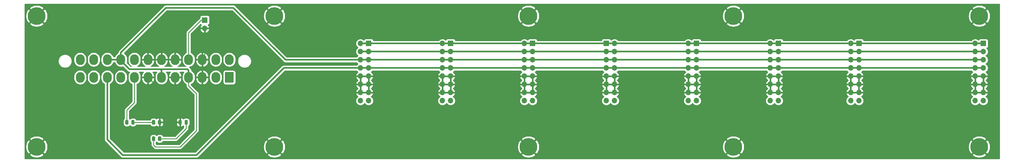
<source format=gbr>
G04 #@! TF.GenerationSoftware,KiCad,Pcbnew,5.1.5+dfsg1-2build2*
G04 #@! TF.CreationDate,2020-12-17T01:47:48-07:00*
G04 #@! TF.ProjectId,eurorackBus,6575726f-7261-4636-9b42-75732e6b6963,rev?*
G04 #@! TF.SameCoordinates,Original*
G04 #@! TF.FileFunction,Copper,L1,Top*
G04 #@! TF.FilePolarity,Positive*
%FSLAX46Y46*%
G04 Gerber Fmt 4.6, Leading zero omitted, Abs format (unit mm)*
G04 Created by KiCad (PCBNEW 5.1.5+dfsg1-2build2) date 2020-12-17 01:47:48*
%MOMM*%
%LPD*%
G04 APERTURE LIST*
%ADD10C,5.499999*%
%ADD11R,1.700000X1.700000*%
%ADD12O,1.700000X1.700000*%
%ADD13C,0.100000*%
%ADD14O,2.700000X3.300000*%
%ADD15C,0.250000*%
%ADD16C,0.508000*%
%ADD17C,0.254000*%
G04 APERTURE END LIST*
D10*
X167640000Y-116840000D03*
X167640000Y-76200000D03*
X231140000Y-76200000D03*
X231140000Y-116840000D03*
X307340000Y-76200000D03*
X307340000Y-116840000D03*
X88900000Y-76200000D03*
X88900000Y-116840000D03*
X15240000Y-116840000D03*
X15240000Y-76200000D03*
D11*
X67310000Y-77470000D03*
D12*
X67310000Y-80010000D03*
G04 #@! TA.AperFunction,SMDPad,CuDef*
D13*
G36*
X53607642Y-108521174D02*
G01*
X53631303Y-108524684D01*
X53654507Y-108530496D01*
X53677029Y-108538554D01*
X53698653Y-108548782D01*
X53719170Y-108561079D01*
X53738383Y-108575329D01*
X53756107Y-108591393D01*
X53772171Y-108609117D01*
X53786421Y-108628330D01*
X53798718Y-108648847D01*
X53808946Y-108670471D01*
X53817004Y-108692993D01*
X53822816Y-108716197D01*
X53826326Y-108739858D01*
X53827500Y-108763750D01*
X53827500Y-109676250D01*
X53826326Y-109700142D01*
X53822816Y-109723803D01*
X53817004Y-109747007D01*
X53808946Y-109769529D01*
X53798718Y-109791153D01*
X53786421Y-109811670D01*
X53772171Y-109830883D01*
X53756107Y-109848607D01*
X53738383Y-109864671D01*
X53719170Y-109878921D01*
X53698653Y-109891218D01*
X53677029Y-109901446D01*
X53654507Y-109909504D01*
X53631303Y-109915316D01*
X53607642Y-109918826D01*
X53583750Y-109920000D01*
X53096250Y-109920000D01*
X53072358Y-109918826D01*
X53048697Y-109915316D01*
X53025493Y-109909504D01*
X53002971Y-109901446D01*
X52981347Y-109891218D01*
X52960830Y-109878921D01*
X52941617Y-109864671D01*
X52923893Y-109848607D01*
X52907829Y-109830883D01*
X52893579Y-109811670D01*
X52881282Y-109791153D01*
X52871054Y-109769529D01*
X52862996Y-109747007D01*
X52857184Y-109723803D01*
X52853674Y-109700142D01*
X52852500Y-109676250D01*
X52852500Y-108763750D01*
X52853674Y-108739858D01*
X52857184Y-108716197D01*
X52862996Y-108692993D01*
X52871054Y-108670471D01*
X52881282Y-108648847D01*
X52893579Y-108628330D01*
X52907829Y-108609117D01*
X52923893Y-108591393D01*
X52941617Y-108575329D01*
X52960830Y-108561079D01*
X52981347Y-108548782D01*
X53002971Y-108538554D01*
X53025493Y-108530496D01*
X53048697Y-108524684D01*
X53072358Y-108521174D01*
X53096250Y-108520000D01*
X53583750Y-108520000D01*
X53607642Y-108521174D01*
G37*
G04 #@! TD.AperFunction*
G04 #@! TA.AperFunction,SMDPad,CuDef*
G36*
X51732642Y-108521174D02*
G01*
X51756303Y-108524684D01*
X51779507Y-108530496D01*
X51802029Y-108538554D01*
X51823653Y-108548782D01*
X51844170Y-108561079D01*
X51863383Y-108575329D01*
X51881107Y-108591393D01*
X51897171Y-108609117D01*
X51911421Y-108628330D01*
X51923718Y-108648847D01*
X51933946Y-108670471D01*
X51942004Y-108692993D01*
X51947816Y-108716197D01*
X51951326Y-108739858D01*
X51952500Y-108763750D01*
X51952500Y-109676250D01*
X51951326Y-109700142D01*
X51947816Y-109723803D01*
X51942004Y-109747007D01*
X51933946Y-109769529D01*
X51923718Y-109791153D01*
X51911421Y-109811670D01*
X51897171Y-109830883D01*
X51881107Y-109848607D01*
X51863383Y-109864671D01*
X51844170Y-109878921D01*
X51823653Y-109891218D01*
X51802029Y-109901446D01*
X51779507Y-109909504D01*
X51756303Y-109915316D01*
X51732642Y-109918826D01*
X51708750Y-109920000D01*
X51221250Y-109920000D01*
X51197358Y-109918826D01*
X51173697Y-109915316D01*
X51150493Y-109909504D01*
X51127971Y-109901446D01*
X51106347Y-109891218D01*
X51085830Y-109878921D01*
X51066617Y-109864671D01*
X51048893Y-109848607D01*
X51032829Y-109830883D01*
X51018579Y-109811670D01*
X51006282Y-109791153D01*
X50996054Y-109769529D01*
X50987996Y-109747007D01*
X50982184Y-109723803D01*
X50978674Y-109700142D01*
X50977500Y-109676250D01*
X50977500Y-108763750D01*
X50978674Y-108739858D01*
X50982184Y-108716197D01*
X50987996Y-108692993D01*
X50996054Y-108670471D01*
X51006282Y-108648847D01*
X51018579Y-108628330D01*
X51032829Y-108609117D01*
X51048893Y-108591393D01*
X51066617Y-108575329D01*
X51085830Y-108561079D01*
X51106347Y-108548782D01*
X51127971Y-108538554D01*
X51150493Y-108530496D01*
X51173697Y-108524684D01*
X51197358Y-108521174D01*
X51221250Y-108520000D01*
X51708750Y-108520000D01*
X51732642Y-108521174D01*
G37*
G04 #@! TD.AperFunction*
G04 #@! TA.AperFunction,SMDPad,CuDef*
G36*
X51732642Y-113601174D02*
G01*
X51756303Y-113604684D01*
X51779507Y-113610496D01*
X51802029Y-113618554D01*
X51823653Y-113628782D01*
X51844170Y-113641079D01*
X51863383Y-113655329D01*
X51881107Y-113671393D01*
X51897171Y-113689117D01*
X51911421Y-113708330D01*
X51923718Y-113728847D01*
X51933946Y-113750471D01*
X51942004Y-113772993D01*
X51947816Y-113796197D01*
X51951326Y-113819858D01*
X51952500Y-113843750D01*
X51952500Y-114756250D01*
X51951326Y-114780142D01*
X51947816Y-114803803D01*
X51942004Y-114827007D01*
X51933946Y-114849529D01*
X51923718Y-114871153D01*
X51911421Y-114891670D01*
X51897171Y-114910883D01*
X51881107Y-114928607D01*
X51863383Y-114944671D01*
X51844170Y-114958921D01*
X51823653Y-114971218D01*
X51802029Y-114981446D01*
X51779507Y-114989504D01*
X51756303Y-114995316D01*
X51732642Y-114998826D01*
X51708750Y-115000000D01*
X51221250Y-115000000D01*
X51197358Y-114998826D01*
X51173697Y-114995316D01*
X51150493Y-114989504D01*
X51127971Y-114981446D01*
X51106347Y-114971218D01*
X51085830Y-114958921D01*
X51066617Y-114944671D01*
X51048893Y-114928607D01*
X51032829Y-114910883D01*
X51018579Y-114891670D01*
X51006282Y-114871153D01*
X50996054Y-114849529D01*
X50987996Y-114827007D01*
X50982184Y-114803803D01*
X50978674Y-114780142D01*
X50977500Y-114756250D01*
X50977500Y-113843750D01*
X50978674Y-113819858D01*
X50982184Y-113796197D01*
X50987996Y-113772993D01*
X50996054Y-113750471D01*
X51006282Y-113728847D01*
X51018579Y-113708330D01*
X51032829Y-113689117D01*
X51048893Y-113671393D01*
X51066617Y-113655329D01*
X51085830Y-113641079D01*
X51106347Y-113628782D01*
X51127971Y-113618554D01*
X51150493Y-113610496D01*
X51173697Y-113604684D01*
X51197358Y-113601174D01*
X51221250Y-113600000D01*
X51708750Y-113600000D01*
X51732642Y-113601174D01*
G37*
G04 #@! TD.AperFunction*
G04 #@! TA.AperFunction,SMDPad,CuDef*
G36*
X53607642Y-113601174D02*
G01*
X53631303Y-113604684D01*
X53654507Y-113610496D01*
X53677029Y-113618554D01*
X53698653Y-113628782D01*
X53719170Y-113641079D01*
X53738383Y-113655329D01*
X53756107Y-113671393D01*
X53772171Y-113689117D01*
X53786421Y-113708330D01*
X53798718Y-113728847D01*
X53808946Y-113750471D01*
X53817004Y-113772993D01*
X53822816Y-113796197D01*
X53826326Y-113819858D01*
X53827500Y-113843750D01*
X53827500Y-114756250D01*
X53826326Y-114780142D01*
X53822816Y-114803803D01*
X53817004Y-114827007D01*
X53808946Y-114849529D01*
X53798718Y-114871153D01*
X53786421Y-114891670D01*
X53772171Y-114910883D01*
X53756107Y-114928607D01*
X53738383Y-114944671D01*
X53719170Y-114958921D01*
X53698653Y-114971218D01*
X53677029Y-114981446D01*
X53654507Y-114989504D01*
X53631303Y-114995316D01*
X53607642Y-114998826D01*
X53583750Y-115000000D01*
X53096250Y-115000000D01*
X53072358Y-114998826D01*
X53048697Y-114995316D01*
X53025493Y-114989504D01*
X53002971Y-114981446D01*
X52981347Y-114971218D01*
X52960830Y-114958921D01*
X52941617Y-114944671D01*
X52923893Y-114928607D01*
X52907829Y-114910883D01*
X52893579Y-114891670D01*
X52881282Y-114871153D01*
X52871054Y-114849529D01*
X52862996Y-114827007D01*
X52857184Y-114803803D01*
X52853674Y-114780142D01*
X52852500Y-114756250D01*
X52852500Y-113843750D01*
X52853674Y-113819858D01*
X52857184Y-113796197D01*
X52862996Y-113772993D01*
X52871054Y-113750471D01*
X52881282Y-113728847D01*
X52893579Y-113708330D01*
X52907829Y-113689117D01*
X52923893Y-113671393D01*
X52941617Y-113655329D01*
X52960830Y-113641079D01*
X52981347Y-113628782D01*
X53002971Y-113618554D01*
X53025493Y-113610496D01*
X53048697Y-113604684D01*
X53072358Y-113601174D01*
X53096250Y-113600000D01*
X53583750Y-113600000D01*
X53607642Y-113601174D01*
G37*
G04 #@! TD.AperFunction*
D11*
X118110000Y-84725001D03*
D12*
X115570000Y-84725001D03*
X118110000Y-87265001D03*
X115570000Y-87265001D03*
X118110000Y-89805001D03*
X115570000Y-89805001D03*
X118110000Y-92345001D03*
X115570000Y-92345001D03*
X118110000Y-94885001D03*
X115570000Y-94885001D03*
X118110000Y-97425001D03*
X115570000Y-97425001D03*
X118110000Y-99965001D03*
X115570000Y-99965001D03*
X118110000Y-102505001D03*
X115570000Y-102505001D03*
X140970000Y-102505001D03*
X143510000Y-102505001D03*
X140970000Y-99965001D03*
X143510000Y-99965001D03*
X140970000Y-97425001D03*
X143510000Y-97425001D03*
X140970000Y-94885001D03*
X143510000Y-94885001D03*
X140970000Y-92345001D03*
X143510000Y-92345001D03*
X140970000Y-89805001D03*
X143510000Y-89805001D03*
X140970000Y-87265001D03*
X143510000Y-87265001D03*
X140970000Y-84725001D03*
D11*
X143510000Y-84725001D03*
X168910000Y-84725001D03*
D12*
X166370000Y-84725001D03*
X168910000Y-87265001D03*
X166370000Y-87265001D03*
X168910000Y-89805001D03*
X166370000Y-89805001D03*
X168910000Y-92345001D03*
X166370000Y-92345001D03*
X168910000Y-94885001D03*
X166370000Y-94885001D03*
X168910000Y-97425001D03*
X166370000Y-97425001D03*
X168910000Y-99965001D03*
X166370000Y-99965001D03*
X168910000Y-102505001D03*
X166370000Y-102505001D03*
D11*
X191770000Y-84725001D03*
D12*
X194310000Y-84725001D03*
X191770000Y-87265001D03*
X194310000Y-87265001D03*
X191770000Y-89805001D03*
X194310000Y-89805001D03*
X191770000Y-92345001D03*
X194310000Y-92345001D03*
X191770000Y-94885001D03*
X194310000Y-94885001D03*
X191770000Y-97425001D03*
X194310000Y-97425001D03*
X191770000Y-99965001D03*
X194310000Y-99965001D03*
X191770000Y-102505001D03*
X194310000Y-102505001D03*
X217170000Y-102505001D03*
X219710000Y-102505001D03*
X217170000Y-99965001D03*
X219710000Y-99965001D03*
X217170000Y-97425001D03*
X219710000Y-97425001D03*
X217170000Y-94885001D03*
X219710000Y-94885001D03*
X217170000Y-92345001D03*
X219710000Y-92345001D03*
X217170000Y-89805001D03*
X219710000Y-89805001D03*
X217170000Y-87265001D03*
X219710000Y-87265001D03*
X217170000Y-84725001D03*
D11*
X219710000Y-84725001D03*
X245110000Y-84725001D03*
D12*
X242570000Y-84725001D03*
X245110000Y-87265001D03*
X242570000Y-87265001D03*
X245110000Y-89805001D03*
X242570000Y-89805001D03*
X245110000Y-92345001D03*
X242570000Y-92345001D03*
X245110000Y-94885001D03*
X242570000Y-94885001D03*
X245110000Y-97425001D03*
X242570000Y-97425001D03*
X245110000Y-99965001D03*
X242570000Y-99965001D03*
X245110000Y-102505001D03*
X242570000Y-102505001D03*
X267495001Y-102505001D03*
X270035001Y-102505001D03*
X267495001Y-99965001D03*
X270035001Y-99965001D03*
X267495001Y-97425001D03*
X270035001Y-97425001D03*
X267495001Y-94885001D03*
X270035001Y-94885001D03*
X267495001Y-92345001D03*
X270035001Y-92345001D03*
X267495001Y-89805001D03*
X270035001Y-89805001D03*
X267495001Y-87265001D03*
X270035001Y-87265001D03*
X267495001Y-84725001D03*
D11*
X270035001Y-84725001D03*
X308610000Y-84725001D03*
D12*
X306070000Y-84725001D03*
X308610000Y-87265001D03*
X306070000Y-87265001D03*
X308610000Y-89805001D03*
X306070000Y-89805001D03*
X308610000Y-92345001D03*
X306070000Y-92345001D03*
X308610000Y-94885001D03*
X306070000Y-94885001D03*
X308610000Y-97425001D03*
X306070000Y-97425001D03*
X308610000Y-99965001D03*
X306070000Y-99965001D03*
X308610000Y-102505001D03*
X306070000Y-102505001D03*
G04 #@! TA.AperFunction,ComponentPad*
D13*
G36*
X76054503Y-93601204D02*
G01*
X76078772Y-93604804D01*
X76102570Y-93610765D01*
X76125670Y-93619030D01*
X76147849Y-93629520D01*
X76168892Y-93642133D01*
X76188598Y-93656748D01*
X76206776Y-93673224D01*
X76223252Y-93691402D01*
X76237867Y-93711108D01*
X76250480Y-93732151D01*
X76260970Y-93754330D01*
X76269235Y-93777430D01*
X76275196Y-93801228D01*
X76278796Y-93825497D01*
X76280000Y-93850001D01*
X76280000Y-96649999D01*
X76278796Y-96674503D01*
X76275196Y-96698772D01*
X76269235Y-96722570D01*
X76260970Y-96745670D01*
X76250480Y-96767849D01*
X76237867Y-96788892D01*
X76223252Y-96808598D01*
X76206776Y-96826776D01*
X76188598Y-96843252D01*
X76168892Y-96857867D01*
X76147849Y-96870480D01*
X76125670Y-96880970D01*
X76102570Y-96889235D01*
X76078772Y-96895196D01*
X76054503Y-96898796D01*
X76029999Y-96900000D01*
X73830001Y-96900000D01*
X73805497Y-96898796D01*
X73781228Y-96895196D01*
X73757430Y-96889235D01*
X73734330Y-96880970D01*
X73712151Y-96870480D01*
X73691108Y-96857867D01*
X73671402Y-96843252D01*
X73653224Y-96826776D01*
X73636748Y-96808598D01*
X73622133Y-96788892D01*
X73609520Y-96767849D01*
X73599030Y-96745670D01*
X73590765Y-96722570D01*
X73584804Y-96698772D01*
X73581204Y-96674503D01*
X73580000Y-96649999D01*
X73580000Y-93850001D01*
X73581204Y-93825497D01*
X73584804Y-93801228D01*
X73590765Y-93777430D01*
X73599030Y-93754330D01*
X73609520Y-93732151D01*
X73622133Y-93711108D01*
X73636748Y-93691402D01*
X73653224Y-93673224D01*
X73671402Y-93656748D01*
X73691108Y-93642133D01*
X73712151Y-93629520D01*
X73734330Y-93619030D01*
X73757430Y-93610765D01*
X73781228Y-93604804D01*
X73805497Y-93601204D01*
X73830001Y-93600000D01*
X76029999Y-93600000D01*
X76054503Y-93601204D01*
G37*
G04 #@! TD.AperFunction*
D14*
X70730000Y-95250000D03*
X66530000Y-95250000D03*
X62330000Y-95250000D03*
X58130000Y-95250000D03*
X53930000Y-95250000D03*
X49730000Y-95250000D03*
X45530000Y-95250000D03*
X41330000Y-95250000D03*
X37130000Y-95250000D03*
X32930000Y-95250000D03*
X28730000Y-95250000D03*
X74930000Y-89750000D03*
X70730000Y-89750000D03*
X66530000Y-89750000D03*
X62330000Y-89750000D03*
X58130000Y-89750000D03*
X53930000Y-89750000D03*
X49730000Y-89750000D03*
X45530000Y-89750000D03*
X41330000Y-89750000D03*
X37130000Y-89750000D03*
X32930000Y-89750000D03*
X28730000Y-89750000D03*
G04 #@! TA.AperFunction,SMDPad,CuDef*
D13*
G36*
X43447642Y-108521174D02*
G01*
X43471303Y-108524684D01*
X43494507Y-108530496D01*
X43517029Y-108538554D01*
X43538653Y-108548782D01*
X43559170Y-108561079D01*
X43578383Y-108575329D01*
X43596107Y-108591393D01*
X43612171Y-108609117D01*
X43626421Y-108628330D01*
X43638718Y-108648847D01*
X43648946Y-108670471D01*
X43657004Y-108692993D01*
X43662816Y-108716197D01*
X43666326Y-108739858D01*
X43667500Y-108763750D01*
X43667500Y-109676250D01*
X43666326Y-109700142D01*
X43662816Y-109723803D01*
X43657004Y-109747007D01*
X43648946Y-109769529D01*
X43638718Y-109791153D01*
X43626421Y-109811670D01*
X43612171Y-109830883D01*
X43596107Y-109848607D01*
X43578383Y-109864671D01*
X43559170Y-109878921D01*
X43538653Y-109891218D01*
X43517029Y-109901446D01*
X43494507Y-109909504D01*
X43471303Y-109915316D01*
X43447642Y-109918826D01*
X43423750Y-109920000D01*
X42936250Y-109920000D01*
X42912358Y-109918826D01*
X42888697Y-109915316D01*
X42865493Y-109909504D01*
X42842971Y-109901446D01*
X42821347Y-109891218D01*
X42800830Y-109878921D01*
X42781617Y-109864671D01*
X42763893Y-109848607D01*
X42747829Y-109830883D01*
X42733579Y-109811670D01*
X42721282Y-109791153D01*
X42711054Y-109769529D01*
X42702996Y-109747007D01*
X42697184Y-109723803D01*
X42693674Y-109700142D01*
X42692500Y-109676250D01*
X42692500Y-108763750D01*
X42693674Y-108739858D01*
X42697184Y-108716197D01*
X42702996Y-108692993D01*
X42711054Y-108670471D01*
X42721282Y-108648847D01*
X42733579Y-108628330D01*
X42747829Y-108609117D01*
X42763893Y-108591393D01*
X42781617Y-108575329D01*
X42800830Y-108561079D01*
X42821347Y-108548782D01*
X42842971Y-108538554D01*
X42865493Y-108530496D01*
X42888697Y-108524684D01*
X42912358Y-108521174D01*
X42936250Y-108520000D01*
X43423750Y-108520000D01*
X43447642Y-108521174D01*
G37*
G04 #@! TD.AperFunction*
G04 #@! TA.AperFunction,SMDPad,CuDef*
G36*
X45322642Y-108521174D02*
G01*
X45346303Y-108524684D01*
X45369507Y-108530496D01*
X45392029Y-108538554D01*
X45413653Y-108548782D01*
X45434170Y-108561079D01*
X45453383Y-108575329D01*
X45471107Y-108591393D01*
X45487171Y-108609117D01*
X45501421Y-108628330D01*
X45513718Y-108648847D01*
X45523946Y-108670471D01*
X45532004Y-108692993D01*
X45537816Y-108716197D01*
X45541326Y-108739858D01*
X45542500Y-108763750D01*
X45542500Y-109676250D01*
X45541326Y-109700142D01*
X45537816Y-109723803D01*
X45532004Y-109747007D01*
X45523946Y-109769529D01*
X45513718Y-109791153D01*
X45501421Y-109811670D01*
X45487171Y-109830883D01*
X45471107Y-109848607D01*
X45453383Y-109864671D01*
X45434170Y-109878921D01*
X45413653Y-109891218D01*
X45392029Y-109901446D01*
X45369507Y-109909504D01*
X45346303Y-109915316D01*
X45322642Y-109918826D01*
X45298750Y-109920000D01*
X44811250Y-109920000D01*
X44787358Y-109918826D01*
X44763697Y-109915316D01*
X44740493Y-109909504D01*
X44717971Y-109901446D01*
X44696347Y-109891218D01*
X44675830Y-109878921D01*
X44656617Y-109864671D01*
X44638893Y-109848607D01*
X44622829Y-109830883D01*
X44608579Y-109811670D01*
X44596282Y-109791153D01*
X44586054Y-109769529D01*
X44577996Y-109747007D01*
X44572184Y-109723803D01*
X44568674Y-109700142D01*
X44567500Y-109676250D01*
X44567500Y-108763750D01*
X44568674Y-108739858D01*
X44572184Y-108716197D01*
X44577996Y-108692993D01*
X44586054Y-108670471D01*
X44596282Y-108648847D01*
X44608579Y-108628330D01*
X44622829Y-108609117D01*
X44638893Y-108591393D01*
X44656617Y-108575329D01*
X44675830Y-108561079D01*
X44696347Y-108548782D01*
X44717971Y-108538554D01*
X44740493Y-108530496D01*
X44763697Y-108524684D01*
X44787358Y-108521174D01*
X44811250Y-108520000D01*
X45298750Y-108520000D01*
X45322642Y-108521174D01*
G37*
G04 #@! TD.AperFunction*
G04 #@! TA.AperFunction,SMDPad,CuDef*
G36*
X59957642Y-108521174D02*
G01*
X59981303Y-108524684D01*
X60004507Y-108530496D01*
X60027029Y-108538554D01*
X60048653Y-108548782D01*
X60069170Y-108561079D01*
X60088383Y-108575329D01*
X60106107Y-108591393D01*
X60122171Y-108609117D01*
X60136421Y-108628330D01*
X60148718Y-108648847D01*
X60158946Y-108670471D01*
X60167004Y-108692993D01*
X60172816Y-108716197D01*
X60176326Y-108739858D01*
X60177500Y-108763750D01*
X60177500Y-109676250D01*
X60176326Y-109700142D01*
X60172816Y-109723803D01*
X60167004Y-109747007D01*
X60158946Y-109769529D01*
X60148718Y-109791153D01*
X60136421Y-109811670D01*
X60122171Y-109830883D01*
X60106107Y-109848607D01*
X60088383Y-109864671D01*
X60069170Y-109878921D01*
X60048653Y-109891218D01*
X60027029Y-109901446D01*
X60004507Y-109909504D01*
X59981303Y-109915316D01*
X59957642Y-109918826D01*
X59933750Y-109920000D01*
X59446250Y-109920000D01*
X59422358Y-109918826D01*
X59398697Y-109915316D01*
X59375493Y-109909504D01*
X59352971Y-109901446D01*
X59331347Y-109891218D01*
X59310830Y-109878921D01*
X59291617Y-109864671D01*
X59273893Y-109848607D01*
X59257829Y-109830883D01*
X59243579Y-109811670D01*
X59231282Y-109791153D01*
X59221054Y-109769529D01*
X59212996Y-109747007D01*
X59207184Y-109723803D01*
X59203674Y-109700142D01*
X59202500Y-109676250D01*
X59202500Y-108763750D01*
X59203674Y-108739858D01*
X59207184Y-108716197D01*
X59212996Y-108692993D01*
X59221054Y-108670471D01*
X59231282Y-108648847D01*
X59243579Y-108628330D01*
X59257829Y-108609117D01*
X59273893Y-108591393D01*
X59291617Y-108575329D01*
X59310830Y-108561079D01*
X59331347Y-108548782D01*
X59352971Y-108538554D01*
X59375493Y-108530496D01*
X59398697Y-108524684D01*
X59422358Y-108521174D01*
X59446250Y-108520000D01*
X59933750Y-108520000D01*
X59957642Y-108521174D01*
G37*
G04 #@! TD.AperFunction*
G04 #@! TA.AperFunction,SMDPad,CuDef*
G36*
X61832642Y-108521174D02*
G01*
X61856303Y-108524684D01*
X61879507Y-108530496D01*
X61902029Y-108538554D01*
X61923653Y-108548782D01*
X61944170Y-108561079D01*
X61963383Y-108575329D01*
X61981107Y-108591393D01*
X61997171Y-108609117D01*
X62011421Y-108628330D01*
X62023718Y-108648847D01*
X62033946Y-108670471D01*
X62042004Y-108692993D01*
X62047816Y-108716197D01*
X62051326Y-108739858D01*
X62052500Y-108763750D01*
X62052500Y-109676250D01*
X62051326Y-109700142D01*
X62047816Y-109723803D01*
X62042004Y-109747007D01*
X62033946Y-109769529D01*
X62023718Y-109791153D01*
X62011421Y-109811670D01*
X61997171Y-109830883D01*
X61981107Y-109848607D01*
X61963383Y-109864671D01*
X61944170Y-109878921D01*
X61923653Y-109891218D01*
X61902029Y-109901446D01*
X61879507Y-109909504D01*
X61856303Y-109915316D01*
X61832642Y-109918826D01*
X61808750Y-109920000D01*
X61321250Y-109920000D01*
X61297358Y-109918826D01*
X61273697Y-109915316D01*
X61250493Y-109909504D01*
X61227971Y-109901446D01*
X61206347Y-109891218D01*
X61185830Y-109878921D01*
X61166617Y-109864671D01*
X61148893Y-109848607D01*
X61132829Y-109830883D01*
X61118579Y-109811670D01*
X61106282Y-109791153D01*
X61096054Y-109769529D01*
X61087996Y-109747007D01*
X61082184Y-109723803D01*
X61078674Y-109700142D01*
X61077500Y-109676250D01*
X61077500Y-108763750D01*
X61078674Y-108739858D01*
X61082184Y-108716197D01*
X61087996Y-108692993D01*
X61096054Y-108670471D01*
X61106282Y-108648847D01*
X61118579Y-108628330D01*
X61132829Y-108609117D01*
X61148893Y-108591393D01*
X61166617Y-108575329D01*
X61185830Y-108561079D01*
X61206347Y-108548782D01*
X61227971Y-108538554D01*
X61250493Y-108530496D01*
X61273697Y-108524684D01*
X61297358Y-108521174D01*
X61321250Y-108520000D01*
X61808750Y-108520000D01*
X61832642Y-108521174D01*
G37*
G04 #@! TD.AperFunction*
D15*
X53340000Y-98860000D02*
X49730000Y-95250000D01*
X53340000Y-109220000D02*
X53340000Y-98860000D01*
X53340000Y-109220000D02*
X59690000Y-109220000D01*
X67310000Y-88970000D02*
X66530000Y-89750000D01*
X67310000Y-80010000D02*
X67310000Y-88970000D01*
X45055000Y-109220000D02*
X51465000Y-109220000D01*
X51465000Y-114300000D02*
X51465000Y-116235000D01*
X51465000Y-116235000D02*
X52070000Y-116840000D01*
X52070000Y-116840000D02*
X59690000Y-116840000D01*
X59690000Y-116840000D02*
X64770000Y-111760000D01*
X64770000Y-111760000D02*
X64770000Y-100330000D01*
X62330000Y-97890000D02*
X62330000Y-95250000D01*
X64770000Y-100330000D02*
X62330000Y-97890000D01*
D16*
X37130000Y-89750000D02*
X41330000Y-89750000D01*
X41330000Y-90050000D02*
X43990000Y-92710000D01*
X41330000Y-89750000D02*
X41330000Y-90050000D01*
X53548000Y-92710000D02*
X53930000Y-93092000D01*
X53930000Y-93092000D02*
X53930000Y-95250000D01*
X43990000Y-92710000D02*
X53548000Y-92710000D01*
X62330000Y-93092000D02*
X62330000Y-95250000D01*
X61948000Y-92710000D02*
X62330000Y-93092000D01*
X53548000Y-92710000D02*
X61948000Y-92710000D01*
X41330000Y-87592000D02*
X55262000Y-73660000D01*
X41330000Y-89750000D02*
X41330000Y-87592000D01*
X55262000Y-73660000D02*
X76200000Y-73660000D01*
X92345001Y-89805001D02*
X115570000Y-89805001D01*
X76200000Y-73660000D02*
X92345001Y-89805001D01*
X115570000Y-89805001D02*
X118110000Y-89805001D01*
X119312081Y-89805001D02*
X140970000Y-89805001D01*
X118110000Y-89805001D02*
X119312081Y-89805001D01*
X143510000Y-89805001D02*
X140970000Y-89805001D01*
X166370000Y-89805001D02*
X168910000Y-89805001D01*
X191770000Y-89805001D02*
X194310000Y-89805001D01*
X144712081Y-89805001D02*
X166370000Y-89805001D01*
X143510000Y-89805001D02*
X144712081Y-89805001D01*
X170112081Y-89805001D02*
X191770000Y-89805001D01*
X168910000Y-89805001D02*
X170112081Y-89805001D01*
X195512081Y-89805001D02*
X217170000Y-89805001D01*
X194310000Y-89805001D02*
X195512081Y-89805001D01*
X270035001Y-89805001D02*
X267495001Y-89805001D01*
X217170000Y-89805001D02*
X219710000Y-89805001D01*
X242570000Y-89805001D02*
X245110000Y-89805001D01*
X241367919Y-89805001D02*
X219710000Y-89805001D01*
X242570000Y-89805001D02*
X241367919Y-89805001D01*
X246312081Y-89805001D02*
X267495001Y-89805001D01*
X245110000Y-89805001D02*
X246312081Y-89805001D01*
X270035001Y-89805001D02*
X306070000Y-89805001D01*
X306070000Y-89805001D02*
X308610000Y-89805001D01*
D15*
X61565000Y-109220000D02*
X61565000Y-111155000D01*
X58420000Y-114300000D02*
X53340000Y-114300000D01*
X61565000Y-111155000D02*
X58420000Y-114300000D01*
D16*
X115570000Y-84725001D02*
X118110000Y-84725001D01*
X118110000Y-84725001D02*
X140970000Y-84725001D01*
X140970000Y-84725001D02*
X143510000Y-84725001D01*
X143510000Y-84725001D02*
X166370000Y-84725001D01*
X166370000Y-84725001D02*
X168910000Y-84725001D01*
X191770000Y-84725001D02*
X194310000Y-84725001D01*
X191770000Y-84725001D02*
X168910000Y-84725001D01*
X215967919Y-84725001D02*
X194310000Y-84725001D01*
X217170000Y-84725001D02*
X215967919Y-84725001D01*
X270035001Y-84725001D02*
X267495001Y-84725001D01*
X217170000Y-84725001D02*
X219710000Y-84725001D01*
X242570000Y-84725001D02*
X245110000Y-84725001D01*
X241367919Y-84725001D02*
X219710000Y-84725001D01*
X242570000Y-84725001D02*
X241367919Y-84725001D01*
X245110000Y-84725001D02*
X267495001Y-84725001D01*
X270035001Y-84725001D02*
X306070000Y-84725001D01*
X306070000Y-84725001D02*
X308610000Y-84725001D01*
X115570000Y-87265001D02*
X118110000Y-87265001D01*
X143510000Y-87265001D02*
X140970000Y-87265001D01*
X139767919Y-87265001D02*
X118110000Y-87265001D01*
X140970000Y-87265001D02*
X139767919Y-87265001D01*
X168910000Y-87265001D02*
X166370000Y-87265001D01*
X194310000Y-87265001D02*
X191770000Y-87265001D01*
X143510000Y-87265001D02*
X166370000Y-87265001D01*
X170112081Y-87265001D02*
X191770000Y-87265001D01*
X168910000Y-87265001D02*
X170112081Y-87265001D01*
X195512081Y-87265001D02*
X217170000Y-87265001D01*
X194310000Y-87265001D02*
X195512081Y-87265001D01*
X270035001Y-87265001D02*
X267495001Y-87265001D01*
X217170000Y-87265001D02*
X219710000Y-87265001D01*
X242570000Y-87265001D02*
X245110000Y-87265001D01*
X220912081Y-87265001D02*
X242570000Y-87265001D01*
X219710000Y-87265001D02*
X220912081Y-87265001D01*
X267495001Y-87265001D02*
X245110000Y-87265001D01*
X270035001Y-87265001D02*
X306070000Y-87265001D01*
X306070000Y-87265001D02*
X308610000Y-87265001D01*
X91804999Y-92345001D02*
X115570000Y-92345001D01*
X64770000Y-119380000D02*
X91804999Y-92345001D01*
X41910000Y-119380000D02*
X64770000Y-119380000D01*
X37130000Y-114600000D02*
X41910000Y-119380000D01*
X37130000Y-95250000D02*
X37130000Y-114600000D01*
X115570000Y-92345001D02*
X118110000Y-92345001D01*
X119312081Y-92345001D02*
X140970000Y-92345001D01*
X118110000Y-92345001D02*
X119312081Y-92345001D01*
X140970000Y-92345001D02*
X143510000Y-92345001D01*
X166370000Y-92345001D02*
X168910000Y-92345001D01*
X194310000Y-92345001D02*
X191770000Y-92345001D01*
X144712081Y-92345001D02*
X166370000Y-92345001D01*
X143510000Y-92345001D02*
X144712081Y-92345001D01*
X190567919Y-92345001D02*
X168910000Y-92345001D01*
X191770000Y-92345001D02*
X190567919Y-92345001D01*
X195512081Y-92345001D02*
X217170000Y-92345001D01*
X194310000Y-92345001D02*
X195512081Y-92345001D01*
X270035001Y-92345001D02*
X267495001Y-92345001D01*
X217170000Y-92345001D02*
X219710000Y-92345001D01*
X242570000Y-92345001D02*
X245110000Y-92345001D01*
X220912081Y-92345001D02*
X242570000Y-92345001D01*
X219710000Y-92345001D02*
X220912081Y-92345001D01*
X267495001Y-92345001D02*
X245110000Y-92345001D01*
X270035001Y-92345001D02*
X306070000Y-92345001D01*
X306070000Y-92345001D02*
X308610000Y-92345001D01*
D15*
X43180000Y-109220000D02*
X43180000Y-105410000D01*
X45530000Y-103060000D02*
X45530000Y-95250000D01*
X43180000Y-105410000D02*
X45530000Y-103060000D01*
X67410000Y-77370000D02*
X67310000Y-77470000D01*
X62330000Y-81350000D02*
X62330000Y-87850000D01*
X62330000Y-87850000D02*
X62330000Y-89750000D01*
X66210000Y-77470000D02*
X62330000Y-81350000D01*
X67310000Y-77470000D02*
X66210000Y-77470000D01*
D17*
G36*
X313563000Y-120523000D02*
G01*
X11557000Y-120523000D01*
X11557000Y-119220928D01*
X13038678Y-119220928D01*
X13344860Y-119664502D01*
X13932307Y-119979954D01*
X14570009Y-120174739D01*
X15233458Y-120241372D01*
X15897159Y-120177292D01*
X16535605Y-119984961D01*
X17124262Y-119671771D01*
X17135140Y-119664502D01*
X17441322Y-119220928D01*
X15240000Y-117019605D01*
X13038678Y-119220928D01*
X11557000Y-119220928D01*
X11557000Y-116833458D01*
X11838628Y-116833458D01*
X11902708Y-117497159D01*
X12095039Y-118135605D01*
X12408229Y-118724262D01*
X12415498Y-118735140D01*
X12859072Y-119041322D01*
X15060395Y-116840000D01*
X15419605Y-116840000D01*
X17620928Y-119041322D01*
X18064502Y-118735140D01*
X18379954Y-118147693D01*
X18574739Y-117509991D01*
X18641372Y-116846542D01*
X18577292Y-116182841D01*
X18384961Y-115544395D01*
X18071771Y-114955738D01*
X18064502Y-114944860D01*
X17620928Y-114638678D01*
X15419605Y-116840000D01*
X15060395Y-116840000D01*
X12859072Y-114638678D01*
X12415498Y-114944860D01*
X12100046Y-115532307D01*
X11905261Y-116170009D01*
X11838628Y-116833458D01*
X11557000Y-116833458D01*
X11557000Y-114459072D01*
X13038678Y-114459072D01*
X15240000Y-116660395D01*
X17441322Y-114459072D01*
X17135140Y-114015498D01*
X16547693Y-113700046D01*
X15909991Y-113505261D01*
X15246542Y-113438628D01*
X14582841Y-113502708D01*
X13944395Y-113695039D01*
X13355738Y-114008229D01*
X13344860Y-114015498D01*
X13038678Y-114459072D01*
X11557000Y-114459072D01*
X11557000Y-94852490D01*
X26745000Y-94852490D01*
X26745000Y-95647509D01*
X26773722Y-95939127D01*
X26887226Y-96313301D01*
X27071547Y-96658143D01*
X27319602Y-96960398D01*
X27621857Y-97208453D01*
X27966698Y-97392774D01*
X28340872Y-97506278D01*
X28730000Y-97544604D01*
X29119127Y-97506278D01*
X29493301Y-97392774D01*
X29838143Y-97208453D01*
X30140398Y-96960398D01*
X30388453Y-96658143D01*
X30572774Y-96313302D01*
X30686278Y-95939128D01*
X30715000Y-95647510D01*
X30715000Y-94852491D01*
X30715000Y-94852490D01*
X30945000Y-94852490D01*
X30945000Y-95647509D01*
X30973722Y-95939127D01*
X31087226Y-96313301D01*
X31271547Y-96658143D01*
X31519602Y-96960398D01*
X31821857Y-97208453D01*
X32166698Y-97392774D01*
X32540872Y-97506278D01*
X32930000Y-97544604D01*
X33319127Y-97506278D01*
X33693301Y-97392774D01*
X34038143Y-97208453D01*
X34340398Y-96960398D01*
X34588453Y-96658143D01*
X34772774Y-96313302D01*
X34886278Y-95939128D01*
X34915000Y-95647510D01*
X34915000Y-94852491D01*
X34886278Y-94560873D01*
X34772774Y-94186698D01*
X34588453Y-93841857D01*
X34340398Y-93539602D01*
X34038143Y-93291547D01*
X33693302Y-93107226D01*
X33319128Y-92993722D01*
X32930000Y-92955396D01*
X32540873Y-92993722D01*
X32166699Y-93107226D01*
X31821858Y-93291547D01*
X31519603Y-93539602D01*
X31271547Y-93841857D01*
X31087226Y-94186698D01*
X30973722Y-94560872D01*
X30945000Y-94852490D01*
X30715000Y-94852490D01*
X30686278Y-94560873D01*
X30572774Y-94186698D01*
X30388453Y-93841857D01*
X30140398Y-93539602D01*
X29838143Y-93291547D01*
X29493302Y-93107226D01*
X29119128Y-92993722D01*
X28730000Y-92955396D01*
X28340873Y-92993722D01*
X27966699Y-93107226D01*
X27621858Y-93291547D01*
X27319603Y-93539602D01*
X27071547Y-93841857D01*
X26887226Y-94186698D01*
X26773722Y-94560872D01*
X26745000Y-94852490D01*
X11557000Y-94852490D01*
X11557000Y-89999721D01*
X21895000Y-89999721D01*
X21895000Y-90420279D01*
X21977047Y-90832756D01*
X22137988Y-91221302D01*
X22371637Y-91570983D01*
X22669017Y-91868363D01*
X23018698Y-92102012D01*
X23407244Y-92262953D01*
X23819721Y-92345000D01*
X24240279Y-92345000D01*
X24652756Y-92262953D01*
X25041302Y-92102012D01*
X25390983Y-91868363D01*
X25688363Y-91570983D01*
X25922012Y-91221302D01*
X26082953Y-90832756D01*
X26165000Y-90420279D01*
X26165000Y-89999721D01*
X26082953Y-89587244D01*
X25985715Y-89352490D01*
X26745000Y-89352490D01*
X26745000Y-90147509D01*
X26773722Y-90439127D01*
X26887226Y-90813301D01*
X27071547Y-91158143D01*
X27319602Y-91460398D01*
X27621857Y-91708453D01*
X27966698Y-91892774D01*
X28340872Y-92006278D01*
X28730000Y-92044604D01*
X29119127Y-92006278D01*
X29493301Y-91892774D01*
X29838143Y-91708453D01*
X30140398Y-91460398D01*
X30388453Y-91158143D01*
X30572774Y-90813302D01*
X30686278Y-90439128D01*
X30715000Y-90147510D01*
X30715000Y-89352491D01*
X30715000Y-89352490D01*
X30945000Y-89352490D01*
X30945000Y-90147509D01*
X30973722Y-90439127D01*
X31087226Y-90813301D01*
X31271547Y-91158143D01*
X31519602Y-91460398D01*
X31821857Y-91708453D01*
X32166698Y-91892774D01*
X32540872Y-92006278D01*
X32930000Y-92044604D01*
X33319127Y-92006278D01*
X33693301Y-91892774D01*
X34038143Y-91708453D01*
X34340398Y-91460398D01*
X34588453Y-91158143D01*
X34772774Y-90813302D01*
X34886278Y-90439128D01*
X34915000Y-90147510D01*
X34915000Y-89352491D01*
X34915000Y-89352490D01*
X35145000Y-89352490D01*
X35145000Y-90147509D01*
X35173722Y-90439127D01*
X35287226Y-90813301D01*
X35471547Y-91158143D01*
X35719602Y-91460398D01*
X36021857Y-91708453D01*
X36366698Y-91892774D01*
X36740872Y-92006278D01*
X37130000Y-92044604D01*
X37519127Y-92006278D01*
X37893301Y-91892774D01*
X38238143Y-91708453D01*
X38540398Y-91460398D01*
X38788453Y-91158143D01*
X38972774Y-90813302D01*
X39025648Y-90639000D01*
X39434353Y-90639000D01*
X39487226Y-90813301D01*
X39671547Y-91158143D01*
X39919602Y-91460398D01*
X40221857Y-91708453D01*
X40566698Y-91892774D01*
X40940872Y-92006278D01*
X41330000Y-92044604D01*
X41719127Y-92006278D01*
X41956912Y-91934147D01*
X43330504Y-93307740D01*
X43358341Y-93341659D01*
X43493709Y-93452753D01*
X43648149Y-93535303D01*
X43666416Y-93540844D01*
X43815724Y-93586136D01*
X43848924Y-93589406D01*
X43946333Y-93599000D01*
X43946339Y-93599000D01*
X43989999Y-93603300D01*
X44033659Y-93599000D01*
X44070856Y-93599000D01*
X43871547Y-93841857D01*
X43687226Y-94186698D01*
X43573722Y-94560872D01*
X43545000Y-94852490D01*
X43545000Y-95647509D01*
X43573722Y-95939127D01*
X43687226Y-96313301D01*
X43871547Y-96658143D01*
X44119602Y-96960398D01*
X44421857Y-97208453D01*
X44766698Y-97392774D01*
X44770001Y-97393776D01*
X44770000Y-102745198D01*
X42668998Y-104846201D01*
X42640000Y-104869999D01*
X42616202Y-104898997D01*
X42616201Y-104898998D01*
X42545026Y-104985724D01*
X42474454Y-105117754D01*
X42430998Y-105261015D01*
X42416324Y-105410000D01*
X42420001Y-105447332D01*
X42420000Y-108052155D01*
X42312708Y-108140208D01*
X42203042Y-108273836D01*
X42121553Y-108426291D01*
X42071372Y-108591715D01*
X42054428Y-108763750D01*
X42054428Y-109676250D01*
X42071372Y-109848285D01*
X42121553Y-110013709D01*
X42203042Y-110166164D01*
X42312708Y-110299792D01*
X42446336Y-110409458D01*
X42598791Y-110490947D01*
X42764215Y-110541128D01*
X42936250Y-110558072D01*
X43423750Y-110558072D01*
X43595785Y-110541128D01*
X43761209Y-110490947D01*
X43913664Y-110409458D01*
X44047292Y-110299792D01*
X44117500Y-110214244D01*
X44187708Y-110299792D01*
X44321336Y-110409458D01*
X44473791Y-110490947D01*
X44639215Y-110541128D01*
X44811250Y-110558072D01*
X45298750Y-110558072D01*
X45470785Y-110541128D01*
X45636209Y-110490947D01*
X45788664Y-110409458D01*
X45922292Y-110299792D01*
X46031958Y-110166164D01*
X46113447Y-110013709D01*
X46123673Y-109980000D01*
X50396327Y-109980000D01*
X50406553Y-110013709D01*
X50488042Y-110166164D01*
X50597708Y-110299792D01*
X50731336Y-110409458D01*
X50883791Y-110490947D01*
X51049215Y-110541128D01*
X51221250Y-110558072D01*
X51708750Y-110558072D01*
X51880785Y-110541128D01*
X52046209Y-110490947D01*
X52198664Y-110409458D01*
X52332292Y-110299792D01*
X52337508Y-110293436D01*
X52401315Y-110371185D01*
X52498006Y-110450537D01*
X52608320Y-110509502D01*
X52728018Y-110545812D01*
X52852500Y-110558072D01*
X53054250Y-110555000D01*
X53213000Y-110396250D01*
X53213000Y-109347000D01*
X53467000Y-109347000D01*
X53467000Y-110396250D01*
X53625750Y-110555000D01*
X53827500Y-110558072D01*
X53951982Y-110545812D01*
X54071680Y-110509502D01*
X54181994Y-110450537D01*
X54278685Y-110371185D01*
X54358037Y-110274494D01*
X54417002Y-110164180D01*
X54453312Y-110044482D01*
X54465572Y-109920000D01*
X58564428Y-109920000D01*
X58576688Y-110044482D01*
X58612998Y-110164180D01*
X58671963Y-110274494D01*
X58751315Y-110371185D01*
X58848006Y-110450537D01*
X58958320Y-110509502D01*
X59078018Y-110545812D01*
X59202500Y-110558072D01*
X59404250Y-110555000D01*
X59563000Y-110396250D01*
X59563000Y-109347000D01*
X58726250Y-109347000D01*
X58567500Y-109505750D01*
X58564428Y-109920000D01*
X54465572Y-109920000D01*
X54462500Y-109505750D01*
X54303750Y-109347000D01*
X53467000Y-109347000D01*
X53213000Y-109347000D01*
X53193000Y-109347000D01*
X53193000Y-109093000D01*
X53213000Y-109093000D01*
X53213000Y-108043750D01*
X53467000Y-108043750D01*
X53467000Y-109093000D01*
X54303750Y-109093000D01*
X54462500Y-108934250D01*
X54465572Y-108520000D01*
X58564428Y-108520000D01*
X58567500Y-108934250D01*
X58726250Y-109093000D01*
X59563000Y-109093000D01*
X59563000Y-108043750D01*
X59404250Y-107885000D01*
X59202500Y-107881928D01*
X59078018Y-107894188D01*
X58958320Y-107930498D01*
X58848006Y-107989463D01*
X58751315Y-108068815D01*
X58671963Y-108165506D01*
X58612998Y-108275820D01*
X58576688Y-108395518D01*
X58564428Y-108520000D01*
X54465572Y-108520000D01*
X54453312Y-108395518D01*
X54417002Y-108275820D01*
X54358037Y-108165506D01*
X54278685Y-108068815D01*
X54181994Y-107989463D01*
X54071680Y-107930498D01*
X53951982Y-107894188D01*
X53827500Y-107881928D01*
X53625750Y-107885000D01*
X53467000Y-108043750D01*
X53213000Y-108043750D01*
X53054250Y-107885000D01*
X52852500Y-107881928D01*
X52728018Y-107894188D01*
X52608320Y-107930498D01*
X52498006Y-107989463D01*
X52401315Y-108068815D01*
X52337508Y-108146564D01*
X52332292Y-108140208D01*
X52198664Y-108030542D01*
X52046209Y-107949053D01*
X51880785Y-107898872D01*
X51708750Y-107881928D01*
X51221250Y-107881928D01*
X51049215Y-107898872D01*
X50883791Y-107949053D01*
X50731336Y-108030542D01*
X50597708Y-108140208D01*
X50488042Y-108273836D01*
X50406553Y-108426291D01*
X50396327Y-108460000D01*
X46123673Y-108460000D01*
X46113447Y-108426291D01*
X46031958Y-108273836D01*
X45922292Y-108140208D01*
X45788664Y-108030542D01*
X45636209Y-107949053D01*
X45470785Y-107898872D01*
X45298750Y-107881928D01*
X44811250Y-107881928D01*
X44639215Y-107898872D01*
X44473791Y-107949053D01*
X44321336Y-108030542D01*
X44187708Y-108140208D01*
X44117500Y-108225756D01*
X44047292Y-108140208D01*
X43940000Y-108052155D01*
X43940000Y-105724801D01*
X46041004Y-103623798D01*
X46070001Y-103600001D01*
X46164974Y-103484276D01*
X46235546Y-103352247D01*
X46279003Y-103208986D01*
X46290000Y-103097333D01*
X46290000Y-103097323D01*
X46293676Y-103060000D01*
X46290000Y-103022677D01*
X46290000Y-97393775D01*
X46293301Y-97392774D01*
X46638143Y-97208453D01*
X46940398Y-96960398D01*
X47188453Y-96658143D01*
X47372774Y-96313302D01*
X47486278Y-95939128D01*
X47515000Y-95647510D01*
X47515000Y-95377000D01*
X47745000Y-95377000D01*
X47745000Y-95677000D01*
X47807918Y-96061814D01*
X47944700Y-96426959D01*
X48150090Y-96758403D01*
X48416195Y-97043409D01*
X48732789Y-97271024D01*
X49087705Y-97432501D01*
X49294677Y-97486677D01*
X49603000Y-97371829D01*
X49603000Y-95377000D01*
X49857000Y-95377000D01*
X49857000Y-97371829D01*
X50165323Y-97486677D01*
X50372295Y-97432501D01*
X50727211Y-97271024D01*
X51043805Y-97043409D01*
X51309910Y-96758403D01*
X51515300Y-96426959D01*
X51652082Y-96061814D01*
X51715000Y-95677000D01*
X51715000Y-95377000D01*
X49857000Y-95377000D01*
X49603000Y-95377000D01*
X47745000Y-95377000D01*
X47515000Y-95377000D01*
X47515000Y-94852491D01*
X47486278Y-94560873D01*
X47372774Y-94186698D01*
X47188453Y-93841857D01*
X46989145Y-93599000D01*
X48283230Y-93599000D01*
X48150090Y-93741597D01*
X47944700Y-94073041D01*
X47807918Y-94438186D01*
X47745000Y-94823000D01*
X47745000Y-95123000D01*
X49603000Y-95123000D01*
X49603000Y-95103000D01*
X49857000Y-95103000D01*
X49857000Y-95123000D01*
X51715000Y-95123000D01*
X51715000Y-94823000D01*
X51652082Y-94438186D01*
X51515300Y-94073041D01*
X51309910Y-93741597D01*
X51176770Y-93599000D01*
X52470856Y-93599000D01*
X52271547Y-93841857D01*
X52087226Y-94186698D01*
X51973722Y-94560872D01*
X51945000Y-94852490D01*
X51945000Y-95647509D01*
X51973722Y-95939127D01*
X52087226Y-96313301D01*
X52271547Y-96658143D01*
X52519602Y-96960398D01*
X52821857Y-97208453D01*
X53166698Y-97392774D01*
X53540872Y-97506278D01*
X53930000Y-97544604D01*
X54319127Y-97506278D01*
X54693301Y-97392774D01*
X55038143Y-97208453D01*
X55340398Y-96960398D01*
X55588453Y-96658143D01*
X55772774Y-96313302D01*
X55886278Y-95939128D01*
X55915000Y-95647510D01*
X55915000Y-95377000D01*
X56145000Y-95377000D01*
X56145000Y-95677000D01*
X56207918Y-96061814D01*
X56344700Y-96426959D01*
X56550090Y-96758403D01*
X56816195Y-97043409D01*
X57132789Y-97271024D01*
X57487705Y-97432501D01*
X57694677Y-97486677D01*
X58003000Y-97371829D01*
X58003000Y-95377000D01*
X58257000Y-95377000D01*
X58257000Y-97371829D01*
X58565323Y-97486677D01*
X58772295Y-97432501D01*
X59127211Y-97271024D01*
X59443805Y-97043409D01*
X59709910Y-96758403D01*
X59915300Y-96426959D01*
X60052082Y-96061814D01*
X60115000Y-95677000D01*
X60115000Y-95377000D01*
X58257000Y-95377000D01*
X58003000Y-95377000D01*
X56145000Y-95377000D01*
X55915000Y-95377000D01*
X55915000Y-94852491D01*
X55886278Y-94560873D01*
X55772774Y-94186698D01*
X55588453Y-93841857D01*
X55389145Y-93599000D01*
X56683230Y-93599000D01*
X56550090Y-93741597D01*
X56344700Y-94073041D01*
X56207918Y-94438186D01*
X56145000Y-94823000D01*
X56145000Y-95123000D01*
X58003000Y-95123000D01*
X58003000Y-95103000D01*
X58257000Y-95103000D01*
X58257000Y-95123000D01*
X60115000Y-95123000D01*
X60115000Y-94823000D01*
X60052082Y-94438186D01*
X59915300Y-94073041D01*
X59709910Y-93741597D01*
X59576770Y-93599000D01*
X60870856Y-93599000D01*
X60671547Y-93841857D01*
X60487226Y-94186698D01*
X60373722Y-94560872D01*
X60345000Y-94852490D01*
X60345000Y-95647509D01*
X60373722Y-95939127D01*
X60487226Y-96313301D01*
X60671547Y-96658143D01*
X60919602Y-96960398D01*
X61221857Y-97208453D01*
X61566698Y-97392774D01*
X61570000Y-97393776D01*
X61570000Y-97852677D01*
X61566324Y-97890000D01*
X61570000Y-97927322D01*
X61570000Y-97927332D01*
X61580997Y-98038985D01*
X61624454Y-98182246D01*
X61695026Y-98314276D01*
X61734871Y-98362826D01*
X61789999Y-98430001D01*
X61819003Y-98453804D01*
X64010001Y-100644803D01*
X64010000Y-111445198D01*
X59375199Y-116080000D01*
X52384802Y-116080000D01*
X52225000Y-115920199D01*
X52225000Y-115467845D01*
X52332292Y-115379792D01*
X52402500Y-115294244D01*
X52472708Y-115379792D01*
X52606336Y-115489458D01*
X52758791Y-115570947D01*
X52924215Y-115621128D01*
X53096250Y-115638072D01*
X53583750Y-115638072D01*
X53755785Y-115621128D01*
X53921209Y-115570947D01*
X54073664Y-115489458D01*
X54207292Y-115379792D01*
X54316958Y-115246164D01*
X54398447Y-115093709D01*
X54408673Y-115060000D01*
X58382678Y-115060000D01*
X58420000Y-115063676D01*
X58457322Y-115060000D01*
X58457333Y-115060000D01*
X58568986Y-115049003D01*
X58712247Y-115005546D01*
X58844276Y-114934974D01*
X58960001Y-114840001D01*
X58983804Y-114810997D01*
X62076003Y-111718799D01*
X62105001Y-111695001D01*
X62199974Y-111579276D01*
X62270546Y-111447247D01*
X62314003Y-111303986D01*
X62325000Y-111192333D01*
X62325000Y-111192325D01*
X62328676Y-111155000D01*
X62325000Y-111117675D01*
X62325000Y-110387845D01*
X62432292Y-110299792D01*
X62541958Y-110166164D01*
X62623447Y-110013709D01*
X62673628Y-109848285D01*
X62690572Y-109676250D01*
X62690572Y-108763750D01*
X62673628Y-108591715D01*
X62623447Y-108426291D01*
X62541958Y-108273836D01*
X62432292Y-108140208D01*
X62298664Y-108030542D01*
X62146209Y-107949053D01*
X61980785Y-107898872D01*
X61808750Y-107881928D01*
X61321250Y-107881928D01*
X61149215Y-107898872D01*
X60983791Y-107949053D01*
X60831336Y-108030542D01*
X60697708Y-108140208D01*
X60692492Y-108146564D01*
X60628685Y-108068815D01*
X60531994Y-107989463D01*
X60421680Y-107930498D01*
X60301982Y-107894188D01*
X60177500Y-107881928D01*
X59975750Y-107885000D01*
X59817000Y-108043750D01*
X59817000Y-109093000D01*
X59837000Y-109093000D01*
X59837000Y-109347000D01*
X59817000Y-109347000D01*
X59817000Y-110396250D01*
X59975750Y-110555000D01*
X60177500Y-110558072D01*
X60301982Y-110545812D01*
X60421680Y-110509502D01*
X60531994Y-110450537D01*
X60628685Y-110371185D01*
X60692492Y-110293436D01*
X60697708Y-110299792D01*
X60805001Y-110387845D01*
X60805001Y-110840197D01*
X58105199Y-113540000D01*
X54408673Y-113540000D01*
X54398447Y-113506291D01*
X54316958Y-113353836D01*
X54207292Y-113220208D01*
X54073664Y-113110542D01*
X53921209Y-113029053D01*
X53755785Y-112978872D01*
X53583750Y-112961928D01*
X53096250Y-112961928D01*
X52924215Y-112978872D01*
X52758791Y-113029053D01*
X52606336Y-113110542D01*
X52472708Y-113220208D01*
X52402500Y-113305756D01*
X52332292Y-113220208D01*
X52198664Y-113110542D01*
X52046209Y-113029053D01*
X51880785Y-112978872D01*
X51708750Y-112961928D01*
X51221250Y-112961928D01*
X51049215Y-112978872D01*
X50883791Y-113029053D01*
X50731336Y-113110542D01*
X50597708Y-113220208D01*
X50488042Y-113353836D01*
X50406553Y-113506291D01*
X50356372Y-113671715D01*
X50339428Y-113843750D01*
X50339428Y-114756250D01*
X50356372Y-114928285D01*
X50406553Y-115093709D01*
X50488042Y-115246164D01*
X50597708Y-115379792D01*
X50705001Y-115467845D01*
X50705001Y-116197668D01*
X50701324Y-116235000D01*
X50705001Y-116272333D01*
X50715998Y-116383986D01*
X50729180Y-116427442D01*
X50759454Y-116527246D01*
X50830026Y-116659276D01*
X50901201Y-116746002D01*
X50925000Y-116775001D01*
X50953998Y-116798799D01*
X51506200Y-117351002D01*
X51529999Y-117380001D01*
X51645724Y-117474974D01*
X51777753Y-117545546D01*
X51921014Y-117589003D01*
X52032667Y-117600000D01*
X52032676Y-117600000D01*
X52069999Y-117603676D01*
X52107322Y-117600000D01*
X59652678Y-117600000D01*
X59690000Y-117603676D01*
X59727322Y-117600000D01*
X59727333Y-117600000D01*
X59838986Y-117589003D01*
X59982247Y-117545546D01*
X60114276Y-117474974D01*
X60230001Y-117380001D01*
X60253804Y-117350997D01*
X65281004Y-112323798D01*
X65310001Y-112300001D01*
X65336332Y-112267917D01*
X65404974Y-112184277D01*
X65475546Y-112052247D01*
X65475546Y-112052246D01*
X65519003Y-111908986D01*
X65530000Y-111797333D01*
X65530000Y-111797323D01*
X65533676Y-111760000D01*
X65530000Y-111722677D01*
X65530000Y-100367322D01*
X65533676Y-100329999D01*
X65530000Y-100292676D01*
X65530000Y-100292667D01*
X65519003Y-100181014D01*
X65475546Y-100037753D01*
X65404974Y-99905723D01*
X65333799Y-99818997D01*
X65310001Y-99789999D01*
X65281003Y-99766201D01*
X63090000Y-97575199D01*
X63090000Y-97393775D01*
X63093301Y-97392774D01*
X63438143Y-97208453D01*
X63740398Y-96960398D01*
X63988453Y-96658143D01*
X64172774Y-96313302D01*
X64286278Y-95939128D01*
X64315000Y-95647510D01*
X64315000Y-95377000D01*
X64545000Y-95377000D01*
X64545000Y-95677000D01*
X64607918Y-96061814D01*
X64744700Y-96426959D01*
X64950090Y-96758403D01*
X65216195Y-97043409D01*
X65532789Y-97271024D01*
X65887705Y-97432501D01*
X66094677Y-97486677D01*
X66403000Y-97371829D01*
X66403000Y-95377000D01*
X66657000Y-95377000D01*
X66657000Y-97371829D01*
X66965323Y-97486677D01*
X67172295Y-97432501D01*
X67527211Y-97271024D01*
X67843805Y-97043409D01*
X68109910Y-96758403D01*
X68315300Y-96426959D01*
X68452082Y-96061814D01*
X68515000Y-95677000D01*
X68515000Y-95377000D01*
X66657000Y-95377000D01*
X66403000Y-95377000D01*
X64545000Y-95377000D01*
X64315000Y-95377000D01*
X64315000Y-94852491D01*
X64312096Y-94823000D01*
X64545000Y-94823000D01*
X64545000Y-95123000D01*
X66403000Y-95123000D01*
X66403000Y-93128171D01*
X66657000Y-93128171D01*
X66657000Y-95123000D01*
X68515000Y-95123000D01*
X68515000Y-94852490D01*
X68745000Y-94852490D01*
X68745000Y-95647509D01*
X68773722Y-95939127D01*
X68887226Y-96313301D01*
X69071547Y-96658143D01*
X69319602Y-96960398D01*
X69621857Y-97208453D01*
X69966698Y-97392774D01*
X70340872Y-97506278D01*
X70730000Y-97544604D01*
X71119127Y-97506278D01*
X71493301Y-97392774D01*
X71838143Y-97208453D01*
X72140398Y-96960398D01*
X72388453Y-96658143D01*
X72572774Y-96313302D01*
X72686278Y-95939128D01*
X72715000Y-95647510D01*
X72715000Y-94852491D01*
X72686278Y-94560873D01*
X72572774Y-94186698D01*
X72392807Y-93850001D01*
X72941928Y-93850001D01*
X72941928Y-96649999D01*
X72958992Y-96823253D01*
X73009529Y-96989850D01*
X73091595Y-97143386D01*
X73202039Y-97277961D01*
X73336614Y-97388405D01*
X73490150Y-97470471D01*
X73656747Y-97521008D01*
X73830001Y-97538072D01*
X76029999Y-97538072D01*
X76203253Y-97521008D01*
X76369850Y-97470471D01*
X76523386Y-97388405D01*
X76657961Y-97277961D01*
X76768405Y-97143386D01*
X76850471Y-96989850D01*
X76901008Y-96823253D01*
X76918072Y-96649999D01*
X76918072Y-93850001D01*
X76901008Y-93676747D01*
X76850471Y-93510150D01*
X76768405Y-93356614D01*
X76657961Y-93222039D01*
X76523386Y-93111595D01*
X76369850Y-93029529D01*
X76203253Y-92978992D01*
X76029999Y-92961928D01*
X73830001Y-92961928D01*
X73656747Y-92978992D01*
X73490150Y-93029529D01*
X73336614Y-93111595D01*
X73202039Y-93222039D01*
X73091595Y-93356614D01*
X73009529Y-93510150D01*
X72958992Y-93676747D01*
X72941928Y-93850001D01*
X72392807Y-93850001D01*
X72388453Y-93841857D01*
X72140398Y-93539602D01*
X71838143Y-93291547D01*
X71493302Y-93107226D01*
X71119128Y-92993722D01*
X70730000Y-92955396D01*
X70340873Y-92993722D01*
X69966699Y-93107226D01*
X69621858Y-93291547D01*
X69319603Y-93539602D01*
X69071547Y-93841857D01*
X68887226Y-94186698D01*
X68773722Y-94560872D01*
X68745000Y-94852490D01*
X68515000Y-94852490D01*
X68515000Y-94823000D01*
X68452082Y-94438186D01*
X68315300Y-94073041D01*
X68109910Y-93741597D01*
X67843805Y-93456591D01*
X67527211Y-93228976D01*
X67172295Y-93067499D01*
X66965323Y-93013323D01*
X66657000Y-93128171D01*
X66403000Y-93128171D01*
X66094677Y-93013323D01*
X65887705Y-93067499D01*
X65532789Y-93228976D01*
X65216195Y-93456591D01*
X64950090Y-93741597D01*
X64744700Y-94073041D01*
X64607918Y-94438186D01*
X64545000Y-94823000D01*
X64312096Y-94823000D01*
X64286278Y-94560873D01*
X64172774Y-94186698D01*
X63988453Y-93841857D01*
X63740398Y-93539602D01*
X63438143Y-93291547D01*
X63219000Y-93174413D01*
X63219000Y-93135668D01*
X63223301Y-93092000D01*
X63206136Y-92917725D01*
X63182950Y-92841292D01*
X63155303Y-92750149D01*
X63072753Y-92595709D01*
X62961659Y-92460341D01*
X62927737Y-92432502D01*
X62607499Y-92112264D01*
X62579659Y-92078341D01*
X62516204Y-92026264D01*
X62719127Y-92006278D01*
X63093301Y-91892774D01*
X63438143Y-91708453D01*
X63740398Y-91460398D01*
X63988453Y-91158143D01*
X64172774Y-90813302D01*
X64286278Y-90439128D01*
X64315000Y-90147510D01*
X64315000Y-89877000D01*
X64545000Y-89877000D01*
X64545000Y-90177000D01*
X64607918Y-90561814D01*
X64744700Y-90926959D01*
X64950090Y-91258403D01*
X65216195Y-91543409D01*
X65532789Y-91771024D01*
X65887705Y-91932501D01*
X66094677Y-91986677D01*
X66403000Y-91871829D01*
X66403000Y-89877000D01*
X66657000Y-89877000D01*
X66657000Y-91871829D01*
X66965323Y-91986677D01*
X67172295Y-91932501D01*
X67527211Y-91771024D01*
X67843805Y-91543409D01*
X68109910Y-91258403D01*
X68315300Y-90926959D01*
X68452082Y-90561814D01*
X68515000Y-90177000D01*
X68515000Y-89877000D01*
X66657000Y-89877000D01*
X66403000Y-89877000D01*
X64545000Y-89877000D01*
X64315000Y-89877000D01*
X64315000Y-89352491D01*
X64312096Y-89323000D01*
X64545000Y-89323000D01*
X64545000Y-89623000D01*
X66403000Y-89623000D01*
X66403000Y-87628171D01*
X66657000Y-87628171D01*
X66657000Y-89623000D01*
X68515000Y-89623000D01*
X68515000Y-89352490D01*
X68745000Y-89352490D01*
X68745000Y-90147509D01*
X68773722Y-90439127D01*
X68887226Y-90813301D01*
X69071547Y-91158143D01*
X69319602Y-91460398D01*
X69621857Y-91708453D01*
X69966698Y-91892774D01*
X70340872Y-92006278D01*
X70730000Y-92044604D01*
X71119127Y-92006278D01*
X71493301Y-91892774D01*
X71838143Y-91708453D01*
X72140398Y-91460398D01*
X72388453Y-91158143D01*
X72572774Y-90813302D01*
X72686278Y-90439128D01*
X72715000Y-90147510D01*
X72715000Y-89352491D01*
X72715000Y-89352490D01*
X72945000Y-89352490D01*
X72945000Y-90147509D01*
X72973722Y-90439127D01*
X73087226Y-90813301D01*
X73271547Y-91158143D01*
X73519602Y-91460398D01*
X73821857Y-91708453D01*
X74166698Y-91892774D01*
X74540872Y-92006278D01*
X74930000Y-92044604D01*
X75319127Y-92006278D01*
X75693301Y-91892774D01*
X76038143Y-91708453D01*
X76340398Y-91460398D01*
X76588453Y-91158143D01*
X76772774Y-90813302D01*
X76886278Y-90439128D01*
X76915000Y-90147510D01*
X76915000Y-89999721D01*
X77495000Y-89999721D01*
X77495000Y-90420279D01*
X77577047Y-90832756D01*
X77737988Y-91221302D01*
X77971637Y-91570983D01*
X78269017Y-91868363D01*
X78618698Y-92102012D01*
X79007244Y-92262953D01*
X79419721Y-92345000D01*
X79840279Y-92345000D01*
X80252756Y-92262953D01*
X80641302Y-92102012D01*
X80990983Y-91868363D01*
X81288363Y-91570983D01*
X81522012Y-91221302D01*
X81682953Y-90832756D01*
X81765000Y-90420279D01*
X81765000Y-89999721D01*
X81682953Y-89587244D01*
X81522012Y-89198698D01*
X81288363Y-88849017D01*
X80990983Y-88551637D01*
X80641302Y-88317988D01*
X80252756Y-88157047D01*
X79840279Y-88075000D01*
X79419721Y-88075000D01*
X79007244Y-88157047D01*
X78618698Y-88317988D01*
X78269017Y-88551637D01*
X77971637Y-88849017D01*
X77737988Y-89198698D01*
X77577047Y-89587244D01*
X77495000Y-89999721D01*
X76915000Y-89999721D01*
X76915000Y-89352491D01*
X76886278Y-89060873D01*
X76772774Y-88686698D01*
X76588453Y-88341857D01*
X76340398Y-88039602D01*
X76038143Y-87791547D01*
X75693302Y-87607226D01*
X75319128Y-87493722D01*
X74930000Y-87455396D01*
X74540873Y-87493722D01*
X74166699Y-87607226D01*
X73821858Y-87791547D01*
X73519603Y-88039602D01*
X73271547Y-88341857D01*
X73087226Y-88686698D01*
X72973722Y-89060872D01*
X72945000Y-89352490D01*
X72715000Y-89352490D01*
X72686278Y-89060873D01*
X72572774Y-88686698D01*
X72388453Y-88341857D01*
X72140398Y-88039602D01*
X71838143Y-87791547D01*
X71493302Y-87607226D01*
X71119128Y-87493722D01*
X70730000Y-87455396D01*
X70340873Y-87493722D01*
X69966699Y-87607226D01*
X69621858Y-87791547D01*
X69319603Y-88039602D01*
X69071547Y-88341857D01*
X68887226Y-88686698D01*
X68773722Y-89060872D01*
X68745000Y-89352490D01*
X68515000Y-89352490D01*
X68515000Y-89323000D01*
X68452082Y-88938186D01*
X68315300Y-88573041D01*
X68109910Y-88241597D01*
X67843805Y-87956591D01*
X67527211Y-87728976D01*
X67172295Y-87567499D01*
X66965323Y-87513323D01*
X66657000Y-87628171D01*
X66403000Y-87628171D01*
X66094677Y-87513323D01*
X65887705Y-87567499D01*
X65532789Y-87728976D01*
X65216195Y-87956591D01*
X64950090Y-88241597D01*
X64744700Y-88573041D01*
X64607918Y-88938186D01*
X64545000Y-89323000D01*
X64312096Y-89323000D01*
X64286278Y-89060873D01*
X64172774Y-88686698D01*
X63988453Y-88341857D01*
X63740398Y-88039602D01*
X63438143Y-87791547D01*
X63093302Y-87607226D01*
X63090000Y-87606224D01*
X63090000Y-81664801D01*
X64387911Y-80366890D01*
X65868524Y-80366890D01*
X65913175Y-80514099D01*
X66038359Y-80776920D01*
X66212412Y-81010269D01*
X66428645Y-81205178D01*
X66678748Y-81354157D01*
X66953109Y-81451481D01*
X67183000Y-81330814D01*
X67183000Y-80137000D01*
X67437000Y-80137000D01*
X67437000Y-81330814D01*
X67666891Y-81451481D01*
X67941252Y-81354157D01*
X68191355Y-81205178D01*
X68407588Y-81010269D01*
X68581641Y-80776920D01*
X68706825Y-80514099D01*
X68751476Y-80366890D01*
X68630155Y-80137000D01*
X67437000Y-80137000D01*
X67183000Y-80137000D01*
X65989845Y-80137000D01*
X65868524Y-80366890D01*
X64387911Y-80366890D01*
X65997457Y-78757345D01*
X66008815Y-78771185D01*
X66105506Y-78850537D01*
X66215820Y-78909502D01*
X66296466Y-78933966D01*
X66212412Y-79009731D01*
X66038359Y-79243080D01*
X65913175Y-79505901D01*
X65868524Y-79653110D01*
X65989845Y-79883000D01*
X67183000Y-79883000D01*
X67183000Y-79863000D01*
X67437000Y-79863000D01*
X67437000Y-79883000D01*
X68630155Y-79883000D01*
X68751476Y-79653110D01*
X68706825Y-79505901D01*
X68581641Y-79243080D01*
X68407588Y-79009731D01*
X68323534Y-78933966D01*
X68404180Y-78909502D01*
X68514494Y-78850537D01*
X68611185Y-78771185D01*
X68690537Y-78674494D01*
X68749502Y-78564180D01*
X68785812Y-78444482D01*
X68798072Y-78320000D01*
X68798072Y-76620000D01*
X68785812Y-76495518D01*
X68749502Y-76375820D01*
X68690537Y-76265506D01*
X68611185Y-76168815D01*
X68514494Y-76089463D01*
X68404180Y-76030498D01*
X68284482Y-75994188D01*
X68160000Y-75981928D01*
X66460000Y-75981928D01*
X66335518Y-75994188D01*
X66215820Y-76030498D01*
X66105506Y-76089463D01*
X66008815Y-76168815D01*
X65929463Y-76265506D01*
X65870498Y-76375820D01*
X65834188Y-76495518D01*
X65821928Y-76620000D01*
X65821928Y-76815674D01*
X65785724Y-76835026D01*
X65669999Y-76929999D01*
X65646201Y-76958997D01*
X61819003Y-80786196D01*
X61789999Y-80809999D01*
X61734871Y-80877174D01*
X61695026Y-80925724D01*
X61624455Y-81057753D01*
X61624454Y-81057754D01*
X61580997Y-81201015D01*
X61570000Y-81312668D01*
X61570000Y-81312678D01*
X61566324Y-81350000D01*
X61570000Y-81387323D01*
X61570001Y-87606224D01*
X61566699Y-87607226D01*
X61221858Y-87791547D01*
X60919603Y-88039602D01*
X60671547Y-88341857D01*
X60487226Y-88686698D01*
X60373722Y-89060872D01*
X60345000Y-89352490D01*
X60345000Y-90147509D01*
X60373722Y-90439127D01*
X60487226Y-90813301D01*
X60671547Y-91158143D01*
X60919602Y-91460398D01*
X61221857Y-91708453D01*
X61432418Y-91821000D01*
X59017367Y-91821000D01*
X59127211Y-91771024D01*
X59443805Y-91543409D01*
X59709910Y-91258403D01*
X59915300Y-90926959D01*
X60052082Y-90561814D01*
X60115000Y-90177000D01*
X60115000Y-89877000D01*
X58257000Y-89877000D01*
X58257000Y-89897000D01*
X58003000Y-89897000D01*
X58003000Y-89877000D01*
X56145000Y-89877000D01*
X56145000Y-90177000D01*
X56207918Y-90561814D01*
X56344700Y-90926959D01*
X56550090Y-91258403D01*
X56816195Y-91543409D01*
X57132789Y-91771024D01*
X57242633Y-91821000D01*
X54817367Y-91821000D01*
X54927211Y-91771024D01*
X55243805Y-91543409D01*
X55509910Y-91258403D01*
X55715300Y-90926959D01*
X55852082Y-90561814D01*
X55915000Y-90177000D01*
X55915000Y-89877000D01*
X54057000Y-89877000D01*
X54057000Y-89897000D01*
X53803000Y-89897000D01*
X53803000Y-89877000D01*
X51945000Y-89877000D01*
X51945000Y-90177000D01*
X52007918Y-90561814D01*
X52144700Y-90926959D01*
X52350090Y-91258403D01*
X52616195Y-91543409D01*
X52932789Y-91771024D01*
X53042633Y-91821000D01*
X50617367Y-91821000D01*
X50727211Y-91771024D01*
X51043805Y-91543409D01*
X51309910Y-91258403D01*
X51515300Y-90926959D01*
X51652082Y-90561814D01*
X51715000Y-90177000D01*
X51715000Y-89877000D01*
X49857000Y-89877000D01*
X49857000Y-89897000D01*
X49603000Y-89897000D01*
X49603000Y-89877000D01*
X47745000Y-89877000D01*
X47745000Y-90177000D01*
X47807918Y-90561814D01*
X47944700Y-90926959D01*
X48150090Y-91258403D01*
X48416195Y-91543409D01*
X48732789Y-91771024D01*
X48842633Y-91821000D01*
X46427581Y-91821000D01*
X46638143Y-91708453D01*
X46940398Y-91460398D01*
X47188453Y-91158143D01*
X47372774Y-90813302D01*
X47486278Y-90439128D01*
X47515000Y-90147510D01*
X47515000Y-89352491D01*
X47512096Y-89323000D01*
X47745000Y-89323000D01*
X47745000Y-89623000D01*
X49603000Y-89623000D01*
X49603000Y-87628171D01*
X49857000Y-87628171D01*
X49857000Y-89623000D01*
X51715000Y-89623000D01*
X51715000Y-89323000D01*
X51945000Y-89323000D01*
X51945000Y-89623000D01*
X53803000Y-89623000D01*
X53803000Y-87628171D01*
X54057000Y-87628171D01*
X54057000Y-89623000D01*
X55915000Y-89623000D01*
X55915000Y-89323000D01*
X56145000Y-89323000D01*
X56145000Y-89623000D01*
X58003000Y-89623000D01*
X58003000Y-87628171D01*
X58257000Y-87628171D01*
X58257000Y-89623000D01*
X60115000Y-89623000D01*
X60115000Y-89323000D01*
X60052082Y-88938186D01*
X59915300Y-88573041D01*
X59709910Y-88241597D01*
X59443805Y-87956591D01*
X59127211Y-87728976D01*
X58772295Y-87567499D01*
X58565323Y-87513323D01*
X58257000Y-87628171D01*
X58003000Y-87628171D01*
X57694677Y-87513323D01*
X57487705Y-87567499D01*
X57132789Y-87728976D01*
X56816195Y-87956591D01*
X56550090Y-88241597D01*
X56344700Y-88573041D01*
X56207918Y-88938186D01*
X56145000Y-89323000D01*
X55915000Y-89323000D01*
X55852082Y-88938186D01*
X55715300Y-88573041D01*
X55509910Y-88241597D01*
X55243805Y-87956591D01*
X54927211Y-87728976D01*
X54572295Y-87567499D01*
X54365323Y-87513323D01*
X54057000Y-87628171D01*
X53803000Y-87628171D01*
X53494677Y-87513323D01*
X53287705Y-87567499D01*
X52932789Y-87728976D01*
X52616195Y-87956591D01*
X52350090Y-88241597D01*
X52144700Y-88573041D01*
X52007918Y-88938186D01*
X51945000Y-89323000D01*
X51715000Y-89323000D01*
X51652082Y-88938186D01*
X51515300Y-88573041D01*
X51309910Y-88241597D01*
X51043805Y-87956591D01*
X50727211Y-87728976D01*
X50372295Y-87567499D01*
X50165323Y-87513323D01*
X49857000Y-87628171D01*
X49603000Y-87628171D01*
X49294677Y-87513323D01*
X49087705Y-87567499D01*
X48732789Y-87728976D01*
X48416195Y-87956591D01*
X48150090Y-88241597D01*
X47944700Y-88573041D01*
X47807918Y-88938186D01*
X47745000Y-89323000D01*
X47512096Y-89323000D01*
X47486278Y-89060873D01*
X47372774Y-88686698D01*
X47188453Y-88341857D01*
X46940398Y-88039602D01*
X46638143Y-87791547D01*
X46293302Y-87607226D01*
X45919128Y-87493722D01*
X45530000Y-87455396D01*
X45140873Y-87493722D01*
X44766699Y-87607226D01*
X44421858Y-87791547D01*
X44119603Y-88039602D01*
X43871547Y-88341857D01*
X43687226Y-88686698D01*
X43573722Y-89060872D01*
X43545000Y-89352490D01*
X43545000Y-90147509D01*
X43573722Y-90439127D01*
X43687226Y-90813301D01*
X43871547Y-91158143D01*
X44119602Y-91460398D01*
X44421857Y-91708453D01*
X44632418Y-91821000D01*
X44358236Y-91821000D01*
X43214147Y-90676912D01*
X43286278Y-90439128D01*
X43315000Y-90147510D01*
X43315000Y-89352491D01*
X43286278Y-89060873D01*
X43172774Y-88686698D01*
X42988453Y-88341857D01*
X42740398Y-88039602D01*
X42438143Y-87791547D01*
X42405263Y-87773972D01*
X55630235Y-74549000D01*
X75831765Y-74549000D01*
X91685502Y-90402737D01*
X91713342Y-90436660D01*
X91848710Y-90547754D01*
X92003150Y-90630304D01*
X92060630Y-90647740D01*
X92170725Y-90681137D01*
X92203925Y-90684407D01*
X92301334Y-90694001D01*
X92301340Y-90694001D01*
X92345000Y-90698301D01*
X92388660Y-90694001D01*
X114378017Y-90694001D01*
X114416525Y-90751633D01*
X114623368Y-90958476D01*
X114797760Y-91075001D01*
X114623368Y-91191526D01*
X114416525Y-91398369D01*
X114378017Y-91456001D01*
X91848658Y-91456001D01*
X91804998Y-91451701D01*
X91761338Y-91456001D01*
X91761332Y-91456001D01*
X91663923Y-91465595D01*
X91630723Y-91468865D01*
X91529057Y-91499705D01*
X91463148Y-91519698D01*
X91308708Y-91602248D01*
X91173340Y-91713342D01*
X91145500Y-91747265D01*
X64401765Y-118491000D01*
X42278236Y-118491000D01*
X38019000Y-114231765D01*
X38019000Y-97325587D01*
X38238143Y-97208453D01*
X38540398Y-96960398D01*
X38788453Y-96658143D01*
X38972774Y-96313302D01*
X39086278Y-95939128D01*
X39115000Y-95647510D01*
X39115000Y-94852491D01*
X39115000Y-94852490D01*
X39345000Y-94852490D01*
X39345000Y-95647509D01*
X39373722Y-95939127D01*
X39487226Y-96313301D01*
X39671547Y-96658143D01*
X39919602Y-96960398D01*
X40221857Y-97208453D01*
X40566698Y-97392774D01*
X40940872Y-97506278D01*
X41330000Y-97544604D01*
X41719127Y-97506278D01*
X42093301Y-97392774D01*
X42438143Y-97208453D01*
X42740398Y-96960398D01*
X42988453Y-96658143D01*
X43172774Y-96313302D01*
X43286278Y-95939128D01*
X43315000Y-95647510D01*
X43315000Y-94852491D01*
X43286278Y-94560873D01*
X43172774Y-94186698D01*
X42988453Y-93841857D01*
X42740398Y-93539602D01*
X42438143Y-93291547D01*
X42093302Y-93107226D01*
X41719128Y-92993722D01*
X41330000Y-92955396D01*
X40940873Y-92993722D01*
X40566699Y-93107226D01*
X40221858Y-93291547D01*
X39919603Y-93539602D01*
X39671547Y-93841857D01*
X39487226Y-94186698D01*
X39373722Y-94560872D01*
X39345000Y-94852490D01*
X39115000Y-94852490D01*
X39086278Y-94560873D01*
X38972774Y-94186698D01*
X38788453Y-93841857D01*
X38540398Y-93539602D01*
X38238143Y-93291547D01*
X37893302Y-93107226D01*
X37519128Y-92993722D01*
X37130000Y-92955396D01*
X36740873Y-92993722D01*
X36366699Y-93107226D01*
X36021858Y-93291547D01*
X35719603Y-93539602D01*
X35471547Y-93841857D01*
X35287226Y-94186698D01*
X35173722Y-94560872D01*
X35145000Y-94852490D01*
X35145000Y-95647509D01*
X35173722Y-95939127D01*
X35287226Y-96313301D01*
X35471547Y-96658143D01*
X35719602Y-96960398D01*
X36021857Y-97208453D01*
X36241000Y-97325587D01*
X36241001Y-114556330D01*
X36236700Y-114600000D01*
X36253864Y-114774274D01*
X36304698Y-114941852D01*
X36361971Y-115049002D01*
X36387248Y-115096291D01*
X36498342Y-115231659D01*
X36532259Y-115259494D01*
X41250506Y-119977742D01*
X41278341Y-120011659D01*
X41413709Y-120122753D01*
X41568149Y-120205303D01*
X41662758Y-120234002D01*
X41735725Y-120256136D01*
X41752325Y-120257771D01*
X41866333Y-120269000D01*
X41866340Y-120269000D01*
X41910000Y-120273300D01*
X41953660Y-120269000D01*
X64726340Y-120269000D01*
X64770000Y-120273300D01*
X64813660Y-120269000D01*
X64813667Y-120269000D01*
X64944274Y-120256136D01*
X65111851Y-120205303D01*
X65266291Y-120122753D01*
X65401659Y-120011659D01*
X65429499Y-119977736D01*
X66186307Y-119220928D01*
X86698678Y-119220928D01*
X87004860Y-119664502D01*
X87592307Y-119979954D01*
X88230009Y-120174739D01*
X88893458Y-120241372D01*
X89557159Y-120177292D01*
X90195605Y-119984961D01*
X90784262Y-119671771D01*
X90795140Y-119664502D01*
X91101322Y-119220928D01*
X165438678Y-119220928D01*
X165744860Y-119664502D01*
X166332307Y-119979954D01*
X166970009Y-120174739D01*
X167633458Y-120241372D01*
X168297159Y-120177292D01*
X168935605Y-119984961D01*
X169524262Y-119671771D01*
X169535140Y-119664502D01*
X169841322Y-119220928D01*
X228938678Y-119220928D01*
X229244860Y-119664502D01*
X229832307Y-119979954D01*
X230470009Y-120174739D01*
X231133458Y-120241372D01*
X231797159Y-120177292D01*
X232435605Y-119984961D01*
X233024262Y-119671771D01*
X233035140Y-119664502D01*
X233341322Y-119220928D01*
X305138678Y-119220928D01*
X305444860Y-119664502D01*
X306032307Y-119979954D01*
X306670009Y-120174739D01*
X307333458Y-120241372D01*
X307997159Y-120177292D01*
X308635605Y-119984961D01*
X309224262Y-119671771D01*
X309235140Y-119664502D01*
X309541322Y-119220928D01*
X307340000Y-117019605D01*
X305138678Y-119220928D01*
X233341322Y-119220928D01*
X231140000Y-117019605D01*
X228938678Y-119220928D01*
X169841322Y-119220928D01*
X167640000Y-117019605D01*
X165438678Y-119220928D01*
X91101322Y-119220928D01*
X88900000Y-117019605D01*
X86698678Y-119220928D01*
X66186307Y-119220928D01*
X68573777Y-116833458D01*
X85498628Y-116833458D01*
X85562708Y-117497159D01*
X85755039Y-118135605D01*
X86068229Y-118724262D01*
X86075498Y-118735140D01*
X86519072Y-119041322D01*
X88720395Y-116840000D01*
X89079605Y-116840000D01*
X91280928Y-119041322D01*
X91724502Y-118735140D01*
X92039954Y-118147693D01*
X92234739Y-117509991D01*
X92301372Y-116846542D01*
X92300109Y-116833458D01*
X164238628Y-116833458D01*
X164302708Y-117497159D01*
X164495039Y-118135605D01*
X164808229Y-118724262D01*
X164815498Y-118735140D01*
X165259072Y-119041322D01*
X167460395Y-116840000D01*
X167819605Y-116840000D01*
X170020928Y-119041322D01*
X170464502Y-118735140D01*
X170779954Y-118147693D01*
X170974739Y-117509991D01*
X171041372Y-116846542D01*
X171040109Y-116833458D01*
X227738628Y-116833458D01*
X227802708Y-117497159D01*
X227995039Y-118135605D01*
X228308229Y-118724262D01*
X228315498Y-118735140D01*
X228759072Y-119041322D01*
X230960395Y-116840000D01*
X231319605Y-116840000D01*
X233520928Y-119041322D01*
X233964502Y-118735140D01*
X234279954Y-118147693D01*
X234474739Y-117509991D01*
X234541372Y-116846542D01*
X234540109Y-116833458D01*
X303938628Y-116833458D01*
X304002708Y-117497159D01*
X304195039Y-118135605D01*
X304508229Y-118724262D01*
X304515498Y-118735140D01*
X304959072Y-119041322D01*
X307160395Y-116840000D01*
X307519605Y-116840000D01*
X309720928Y-119041322D01*
X310164502Y-118735140D01*
X310479954Y-118147693D01*
X310674739Y-117509991D01*
X310741372Y-116846542D01*
X310677292Y-116182841D01*
X310484961Y-115544395D01*
X310171771Y-114955738D01*
X310164502Y-114944860D01*
X309720928Y-114638678D01*
X307519605Y-116840000D01*
X307160395Y-116840000D01*
X304959072Y-114638678D01*
X304515498Y-114944860D01*
X304200046Y-115532307D01*
X304005261Y-116170009D01*
X303938628Y-116833458D01*
X234540109Y-116833458D01*
X234477292Y-116182841D01*
X234284961Y-115544395D01*
X233971771Y-114955738D01*
X233964502Y-114944860D01*
X233520928Y-114638678D01*
X231319605Y-116840000D01*
X230960395Y-116840000D01*
X228759072Y-114638678D01*
X228315498Y-114944860D01*
X228000046Y-115532307D01*
X227805261Y-116170009D01*
X227738628Y-116833458D01*
X171040109Y-116833458D01*
X170977292Y-116182841D01*
X170784961Y-115544395D01*
X170471771Y-114955738D01*
X170464502Y-114944860D01*
X170020928Y-114638678D01*
X167819605Y-116840000D01*
X167460395Y-116840000D01*
X165259072Y-114638678D01*
X164815498Y-114944860D01*
X164500046Y-115532307D01*
X164305261Y-116170009D01*
X164238628Y-116833458D01*
X92300109Y-116833458D01*
X92237292Y-116182841D01*
X92044961Y-115544395D01*
X91731771Y-114955738D01*
X91724502Y-114944860D01*
X91280928Y-114638678D01*
X89079605Y-116840000D01*
X88720395Y-116840000D01*
X86519072Y-114638678D01*
X86075498Y-114944860D01*
X85760046Y-115532307D01*
X85565261Y-116170009D01*
X85498628Y-116833458D01*
X68573777Y-116833458D01*
X70948163Y-114459072D01*
X86698678Y-114459072D01*
X88900000Y-116660395D01*
X91101322Y-114459072D01*
X165438678Y-114459072D01*
X167640000Y-116660395D01*
X169841322Y-114459072D01*
X228938678Y-114459072D01*
X231140000Y-116660395D01*
X233341322Y-114459072D01*
X305138678Y-114459072D01*
X307340000Y-116660395D01*
X309541322Y-114459072D01*
X309235140Y-114015498D01*
X308647693Y-113700046D01*
X308009991Y-113505261D01*
X307346542Y-113438628D01*
X306682841Y-113502708D01*
X306044395Y-113695039D01*
X305455738Y-114008229D01*
X305444860Y-114015498D01*
X305138678Y-114459072D01*
X233341322Y-114459072D01*
X233035140Y-114015498D01*
X232447693Y-113700046D01*
X231809991Y-113505261D01*
X231146542Y-113438628D01*
X230482841Y-113502708D01*
X229844395Y-113695039D01*
X229255738Y-114008229D01*
X229244860Y-114015498D01*
X228938678Y-114459072D01*
X169841322Y-114459072D01*
X169535140Y-114015498D01*
X168947693Y-113700046D01*
X168309991Y-113505261D01*
X167646542Y-113438628D01*
X166982841Y-113502708D01*
X166344395Y-113695039D01*
X165755738Y-114008229D01*
X165744860Y-114015498D01*
X165438678Y-114459072D01*
X91101322Y-114459072D01*
X90795140Y-114015498D01*
X90207693Y-113700046D01*
X89569991Y-113505261D01*
X88906542Y-113438628D01*
X88242841Y-113502708D01*
X87604395Y-113695039D01*
X87015738Y-114008229D01*
X87004860Y-114015498D01*
X86698678Y-114459072D01*
X70948163Y-114459072D01*
X83048494Y-102358741D01*
X114085000Y-102358741D01*
X114085000Y-102651261D01*
X114142068Y-102938159D01*
X114254010Y-103208412D01*
X114416525Y-103451633D01*
X114623368Y-103658476D01*
X114866589Y-103820991D01*
X115136842Y-103932933D01*
X115423740Y-103990001D01*
X115716260Y-103990001D01*
X116003158Y-103932933D01*
X116273411Y-103820991D01*
X116516632Y-103658476D01*
X116723475Y-103451633D01*
X116840000Y-103277241D01*
X116956525Y-103451633D01*
X117163368Y-103658476D01*
X117406589Y-103820991D01*
X117676842Y-103932933D01*
X117963740Y-103990001D01*
X118256260Y-103990001D01*
X118543158Y-103932933D01*
X118813411Y-103820991D01*
X119056632Y-103658476D01*
X119263475Y-103451633D01*
X119425990Y-103208412D01*
X119537932Y-102938159D01*
X119595000Y-102651261D01*
X119595000Y-102358741D01*
X139485000Y-102358741D01*
X139485000Y-102651261D01*
X139542068Y-102938159D01*
X139654010Y-103208412D01*
X139816525Y-103451633D01*
X140023368Y-103658476D01*
X140266589Y-103820991D01*
X140536842Y-103932933D01*
X140823740Y-103990001D01*
X141116260Y-103990001D01*
X141403158Y-103932933D01*
X141673411Y-103820991D01*
X141916632Y-103658476D01*
X142123475Y-103451633D01*
X142240000Y-103277241D01*
X142356525Y-103451633D01*
X142563368Y-103658476D01*
X142806589Y-103820991D01*
X143076842Y-103932933D01*
X143363740Y-103990001D01*
X143656260Y-103990001D01*
X143943158Y-103932933D01*
X144213411Y-103820991D01*
X144456632Y-103658476D01*
X144663475Y-103451633D01*
X144825990Y-103208412D01*
X144937932Y-102938159D01*
X144995000Y-102651261D01*
X144995000Y-102358741D01*
X164885000Y-102358741D01*
X164885000Y-102651261D01*
X164942068Y-102938159D01*
X165054010Y-103208412D01*
X165216525Y-103451633D01*
X165423368Y-103658476D01*
X165666589Y-103820991D01*
X165936842Y-103932933D01*
X166223740Y-103990001D01*
X166516260Y-103990001D01*
X166803158Y-103932933D01*
X167073411Y-103820991D01*
X167316632Y-103658476D01*
X167523475Y-103451633D01*
X167640000Y-103277241D01*
X167756525Y-103451633D01*
X167963368Y-103658476D01*
X168206589Y-103820991D01*
X168476842Y-103932933D01*
X168763740Y-103990001D01*
X169056260Y-103990001D01*
X169343158Y-103932933D01*
X169613411Y-103820991D01*
X169856632Y-103658476D01*
X170063475Y-103451633D01*
X170225990Y-103208412D01*
X170337932Y-102938159D01*
X170395000Y-102651261D01*
X170395000Y-102358741D01*
X190285000Y-102358741D01*
X190285000Y-102651261D01*
X190342068Y-102938159D01*
X190454010Y-103208412D01*
X190616525Y-103451633D01*
X190823368Y-103658476D01*
X191066589Y-103820991D01*
X191336842Y-103932933D01*
X191623740Y-103990001D01*
X191916260Y-103990001D01*
X192203158Y-103932933D01*
X192473411Y-103820991D01*
X192716632Y-103658476D01*
X192923475Y-103451633D01*
X193040000Y-103277241D01*
X193156525Y-103451633D01*
X193363368Y-103658476D01*
X193606589Y-103820991D01*
X193876842Y-103932933D01*
X194163740Y-103990001D01*
X194456260Y-103990001D01*
X194743158Y-103932933D01*
X195013411Y-103820991D01*
X195256632Y-103658476D01*
X195463475Y-103451633D01*
X195625990Y-103208412D01*
X195737932Y-102938159D01*
X195795000Y-102651261D01*
X195795000Y-102358741D01*
X215685000Y-102358741D01*
X215685000Y-102651261D01*
X215742068Y-102938159D01*
X215854010Y-103208412D01*
X216016525Y-103451633D01*
X216223368Y-103658476D01*
X216466589Y-103820991D01*
X216736842Y-103932933D01*
X217023740Y-103990001D01*
X217316260Y-103990001D01*
X217603158Y-103932933D01*
X217873411Y-103820991D01*
X218116632Y-103658476D01*
X218323475Y-103451633D01*
X218440000Y-103277241D01*
X218556525Y-103451633D01*
X218763368Y-103658476D01*
X219006589Y-103820991D01*
X219276842Y-103932933D01*
X219563740Y-103990001D01*
X219856260Y-103990001D01*
X220143158Y-103932933D01*
X220413411Y-103820991D01*
X220656632Y-103658476D01*
X220863475Y-103451633D01*
X221025990Y-103208412D01*
X221137932Y-102938159D01*
X221195000Y-102651261D01*
X221195000Y-102358741D01*
X241085000Y-102358741D01*
X241085000Y-102651261D01*
X241142068Y-102938159D01*
X241254010Y-103208412D01*
X241416525Y-103451633D01*
X241623368Y-103658476D01*
X241866589Y-103820991D01*
X242136842Y-103932933D01*
X242423740Y-103990001D01*
X242716260Y-103990001D01*
X243003158Y-103932933D01*
X243273411Y-103820991D01*
X243516632Y-103658476D01*
X243723475Y-103451633D01*
X243840000Y-103277241D01*
X243956525Y-103451633D01*
X244163368Y-103658476D01*
X244406589Y-103820991D01*
X244676842Y-103932933D01*
X244963740Y-103990001D01*
X245256260Y-103990001D01*
X245543158Y-103932933D01*
X245813411Y-103820991D01*
X246056632Y-103658476D01*
X246263475Y-103451633D01*
X246425990Y-103208412D01*
X246537932Y-102938159D01*
X246595000Y-102651261D01*
X246595000Y-102358741D01*
X266010001Y-102358741D01*
X266010001Y-102651261D01*
X266067069Y-102938159D01*
X266179011Y-103208412D01*
X266341526Y-103451633D01*
X266548369Y-103658476D01*
X266791590Y-103820991D01*
X267061843Y-103932933D01*
X267348741Y-103990001D01*
X267641261Y-103990001D01*
X267928159Y-103932933D01*
X268198412Y-103820991D01*
X268441633Y-103658476D01*
X268648476Y-103451633D01*
X268765001Y-103277241D01*
X268881526Y-103451633D01*
X269088369Y-103658476D01*
X269331590Y-103820991D01*
X269601843Y-103932933D01*
X269888741Y-103990001D01*
X270181261Y-103990001D01*
X270468159Y-103932933D01*
X270738412Y-103820991D01*
X270981633Y-103658476D01*
X271188476Y-103451633D01*
X271350991Y-103208412D01*
X271462933Y-102938159D01*
X271520001Y-102651261D01*
X271520001Y-102358741D01*
X304585000Y-102358741D01*
X304585000Y-102651261D01*
X304642068Y-102938159D01*
X304754010Y-103208412D01*
X304916525Y-103451633D01*
X305123368Y-103658476D01*
X305366589Y-103820991D01*
X305636842Y-103932933D01*
X305923740Y-103990001D01*
X306216260Y-103990001D01*
X306503158Y-103932933D01*
X306773411Y-103820991D01*
X307016632Y-103658476D01*
X307223475Y-103451633D01*
X307340000Y-103277241D01*
X307456525Y-103451633D01*
X307663368Y-103658476D01*
X307906589Y-103820991D01*
X308176842Y-103932933D01*
X308463740Y-103990001D01*
X308756260Y-103990001D01*
X309043158Y-103932933D01*
X309313411Y-103820991D01*
X309556632Y-103658476D01*
X309763475Y-103451633D01*
X309925990Y-103208412D01*
X310037932Y-102938159D01*
X310095000Y-102651261D01*
X310095000Y-102358741D01*
X310037932Y-102071843D01*
X309925990Y-101801590D01*
X309763475Y-101558369D01*
X309556632Y-101351526D01*
X309374466Y-101229806D01*
X309491355Y-101160179D01*
X309707588Y-100965270D01*
X309881641Y-100731921D01*
X310006825Y-100469100D01*
X310051476Y-100321891D01*
X309930155Y-100092001D01*
X308737000Y-100092001D01*
X308737000Y-100112001D01*
X308483000Y-100112001D01*
X308483000Y-100092001D01*
X306197000Y-100092001D01*
X306197000Y-100112001D01*
X305943000Y-100112001D01*
X305943000Y-100092001D01*
X304749845Y-100092001D01*
X304628524Y-100321891D01*
X304673175Y-100469100D01*
X304798359Y-100731921D01*
X304972412Y-100965270D01*
X305188645Y-101160179D01*
X305305534Y-101229806D01*
X305123368Y-101351526D01*
X304916525Y-101558369D01*
X304754010Y-101801590D01*
X304642068Y-102071843D01*
X304585000Y-102358741D01*
X271520001Y-102358741D01*
X271462933Y-102071843D01*
X271350991Y-101801590D01*
X271188476Y-101558369D01*
X270981633Y-101351526D01*
X270799467Y-101229806D01*
X270916356Y-101160179D01*
X271132589Y-100965270D01*
X271306642Y-100731921D01*
X271431826Y-100469100D01*
X271476477Y-100321891D01*
X271355156Y-100092001D01*
X270162001Y-100092001D01*
X270162001Y-100112001D01*
X269908001Y-100112001D01*
X269908001Y-100092001D01*
X267622001Y-100092001D01*
X267622001Y-100112001D01*
X267368001Y-100112001D01*
X267368001Y-100092001D01*
X266174846Y-100092001D01*
X266053525Y-100321891D01*
X266098176Y-100469100D01*
X266223360Y-100731921D01*
X266397413Y-100965270D01*
X266613646Y-101160179D01*
X266730535Y-101229806D01*
X266548369Y-101351526D01*
X266341526Y-101558369D01*
X266179011Y-101801590D01*
X266067069Y-102071843D01*
X266010001Y-102358741D01*
X246595000Y-102358741D01*
X246537932Y-102071843D01*
X246425990Y-101801590D01*
X246263475Y-101558369D01*
X246056632Y-101351526D01*
X245874466Y-101229806D01*
X245991355Y-101160179D01*
X246207588Y-100965270D01*
X246381641Y-100731921D01*
X246506825Y-100469100D01*
X246551476Y-100321891D01*
X246430155Y-100092001D01*
X245237000Y-100092001D01*
X245237000Y-100112001D01*
X244983000Y-100112001D01*
X244983000Y-100092001D01*
X242697000Y-100092001D01*
X242697000Y-100112001D01*
X242443000Y-100112001D01*
X242443000Y-100092001D01*
X241249845Y-100092001D01*
X241128524Y-100321891D01*
X241173175Y-100469100D01*
X241298359Y-100731921D01*
X241472412Y-100965270D01*
X241688645Y-101160179D01*
X241805534Y-101229806D01*
X241623368Y-101351526D01*
X241416525Y-101558369D01*
X241254010Y-101801590D01*
X241142068Y-102071843D01*
X241085000Y-102358741D01*
X221195000Y-102358741D01*
X221137932Y-102071843D01*
X221025990Y-101801590D01*
X220863475Y-101558369D01*
X220656632Y-101351526D01*
X220474466Y-101229806D01*
X220591355Y-101160179D01*
X220807588Y-100965270D01*
X220981641Y-100731921D01*
X221106825Y-100469100D01*
X221151476Y-100321891D01*
X221030155Y-100092001D01*
X219837000Y-100092001D01*
X219837000Y-100112001D01*
X219583000Y-100112001D01*
X219583000Y-100092001D01*
X217297000Y-100092001D01*
X217297000Y-100112001D01*
X217043000Y-100112001D01*
X217043000Y-100092001D01*
X215849845Y-100092001D01*
X215728524Y-100321891D01*
X215773175Y-100469100D01*
X215898359Y-100731921D01*
X216072412Y-100965270D01*
X216288645Y-101160179D01*
X216405534Y-101229806D01*
X216223368Y-101351526D01*
X216016525Y-101558369D01*
X215854010Y-101801590D01*
X215742068Y-102071843D01*
X215685000Y-102358741D01*
X195795000Y-102358741D01*
X195737932Y-102071843D01*
X195625990Y-101801590D01*
X195463475Y-101558369D01*
X195256632Y-101351526D01*
X195074466Y-101229806D01*
X195191355Y-101160179D01*
X195407588Y-100965270D01*
X195581641Y-100731921D01*
X195706825Y-100469100D01*
X195751476Y-100321891D01*
X195630155Y-100092001D01*
X194437000Y-100092001D01*
X194437000Y-100112001D01*
X194183000Y-100112001D01*
X194183000Y-100092001D01*
X191897000Y-100092001D01*
X191897000Y-100112001D01*
X191643000Y-100112001D01*
X191643000Y-100092001D01*
X190449845Y-100092001D01*
X190328524Y-100321891D01*
X190373175Y-100469100D01*
X190498359Y-100731921D01*
X190672412Y-100965270D01*
X190888645Y-101160179D01*
X191005534Y-101229806D01*
X190823368Y-101351526D01*
X190616525Y-101558369D01*
X190454010Y-101801590D01*
X190342068Y-102071843D01*
X190285000Y-102358741D01*
X170395000Y-102358741D01*
X170337932Y-102071843D01*
X170225990Y-101801590D01*
X170063475Y-101558369D01*
X169856632Y-101351526D01*
X169674466Y-101229806D01*
X169791355Y-101160179D01*
X170007588Y-100965270D01*
X170181641Y-100731921D01*
X170306825Y-100469100D01*
X170351476Y-100321891D01*
X170230155Y-100092001D01*
X169037000Y-100092001D01*
X169037000Y-100112001D01*
X168783000Y-100112001D01*
X168783000Y-100092001D01*
X166497000Y-100092001D01*
X166497000Y-100112001D01*
X166243000Y-100112001D01*
X166243000Y-100092001D01*
X165049845Y-100092001D01*
X164928524Y-100321891D01*
X164973175Y-100469100D01*
X165098359Y-100731921D01*
X165272412Y-100965270D01*
X165488645Y-101160179D01*
X165605534Y-101229806D01*
X165423368Y-101351526D01*
X165216525Y-101558369D01*
X165054010Y-101801590D01*
X164942068Y-102071843D01*
X164885000Y-102358741D01*
X144995000Y-102358741D01*
X144937932Y-102071843D01*
X144825990Y-101801590D01*
X144663475Y-101558369D01*
X144456632Y-101351526D01*
X144274466Y-101229806D01*
X144391355Y-101160179D01*
X144607588Y-100965270D01*
X144781641Y-100731921D01*
X144906825Y-100469100D01*
X144951476Y-100321891D01*
X144830155Y-100092001D01*
X143637000Y-100092001D01*
X143637000Y-100112001D01*
X143383000Y-100112001D01*
X143383000Y-100092001D01*
X141097000Y-100092001D01*
X141097000Y-100112001D01*
X140843000Y-100112001D01*
X140843000Y-100092001D01*
X139649845Y-100092001D01*
X139528524Y-100321891D01*
X139573175Y-100469100D01*
X139698359Y-100731921D01*
X139872412Y-100965270D01*
X140088645Y-101160179D01*
X140205534Y-101229806D01*
X140023368Y-101351526D01*
X139816525Y-101558369D01*
X139654010Y-101801590D01*
X139542068Y-102071843D01*
X139485000Y-102358741D01*
X119595000Y-102358741D01*
X119537932Y-102071843D01*
X119425990Y-101801590D01*
X119263475Y-101558369D01*
X119056632Y-101351526D01*
X118874466Y-101229806D01*
X118991355Y-101160179D01*
X119207588Y-100965270D01*
X119381641Y-100731921D01*
X119506825Y-100469100D01*
X119551476Y-100321891D01*
X119430155Y-100092001D01*
X118237000Y-100092001D01*
X118237000Y-100112001D01*
X117983000Y-100112001D01*
X117983000Y-100092001D01*
X115697000Y-100092001D01*
X115697000Y-100112001D01*
X115443000Y-100112001D01*
X115443000Y-100092001D01*
X114249845Y-100092001D01*
X114128524Y-100321891D01*
X114173175Y-100469100D01*
X114298359Y-100731921D01*
X114472412Y-100965270D01*
X114688645Y-101160179D01*
X114805534Y-101229806D01*
X114623368Y-101351526D01*
X114416525Y-101558369D01*
X114254010Y-101801590D01*
X114142068Y-102071843D01*
X114085000Y-102358741D01*
X83048494Y-102358741D01*
X87625344Y-97781891D01*
X114128524Y-97781891D01*
X114173175Y-97929100D01*
X114298359Y-98191921D01*
X114472412Y-98425270D01*
X114688645Y-98620179D01*
X114814255Y-98695001D01*
X114688645Y-98769823D01*
X114472412Y-98964732D01*
X114298359Y-99198081D01*
X114173175Y-99460902D01*
X114128524Y-99608111D01*
X114249845Y-99838001D01*
X115443000Y-99838001D01*
X115443000Y-97552001D01*
X115697000Y-97552001D01*
X115697000Y-99838001D01*
X117983000Y-99838001D01*
X117983000Y-97552001D01*
X118237000Y-97552001D01*
X118237000Y-99838001D01*
X119430155Y-99838001D01*
X119551476Y-99608111D01*
X119506825Y-99460902D01*
X119381641Y-99198081D01*
X119207588Y-98964732D01*
X118991355Y-98769823D01*
X118865745Y-98695001D01*
X118991355Y-98620179D01*
X119207588Y-98425270D01*
X119381641Y-98191921D01*
X119506825Y-97929100D01*
X119551476Y-97781891D01*
X139528524Y-97781891D01*
X139573175Y-97929100D01*
X139698359Y-98191921D01*
X139872412Y-98425270D01*
X140088645Y-98620179D01*
X140214255Y-98695001D01*
X140088645Y-98769823D01*
X139872412Y-98964732D01*
X139698359Y-99198081D01*
X139573175Y-99460902D01*
X139528524Y-99608111D01*
X139649845Y-99838001D01*
X140843000Y-99838001D01*
X140843000Y-97552001D01*
X141097000Y-97552001D01*
X141097000Y-99838001D01*
X143383000Y-99838001D01*
X143383000Y-97552001D01*
X143637000Y-97552001D01*
X143637000Y-99838001D01*
X144830155Y-99838001D01*
X144951476Y-99608111D01*
X144906825Y-99460902D01*
X144781641Y-99198081D01*
X144607588Y-98964732D01*
X144391355Y-98769823D01*
X144265745Y-98695001D01*
X144391355Y-98620179D01*
X144607588Y-98425270D01*
X144781641Y-98191921D01*
X144906825Y-97929100D01*
X144951476Y-97781891D01*
X164928524Y-97781891D01*
X164973175Y-97929100D01*
X165098359Y-98191921D01*
X165272412Y-98425270D01*
X165488645Y-98620179D01*
X165614255Y-98695001D01*
X165488645Y-98769823D01*
X165272412Y-98964732D01*
X165098359Y-99198081D01*
X164973175Y-99460902D01*
X164928524Y-99608111D01*
X165049845Y-99838001D01*
X166243000Y-99838001D01*
X166243000Y-97552001D01*
X166497000Y-97552001D01*
X166497000Y-99838001D01*
X168783000Y-99838001D01*
X168783000Y-97552001D01*
X169037000Y-97552001D01*
X169037000Y-99838001D01*
X170230155Y-99838001D01*
X170351476Y-99608111D01*
X170306825Y-99460902D01*
X170181641Y-99198081D01*
X170007588Y-98964732D01*
X169791355Y-98769823D01*
X169665745Y-98695001D01*
X169791355Y-98620179D01*
X170007588Y-98425270D01*
X170181641Y-98191921D01*
X170306825Y-97929100D01*
X170351476Y-97781891D01*
X190328524Y-97781891D01*
X190373175Y-97929100D01*
X190498359Y-98191921D01*
X190672412Y-98425270D01*
X190888645Y-98620179D01*
X191014255Y-98695001D01*
X190888645Y-98769823D01*
X190672412Y-98964732D01*
X190498359Y-99198081D01*
X190373175Y-99460902D01*
X190328524Y-99608111D01*
X190449845Y-99838001D01*
X191643000Y-99838001D01*
X191643000Y-97552001D01*
X191897000Y-97552001D01*
X191897000Y-99838001D01*
X194183000Y-99838001D01*
X194183000Y-97552001D01*
X194437000Y-97552001D01*
X194437000Y-99838001D01*
X195630155Y-99838001D01*
X195751476Y-99608111D01*
X195706825Y-99460902D01*
X195581641Y-99198081D01*
X195407588Y-98964732D01*
X195191355Y-98769823D01*
X195065745Y-98695001D01*
X195191355Y-98620179D01*
X195407588Y-98425270D01*
X195581641Y-98191921D01*
X195706825Y-97929100D01*
X195751476Y-97781891D01*
X215728524Y-97781891D01*
X215773175Y-97929100D01*
X215898359Y-98191921D01*
X216072412Y-98425270D01*
X216288645Y-98620179D01*
X216414255Y-98695001D01*
X216288645Y-98769823D01*
X216072412Y-98964732D01*
X215898359Y-99198081D01*
X215773175Y-99460902D01*
X215728524Y-99608111D01*
X215849845Y-99838001D01*
X217043000Y-99838001D01*
X217043000Y-97552001D01*
X217297000Y-97552001D01*
X217297000Y-99838001D01*
X219583000Y-99838001D01*
X219583000Y-97552001D01*
X219837000Y-97552001D01*
X219837000Y-99838001D01*
X221030155Y-99838001D01*
X221151476Y-99608111D01*
X221106825Y-99460902D01*
X220981641Y-99198081D01*
X220807588Y-98964732D01*
X220591355Y-98769823D01*
X220465745Y-98695001D01*
X220591355Y-98620179D01*
X220807588Y-98425270D01*
X220981641Y-98191921D01*
X221106825Y-97929100D01*
X221151476Y-97781891D01*
X241128524Y-97781891D01*
X241173175Y-97929100D01*
X241298359Y-98191921D01*
X241472412Y-98425270D01*
X241688645Y-98620179D01*
X241814255Y-98695001D01*
X241688645Y-98769823D01*
X241472412Y-98964732D01*
X241298359Y-99198081D01*
X241173175Y-99460902D01*
X241128524Y-99608111D01*
X241249845Y-99838001D01*
X242443000Y-99838001D01*
X242443000Y-97552001D01*
X242697000Y-97552001D01*
X242697000Y-99838001D01*
X244983000Y-99838001D01*
X244983000Y-97552001D01*
X245237000Y-97552001D01*
X245237000Y-99838001D01*
X246430155Y-99838001D01*
X246551476Y-99608111D01*
X246506825Y-99460902D01*
X246381641Y-99198081D01*
X246207588Y-98964732D01*
X245991355Y-98769823D01*
X245865745Y-98695001D01*
X245991355Y-98620179D01*
X246207588Y-98425270D01*
X246381641Y-98191921D01*
X246506825Y-97929100D01*
X246551476Y-97781891D01*
X266053525Y-97781891D01*
X266098176Y-97929100D01*
X266223360Y-98191921D01*
X266397413Y-98425270D01*
X266613646Y-98620179D01*
X266739256Y-98695001D01*
X266613646Y-98769823D01*
X266397413Y-98964732D01*
X266223360Y-99198081D01*
X266098176Y-99460902D01*
X266053525Y-99608111D01*
X266174846Y-99838001D01*
X267368001Y-99838001D01*
X267368001Y-97552001D01*
X267622001Y-97552001D01*
X267622001Y-99838001D01*
X269908001Y-99838001D01*
X269908001Y-97552001D01*
X270162001Y-97552001D01*
X270162001Y-99838001D01*
X271355156Y-99838001D01*
X271476477Y-99608111D01*
X271431826Y-99460902D01*
X271306642Y-99198081D01*
X271132589Y-98964732D01*
X270916356Y-98769823D01*
X270790746Y-98695001D01*
X270916356Y-98620179D01*
X271132589Y-98425270D01*
X271306642Y-98191921D01*
X271431826Y-97929100D01*
X271476477Y-97781891D01*
X304628524Y-97781891D01*
X304673175Y-97929100D01*
X304798359Y-98191921D01*
X304972412Y-98425270D01*
X305188645Y-98620179D01*
X305314255Y-98695001D01*
X305188645Y-98769823D01*
X304972412Y-98964732D01*
X304798359Y-99198081D01*
X304673175Y-99460902D01*
X304628524Y-99608111D01*
X304749845Y-99838001D01*
X305943000Y-99838001D01*
X305943000Y-97552001D01*
X306197000Y-97552001D01*
X306197000Y-99838001D01*
X308483000Y-99838001D01*
X308483000Y-97552001D01*
X308737000Y-97552001D01*
X308737000Y-99838001D01*
X309930155Y-99838001D01*
X310051476Y-99608111D01*
X310006825Y-99460902D01*
X309881641Y-99198081D01*
X309707588Y-98964732D01*
X309491355Y-98769823D01*
X309365745Y-98695001D01*
X309491355Y-98620179D01*
X309707588Y-98425270D01*
X309881641Y-98191921D01*
X310006825Y-97929100D01*
X310051476Y-97781891D01*
X309930155Y-97552001D01*
X308737000Y-97552001D01*
X308483000Y-97552001D01*
X306197000Y-97552001D01*
X305943000Y-97552001D01*
X304749845Y-97552001D01*
X304628524Y-97781891D01*
X271476477Y-97781891D01*
X271355156Y-97552001D01*
X270162001Y-97552001D01*
X269908001Y-97552001D01*
X267622001Y-97552001D01*
X267368001Y-97552001D01*
X266174846Y-97552001D01*
X266053525Y-97781891D01*
X246551476Y-97781891D01*
X246430155Y-97552001D01*
X245237000Y-97552001D01*
X244983000Y-97552001D01*
X242697000Y-97552001D01*
X242443000Y-97552001D01*
X241249845Y-97552001D01*
X241128524Y-97781891D01*
X221151476Y-97781891D01*
X221030155Y-97552001D01*
X219837000Y-97552001D01*
X219583000Y-97552001D01*
X217297000Y-97552001D01*
X217043000Y-97552001D01*
X215849845Y-97552001D01*
X215728524Y-97781891D01*
X195751476Y-97781891D01*
X195630155Y-97552001D01*
X194437000Y-97552001D01*
X194183000Y-97552001D01*
X191897000Y-97552001D01*
X191643000Y-97552001D01*
X190449845Y-97552001D01*
X190328524Y-97781891D01*
X170351476Y-97781891D01*
X170230155Y-97552001D01*
X169037000Y-97552001D01*
X168783000Y-97552001D01*
X166497000Y-97552001D01*
X166243000Y-97552001D01*
X165049845Y-97552001D01*
X164928524Y-97781891D01*
X144951476Y-97781891D01*
X144830155Y-97552001D01*
X143637000Y-97552001D01*
X143383000Y-97552001D01*
X141097000Y-97552001D01*
X140843000Y-97552001D01*
X139649845Y-97552001D01*
X139528524Y-97781891D01*
X119551476Y-97781891D01*
X119430155Y-97552001D01*
X118237000Y-97552001D01*
X117983000Y-97552001D01*
X115697000Y-97552001D01*
X115443000Y-97552001D01*
X114249845Y-97552001D01*
X114128524Y-97781891D01*
X87625344Y-97781891D01*
X90165344Y-95241891D01*
X114128524Y-95241891D01*
X114173175Y-95389100D01*
X114298359Y-95651921D01*
X114472412Y-95885270D01*
X114688645Y-96080179D01*
X114814255Y-96155001D01*
X114688645Y-96229823D01*
X114472412Y-96424732D01*
X114298359Y-96658081D01*
X114173175Y-96920902D01*
X114128524Y-97068111D01*
X114249845Y-97298001D01*
X115443000Y-97298001D01*
X115443000Y-95012001D01*
X115697000Y-95012001D01*
X115697000Y-97298001D01*
X117983000Y-97298001D01*
X117983000Y-95012001D01*
X118237000Y-95012001D01*
X118237000Y-97298001D01*
X119430155Y-97298001D01*
X119551476Y-97068111D01*
X119506825Y-96920902D01*
X119381641Y-96658081D01*
X119207588Y-96424732D01*
X118991355Y-96229823D01*
X118865745Y-96155001D01*
X118991355Y-96080179D01*
X119207588Y-95885270D01*
X119381641Y-95651921D01*
X119506825Y-95389100D01*
X119551476Y-95241891D01*
X139528524Y-95241891D01*
X139573175Y-95389100D01*
X139698359Y-95651921D01*
X139872412Y-95885270D01*
X140088645Y-96080179D01*
X140214255Y-96155001D01*
X140088645Y-96229823D01*
X139872412Y-96424732D01*
X139698359Y-96658081D01*
X139573175Y-96920902D01*
X139528524Y-97068111D01*
X139649845Y-97298001D01*
X140843000Y-97298001D01*
X140843000Y-95012001D01*
X141097000Y-95012001D01*
X141097000Y-97298001D01*
X143383000Y-97298001D01*
X143383000Y-95012001D01*
X143637000Y-95012001D01*
X143637000Y-97298001D01*
X144830155Y-97298001D01*
X144951476Y-97068111D01*
X144906825Y-96920902D01*
X144781641Y-96658081D01*
X144607588Y-96424732D01*
X144391355Y-96229823D01*
X144265745Y-96155001D01*
X144391355Y-96080179D01*
X144607588Y-95885270D01*
X144781641Y-95651921D01*
X144906825Y-95389100D01*
X144951476Y-95241891D01*
X164928524Y-95241891D01*
X164973175Y-95389100D01*
X165098359Y-95651921D01*
X165272412Y-95885270D01*
X165488645Y-96080179D01*
X165614255Y-96155001D01*
X165488645Y-96229823D01*
X165272412Y-96424732D01*
X165098359Y-96658081D01*
X164973175Y-96920902D01*
X164928524Y-97068111D01*
X165049845Y-97298001D01*
X166243000Y-97298001D01*
X166243000Y-95012001D01*
X166497000Y-95012001D01*
X166497000Y-97298001D01*
X168783000Y-97298001D01*
X168783000Y-95012001D01*
X169037000Y-95012001D01*
X169037000Y-97298001D01*
X170230155Y-97298001D01*
X170351476Y-97068111D01*
X170306825Y-96920902D01*
X170181641Y-96658081D01*
X170007588Y-96424732D01*
X169791355Y-96229823D01*
X169665745Y-96155001D01*
X169791355Y-96080179D01*
X170007588Y-95885270D01*
X170181641Y-95651921D01*
X170306825Y-95389100D01*
X170351476Y-95241891D01*
X190328524Y-95241891D01*
X190373175Y-95389100D01*
X190498359Y-95651921D01*
X190672412Y-95885270D01*
X190888645Y-96080179D01*
X191014255Y-96155001D01*
X190888645Y-96229823D01*
X190672412Y-96424732D01*
X190498359Y-96658081D01*
X190373175Y-96920902D01*
X190328524Y-97068111D01*
X190449845Y-97298001D01*
X191643000Y-97298001D01*
X191643000Y-95012001D01*
X191897000Y-95012001D01*
X191897000Y-97298001D01*
X194183000Y-97298001D01*
X194183000Y-95012001D01*
X194437000Y-95012001D01*
X194437000Y-97298001D01*
X195630155Y-97298001D01*
X195751476Y-97068111D01*
X195706825Y-96920902D01*
X195581641Y-96658081D01*
X195407588Y-96424732D01*
X195191355Y-96229823D01*
X195065745Y-96155001D01*
X195191355Y-96080179D01*
X195407588Y-95885270D01*
X195581641Y-95651921D01*
X195706825Y-95389100D01*
X195751476Y-95241891D01*
X215728524Y-95241891D01*
X215773175Y-95389100D01*
X215898359Y-95651921D01*
X216072412Y-95885270D01*
X216288645Y-96080179D01*
X216414255Y-96155001D01*
X216288645Y-96229823D01*
X216072412Y-96424732D01*
X215898359Y-96658081D01*
X215773175Y-96920902D01*
X215728524Y-97068111D01*
X215849845Y-97298001D01*
X217043000Y-97298001D01*
X217043000Y-95012001D01*
X217297000Y-95012001D01*
X217297000Y-97298001D01*
X219583000Y-97298001D01*
X219583000Y-95012001D01*
X219837000Y-95012001D01*
X219837000Y-97298001D01*
X221030155Y-97298001D01*
X221151476Y-97068111D01*
X221106825Y-96920902D01*
X220981641Y-96658081D01*
X220807588Y-96424732D01*
X220591355Y-96229823D01*
X220465745Y-96155001D01*
X220591355Y-96080179D01*
X220807588Y-95885270D01*
X220981641Y-95651921D01*
X221106825Y-95389100D01*
X221151476Y-95241891D01*
X241128524Y-95241891D01*
X241173175Y-95389100D01*
X241298359Y-95651921D01*
X241472412Y-95885270D01*
X241688645Y-96080179D01*
X241814255Y-96155001D01*
X241688645Y-96229823D01*
X241472412Y-96424732D01*
X241298359Y-96658081D01*
X241173175Y-96920902D01*
X241128524Y-97068111D01*
X241249845Y-97298001D01*
X242443000Y-97298001D01*
X242443000Y-95012001D01*
X242697000Y-95012001D01*
X242697000Y-97298001D01*
X244983000Y-97298001D01*
X244983000Y-95012001D01*
X245237000Y-95012001D01*
X245237000Y-97298001D01*
X246430155Y-97298001D01*
X246551476Y-97068111D01*
X246506825Y-96920902D01*
X246381641Y-96658081D01*
X246207588Y-96424732D01*
X245991355Y-96229823D01*
X245865745Y-96155001D01*
X245991355Y-96080179D01*
X246207588Y-95885270D01*
X246381641Y-95651921D01*
X246506825Y-95389100D01*
X246551476Y-95241891D01*
X266053525Y-95241891D01*
X266098176Y-95389100D01*
X266223360Y-95651921D01*
X266397413Y-95885270D01*
X266613646Y-96080179D01*
X266739256Y-96155001D01*
X266613646Y-96229823D01*
X266397413Y-96424732D01*
X266223360Y-96658081D01*
X266098176Y-96920902D01*
X266053525Y-97068111D01*
X266174846Y-97298001D01*
X267368001Y-97298001D01*
X267368001Y-95012001D01*
X267622001Y-95012001D01*
X267622001Y-97298001D01*
X269908001Y-97298001D01*
X269908001Y-95012001D01*
X270162001Y-95012001D01*
X270162001Y-97298001D01*
X271355156Y-97298001D01*
X271476477Y-97068111D01*
X271431826Y-96920902D01*
X271306642Y-96658081D01*
X271132589Y-96424732D01*
X270916356Y-96229823D01*
X270790746Y-96155001D01*
X270916356Y-96080179D01*
X271132589Y-95885270D01*
X271306642Y-95651921D01*
X271431826Y-95389100D01*
X271476477Y-95241891D01*
X304628524Y-95241891D01*
X304673175Y-95389100D01*
X304798359Y-95651921D01*
X304972412Y-95885270D01*
X305188645Y-96080179D01*
X305314255Y-96155001D01*
X305188645Y-96229823D01*
X304972412Y-96424732D01*
X304798359Y-96658081D01*
X304673175Y-96920902D01*
X304628524Y-97068111D01*
X304749845Y-97298001D01*
X305943000Y-97298001D01*
X305943000Y-95012001D01*
X306197000Y-95012001D01*
X306197000Y-97298001D01*
X308483000Y-97298001D01*
X308483000Y-95012001D01*
X308737000Y-95012001D01*
X308737000Y-97298001D01*
X309930155Y-97298001D01*
X310051476Y-97068111D01*
X310006825Y-96920902D01*
X309881641Y-96658081D01*
X309707588Y-96424732D01*
X309491355Y-96229823D01*
X309365745Y-96155001D01*
X309491355Y-96080179D01*
X309707588Y-95885270D01*
X309881641Y-95651921D01*
X310006825Y-95389100D01*
X310051476Y-95241891D01*
X309930155Y-95012001D01*
X308737000Y-95012001D01*
X308483000Y-95012001D01*
X306197000Y-95012001D01*
X305943000Y-95012001D01*
X304749845Y-95012001D01*
X304628524Y-95241891D01*
X271476477Y-95241891D01*
X271355156Y-95012001D01*
X270162001Y-95012001D01*
X269908001Y-95012001D01*
X267622001Y-95012001D01*
X267368001Y-95012001D01*
X266174846Y-95012001D01*
X266053525Y-95241891D01*
X246551476Y-95241891D01*
X246430155Y-95012001D01*
X245237000Y-95012001D01*
X244983000Y-95012001D01*
X242697000Y-95012001D01*
X242443000Y-95012001D01*
X241249845Y-95012001D01*
X241128524Y-95241891D01*
X221151476Y-95241891D01*
X221030155Y-95012001D01*
X219837000Y-95012001D01*
X219583000Y-95012001D01*
X217297000Y-95012001D01*
X217043000Y-95012001D01*
X215849845Y-95012001D01*
X215728524Y-95241891D01*
X195751476Y-95241891D01*
X195630155Y-95012001D01*
X194437000Y-95012001D01*
X194183000Y-95012001D01*
X191897000Y-95012001D01*
X191643000Y-95012001D01*
X190449845Y-95012001D01*
X190328524Y-95241891D01*
X170351476Y-95241891D01*
X170230155Y-95012001D01*
X169037000Y-95012001D01*
X168783000Y-95012001D01*
X166497000Y-95012001D01*
X166243000Y-95012001D01*
X165049845Y-95012001D01*
X164928524Y-95241891D01*
X144951476Y-95241891D01*
X144830155Y-95012001D01*
X143637000Y-95012001D01*
X143383000Y-95012001D01*
X141097000Y-95012001D01*
X140843000Y-95012001D01*
X139649845Y-95012001D01*
X139528524Y-95241891D01*
X119551476Y-95241891D01*
X119430155Y-95012001D01*
X118237000Y-95012001D01*
X117983000Y-95012001D01*
X115697000Y-95012001D01*
X115443000Y-95012001D01*
X114249845Y-95012001D01*
X114128524Y-95241891D01*
X90165344Y-95241891D01*
X92173234Y-93234001D01*
X114378017Y-93234001D01*
X114416525Y-93291633D01*
X114623368Y-93498476D01*
X114805534Y-93620196D01*
X114688645Y-93689823D01*
X114472412Y-93884732D01*
X114298359Y-94118081D01*
X114173175Y-94380902D01*
X114128524Y-94528111D01*
X114249845Y-94758001D01*
X115443000Y-94758001D01*
X115443000Y-94738001D01*
X115697000Y-94738001D01*
X115697000Y-94758001D01*
X117983000Y-94758001D01*
X117983000Y-94738001D01*
X118237000Y-94738001D01*
X118237000Y-94758001D01*
X119430155Y-94758001D01*
X119551476Y-94528111D01*
X119506825Y-94380902D01*
X119381641Y-94118081D01*
X119207588Y-93884732D01*
X118991355Y-93689823D01*
X118874466Y-93620196D01*
X119056632Y-93498476D01*
X119263475Y-93291633D01*
X119301983Y-93234001D01*
X139778017Y-93234001D01*
X139816525Y-93291633D01*
X140023368Y-93498476D01*
X140205534Y-93620196D01*
X140088645Y-93689823D01*
X139872412Y-93884732D01*
X139698359Y-94118081D01*
X139573175Y-94380902D01*
X139528524Y-94528111D01*
X139649845Y-94758001D01*
X140843000Y-94758001D01*
X140843000Y-94738001D01*
X141097000Y-94738001D01*
X141097000Y-94758001D01*
X143383000Y-94758001D01*
X143383000Y-94738001D01*
X143637000Y-94738001D01*
X143637000Y-94758001D01*
X144830155Y-94758001D01*
X144951476Y-94528111D01*
X144906825Y-94380902D01*
X144781641Y-94118081D01*
X144607588Y-93884732D01*
X144391355Y-93689823D01*
X144274466Y-93620196D01*
X144456632Y-93498476D01*
X144663475Y-93291633D01*
X144701983Y-93234001D01*
X165178017Y-93234001D01*
X165216525Y-93291633D01*
X165423368Y-93498476D01*
X165605534Y-93620196D01*
X165488645Y-93689823D01*
X165272412Y-93884732D01*
X165098359Y-94118081D01*
X164973175Y-94380902D01*
X164928524Y-94528111D01*
X165049845Y-94758001D01*
X166243000Y-94758001D01*
X166243000Y-94738001D01*
X166497000Y-94738001D01*
X166497000Y-94758001D01*
X168783000Y-94758001D01*
X168783000Y-94738001D01*
X169037000Y-94738001D01*
X169037000Y-94758001D01*
X170230155Y-94758001D01*
X170351476Y-94528111D01*
X170306825Y-94380902D01*
X170181641Y-94118081D01*
X170007588Y-93884732D01*
X169791355Y-93689823D01*
X169674466Y-93620196D01*
X169856632Y-93498476D01*
X170063475Y-93291633D01*
X170101983Y-93234001D01*
X190578017Y-93234001D01*
X190616525Y-93291633D01*
X190823368Y-93498476D01*
X191005534Y-93620196D01*
X190888645Y-93689823D01*
X190672412Y-93884732D01*
X190498359Y-94118081D01*
X190373175Y-94380902D01*
X190328524Y-94528111D01*
X190449845Y-94758001D01*
X191643000Y-94758001D01*
X191643000Y-94738001D01*
X191897000Y-94738001D01*
X191897000Y-94758001D01*
X194183000Y-94758001D01*
X194183000Y-94738001D01*
X194437000Y-94738001D01*
X194437000Y-94758001D01*
X195630155Y-94758001D01*
X195751476Y-94528111D01*
X195706825Y-94380902D01*
X195581641Y-94118081D01*
X195407588Y-93884732D01*
X195191355Y-93689823D01*
X195074466Y-93620196D01*
X195256632Y-93498476D01*
X195463475Y-93291633D01*
X195501983Y-93234001D01*
X215978017Y-93234001D01*
X216016525Y-93291633D01*
X216223368Y-93498476D01*
X216405534Y-93620196D01*
X216288645Y-93689823D01*
X216072412Y-93884732D01*
X215898359Y-94118081D01*
X215773175Y-94380902D01*
X215728524Y-94528111D01*
X215849845Y-94758001D01*
X217043000Y-94758001D01*
X217043000Y-94738001D01*
X217297000Y-94738001D01*
X217297000Y-94758001D01*
X219583000Y-94758001D01*
X219583000Y-94738001D01*
X219837000Y-94738001D01*
X219837000Y-94758001D01*
X221030155Y-94758001D01*
X221151476Y-94528111D01*
X221106825Y-94380902D01*
X220981641Y-94118081D01*
X220807588Y-93884732D01*
X220591355Y-93689823D01*
X220474466Y-93620196D01*
X220656632Y-93498476D01*
X220863475Y-93291633D01*
X220901983Y-93234001D01*
X241378017Y-93234001D01*
X241416525Y-93291633D01*
X241623368Y-93498476D01*
X241805534Y-93620196D01*
X241688645Y-93689823D01*
X241472412Y-93884732D01*
X241298359Y-94118081D01*
X241173175Y-94380902D01*
X241128524Y-94528111D01*
X241249845Y-94758001D01*
X242443000Y-94758001D01*
X242443000Y-94738001D01*
X242697000Y-94738001D01*
X242697000Y-94758001D01*
X244983000Y-94758001D01*
X244983000Y-94738001D01*
X245237000Y-94738001D01*
X245237000Y-94758001D01*
X246430155Y-94758001D01*
X246551476Y-94528111D01*
X246506825Y-94380902D01*
X246381641Y-94118081D01*
X246207588Y-93884732D01*
X245991355Y-93689823D01*
X245874466Y-93620196D01*
X246056632Y-93498476D01*
X246263475Y-93291633D01*
X246301983Y-93234001D01*
X266303018Y-93234001D01*
X266341526Y-93291633D01*
X266548369Y-93498476D01*
X266730535Y-93620196D01*
X266613646Y-93689823D01*
X266397413Y-93884732D01*
X266223360Y-94118081D01*
X266098176Y-94380902D01*
X266053525Y-94528111D01*
X266174846Y-94758001D01*
X267368001Y-94758001D01*
X267368001Y-94738001D01*
X267622001Y-94738001D01*
X267622001Y-94758001D01*
X269908001Y-94758001D01*
X269908001Y-94738001D01*
X270162001Y-94738001D01*
X270162001Y-94758001D01*
X271355156Y-94758001D01*
X271476477Y-94528111D01*
X271431826Y-94380902D01*
X271306642Y-94118081D01*
X271132589Y-93884732D01*
X270916356Y-93689823D01*
X270799467Y-93620196D01*
X270981633Y-93498476D01*
X271188476Y-93291633D01*
X271226984Y-93234001D01*
X304878017Y-93234001D01*
X304916525Y-93291633D01*
X305123368Y-93498476D01*
X305305534Y-93620196D01*
X305188645Y-93689823D01*
X304972412Y-93884732D01*
X304798359Y-94118081D01*
X304673175Y-94380902D01*
X304628524Y-94528111D01*
X304749845Y-94758001D01*
X305943000Y-94758001D01*
X305943000Y-94738001D01*
X306197000Y-94738001D01*
X306197000Y-94758001D01*
X308483000Y-94758001D01*
X308483000Y-94738001D01*
X308737000Y-94738001D01*
X308737000Y-94758001D01*
X309930155Y-94758001D01*
X310051476Y-94528111D01*
X310006825Y-94380902D01*
X309881641Y-94118081D01*
X309707588Y-93884732D01*
X309491355Y-93689823D01*
X309374466Y-93620196D01*
X309556632Y-93498476D01*
X309763475Y-93291633D01*
X309925990Y-93048412D01*
X310037932Y-92778159D01*
X310095000Y-92491261D01*
X310095000Y-92198741D01*
X310037932Y-91911843D01*
X309925990Y-91641590D01*
X309763475Y-91398369D01*
X309556632Y-91191526D01*
X309382240Y-91075001D01*
X309556632Y-90958476D01*
X309763475Y-90751633D01*
X309925990Y-90508412D01*
X310037932Y-90238159D01*
X310095000Y-89951261D01*
X310095000Y-89658741D01*
X310037932Y-89371843D01*
X309925990Y-89101590D01*
X309763475Y-88858369D01*
X309556632Y-88651526D01*
X309382240Y-88535001D01*
X309556632Y-88418476D01*
X309763475Y-88211633D01*
X309925990Y-87968412D01*
X310037932Y-87698159D01*
X310095000Y-87411261D01*
X310095000Y-87118741D01*
X310037932Y-86831843D01*
X309925990Y-86561590D01*
X309763475Y-86318369D01*
X309631620Y-86186514D01*
X309704180Y-86164503D01*
X309814494Y-86105538D01*
X309911185Y-86026186D01*
X309990537Y-85929495D01*
X310049502Y-85819181D01*
X310085812Y-85699483D01*
X310098072Y-85575001D01*
X310098072Y-83875001D01*
X310085812Y-83750519D01*
X310049502Y-83630821D01*
X309990537Y-83520507D01*
X309911185Y-83423816D01*
X309814494Y-83344464D01*
X309704180Y-83285499D01*
X309584482Y-83249189D01*
X309460000Y-83236929D01*
X307760000Y-83236929D01*
X307635518Y-83249189D01*
X307515820Y-83285499D01*
X307405506Y-83344464D01*
X307308815Y-83423816D01*
X307229463Y-83520507D01*
X307170498Y-83630821D01*
X307148487Y-83703381D01*
X307016632Y-83571526D01*
X306773411Y-83409011D01*
X306503158Y-83297069D01*
X306216260Y-83240001D01*
X305923740Y-83240001D01*
X305636842Y-83297069D01*
X305366589Y-83409011D01*
X305123368Y-83571526D01*
X304916525Y-83778369D01*
X304878017Y-83836001D01*
X271519232Y-83836001D01*
X271510813Y-83750519D01*
X271474503Y-83630821D01*
X271415538Y-83520507D01*
X271336186Y-83423816D01*
X271239495Y-83344464D01*
X271129181Y-83285499D01*
X271009483Y-83249189D01*
X270885001Y-83236929D01*
X269185001Y-83236929D01*
X269060519Y-83249189D01*
X268940821Y-83285499D01*
X268830507Y-83344464D01*
X268733816Y-83423816D01*
X268654464Y-83520507D01*
X268595499Y-83630821D01*
X268573488Y-83703381D01*
X268441633Y-83571526D01*
X268198412Y-83409011D01*
X267928159Y-83297069D01*
X267641261Y-83240001D01*
X267348741Y-83240001D01*
X267061843Y-83297069D01*
X266791590Y-83409011D01*
X266548369Y-83571526D01*
X266341526Y-83778369D01*
X266303018Y-83836001D01*
X246594231Y-83836001D01*
X246585812Y-83750519D01*
X246549502Y-83630821D01*
X246490537Y-83520507D01*
X246411185Y-83423816D01*
X246314494Y-83344464D01*
X246204180Y-83285499D01*
X246084482Y-83249189D01*
X245960000Y-83236929D01*
X244260000Y-83236929D01*
X244135518Y-83249189D01*
X244015820Y-83285499D01*
X243905506Y-83344464D01*
X243808815Y-83423816D01*
X243729463Y-83520507D01*
X243670498Y-83630821D01*
X243648487Y-83703381D01*
X243516632Y-83571526D01*
X243273411Y-83409011D01*
X243003158Y-83297069D01*
X242716260Y-83240001D01*
X242423740Y-83240001D01*
X242136842Y-83297069D01*
X241866589Y-83409011D01*
X241623368Y-83571526D01*
X241416525Y-83778369D01*
X241378017Y-83836001D01*
X221194231Y-83836001D01*
X221185812Y-83750519D01*
X221149502Y-83630821D01*
X221090537Y-83520507D01*
X221011185Y-83423816D01*
X220914494Y-83344464D01*
X220804180Y-83285499D01*
X220684482Y-83249189D01*
X220560000Y-83236929D01*
X218860000Y-83236929D01*
X218735518Y-83249189D01*
X218615820Y-83285499D01*
X218505506Y-83344464D01*
X218408815Y-83423816D01*
X218329463Y-83520507D01*
X218270498Y-83630821D01*
X218248487Y-83703381D01*
X218116632Y-83571526D01*
X217873411Y-83409011D01*
X217603158Y-83297069D01*
X217316260Y-83240001D01*
X217023740Y-83240001D01*
X216736842Y-83297069D01*
X216466589Y-83409011D01*
X216223368Y-83571526D01*
X216016525Y-83778369D01*
X215978017Y-83836001D01*
X195501983Y-83836001D01*
X195463475Y-83778369D01*
X195256632Y-83571526D01*
X195013411Y-83409011D01*
X194743158Y-83297069D01*
X194456260Y-83240001D01*
X194163740Y-83240001D01*
X193876842Y-83297069D01*
X193606589Y-83409011D01*
X193363368Y-83571526D01*
X193231513Y-83703381D01*
X193209502Y-83630821D01*
X193150537Y-83520507D01*
X193071185Y-83423816D01*
X192974494Y-83344464D01*
X192864180Y-83285499D01*
X192744482Y-83249189D01*
X192620000Y-83236929D01*
X190920000Y-83236929D01*
X190795518Y-83249189D01*
X190675820Y-83285499D01*
X190565506Y-83344464D01*
X190468815Y-83423816D01*
X190389463Y-83520507D01*
X190330498Y-83630821D01*
X190294188Y-83750519D01*
X190285769Y-83836001D01*
X170394231Y-83836001D01*
X170385812Y-83750519D01*
X170349502Y-83630821D01*
X170290537Y-83520507D01*
X170211185Y-83423816D01*
X170114494Y-83344464D01*
X170004180Y-83285499D01*
X169884482Y-83249189D01*
X169760000Y-83236929D01*
X168060000Y-83236929D01*
X167935518Y-83249189D01*
X167815820Y-83285499D01*
X167705506Y-83344464D01*
X167608815Y-83423816D01*
X167529463Y-83520507D01*
X167470498Y-83630821D01*
X167448487Y-83703381D01*
X167316632Y-83571526D01*
X167073411Y-83409011D01*
X166803158Y-83297069D01*
X166516260Y-83240001D01*
X166223740Y-83240001D01*
X165936842Y-83297069D01*
X165666589Y-83409011D01*
X165423368Y-83571526D01*
X165216525Y-83778369D01*
X165178017Y-83836001D01*
X144994231Y-83836001D01*
X144985812Y-83750519D01*
X144949502Y-83630821D01*
X144890537Y-83520507D01*
X144811185Y-83423816D01*
X144714494Y-83344464D01*
X144604180Y-83285499D01*
X144484482Y-83249189D01*
X144360000Y-83236929D01*
X142660000Y-83236929D01*
X142535518Y-83249189D01*
X142415820Y-83285499D01*
X142305506Y-83344464D01*
X142208815Y-83423816D01*
X142129463Y-83520507D01*
X142070498Y-83630821D01*
X142048487Y-83703381D01*
X141916632Y-83571526D01*
X141673411Y-83409011D01*
X141403158Y-83297069D01*
X141116260Y-83240001D01*
X140823740Y-83240001D01*
X140536842Y-83297069D01*
X140266589Y-83409011D01*
X140023368Y-83571526D01*
X139816525Y-83778369D01*
X139778017Y-83836001D01*
X119594231Y-83836001D01*
X119585812Y-83750519D01*
X119549502Y-83630821D01*
X119490537Y-83520507D01*
X119411185Y-83423816D01*
X119314494Y-83344464D01*
X119204180Y-83285499D01*
X119084482Y-83249189D01*
X118960000Y-83236929D01*
X117260000Y-83236929D01*
X117135518Y-83249189D01*
X117015820Y-83285499D01*
X116905506Y-83344464D01*
X116808815Y-83423816D01*
X116729463Y-83520507D01*
X116670498Y-83630821D01*
X116648487Y-83703381D01*
X116516632Y-83571526D01*
X116273411Y-83409011D01*
X116003158Y-83297069D01*
X115716260Y-83240001D01*
X115423740Y-83240001D01*
X115136842Y-83297069D01*
X114866589Y-83409011D01*
X114623368Y-83571526D01*
X114416525Y-83778369D01*
X114254010Y-84021590D01*
X114142068Y-84291843D01*
X114085000Y-84578741D01*
X114085000Y-84871261D01*
X114142068Y-85158159D01*
X114254010Y-85428412D01*
X114416525Y-85671633D01*
X114623368Y-85878476D01*
X114797760Y-85995001D01*
X114623368Y-86111526D01*
X114416525Y-86318369D01*
X114254010Y-86561590D01*
X114142068Y-86831843D01*
X114085000Y-87118741D01*
X114085000Y-87411261D01*
X114142068Y-87698159D01*
X114254010Y-87968412D01*
X114416525Y-88211633D01*
X114623368Y-88418476D01*
X114797760Y-88535001D01*
X114623368Y-88651526D01*
X114416525Y-88858369D01*
X114378017Y-88916001D01*
X92713236Y-88916001D01*
X82378163Y-78580928D01*
X86698678Y-78580928D01*
X87004860Y-79024502D01*
X87592307Y-79339954D01*
X88230009Y-79534739D01*
X88893458Y-79601372D01*
X89557159Y-79537292D01*
X90195605Y-79344961D01*
X90784262Y-79031771D01*
X90795140Y-79024502D01*
X91101322Y-78580928D01*
X165438678Y-78580928D01*
X165744860Y-79024502D01*
X166332307Y-79339954D01*
X166970009Y-79534739D01*
X167633458Y-79601372D01*
X168297159Y-79537292D01*
X168935605Y-79344961D01*
X169524262Y-79031771D01*
X169535140Y-79024502D01*
X169841322Y-78580928D01*
X228938678Y-78580928D01*
X229244860Y-79024502D01*
X229832307Y-79339954D01*
X230470009Y-79534739D01*
X231133458Y-79601372D01*
X231797159Y-79537292D01*
X232435605Y-79344961D01*
X233024262Y-79031771D01*
X233035140Y-79024502D01*
X233341322Y-78580928D01*
X305138678Y-78580928D01*
X305444860Y-79024502D01*
X306032307Y-79339954D01*
X306670009Y-79534739D01*
X307333458Y-79601372D01*
X307997159Y-79537292D01*
X308635605Y-79344961D01*
X309224262Y-79031771D01*
X309235140Y-79024502D01*
X309541322Y-78580928D01*
X307340000Y-76379605D01*
X305138678Y-78580928D01*
X233341322Y-78580928D01*
X231140000Y-76379605D01*
X228938678Y-78580928D01*
X169841322Y-78580928D01*
X167640000Y-76379605D01*
X165438678Y-78580928D01*
X91101322Y-78580928D01*
X88900000Y-76379605D01*
X86698678Y-78580928D01*
X82378163Y-78580928D01*
X79990693Y-76193458D01*
X85498628Y-76193458D01*
X85562708Y-76857159D01*
X85755039Y-77495605D01*
X86068229Y-78084262D01*
X86075498Y-78095140D01*
X86519072Y-78401322D01*
X88720395Y-76200000D01*
X89079605Y-76200000D01*
X91280928Y-78401322D01*
X91724502Y-78095140D01*
X92039954Y-77507693D01*
X92234739Y-76869991D01*
X92301372Y-76206542D01*
X92300109Y-76193458D01*
X164238628Y-76193458D01*
X164302708Y-76857159D01*
X164495039Y-77495605D01*
X164808229Y-78084262D01*
X164815498Y-78095140D01*
X165259072Y-78401322D01*
X167460395Y-76200000D01*
X167819605Y-76200000D01*
X170020928Y-78401322D01*
X170464502Y-78095140D01*
X170779954Y-77507693D01*
X170974739Y-76869991D01*
X171041372Y-76206542D01*
X171040109Y-76193458D01*
X227738628Y-76193458D01*
X227802708Y-76857159D01*
X227995039Y-77495605D01*
X228308229Y-78084262D01*
X228315498Y-78095140D01*
X228759072Y-78401322D01*
X230960395Y-76200000D01*
X231319605Y-76200000D01*
X233520928Y-78401322D01*
X233964502Y-78095140D01*
X234279954Y-77507693D01*
X234474739Y-76869991D01*
X234541372Y-76206542D01*
X234540109Y-76193458D01*
X303938628Y-76193458D01*
X304002708Y-76857159D01*
X304195039Y-77495605D01*
X304508229Y-78084262D01*
X304515498Y-78095140D01*
X304959072Y-78401322D01*
X307160395Y-76200000D01*
X307519605Y-76200000D01*
X309720928Y-78401322D01*
X310164502Y-78095140D01*
X310479954Y-77507693D01*
X310674739Y-76869991D01*
X310741372Y-76206542D01*
X310677292Y-75542841D01*
X310484961Y-74904395D01*
X310171771Y-74315738D01*
X310164502Y-74304860D01*
X309720928Y-73998678D01*
X307519605Y-76200000D01*
X307160395Y-76200000D01*
X304959072Y-73998678D01*
X304515498Y-74304860D01*
X304200046Y-74892307D01*
X304005261Y-75530009D01*
X303938628Y-76193458D01*
X234540109Y-76193458D01*
X234477292Y-75542841D01*
X234284961Y-74904395D01*
X233971771Y-74315738D01*
X233964502Y-74304860D01*
X233520928Y-73998678D01*
X231319605Y-76200000D01*
X230960395Y-76200000D01*
X228759072Y-73998678D01*
X228315498Y-74304860D01*
X228000046Y-74892307D01*
X227805261Y-75530009D01*
X227738628Y-76193458D01*
X171040109Y-76193458D01*
X170977292Y-75542841D01*
X170784961Y-74904395D01*
X170471771Y-74315738D01*
X170464502Y-74304860D01*
X170020928Y-73998678D01*
X167819605Y-76200000D01*
X167460395Y-76200000D01*
X165259072Y-73998678D01*
X164815498Y-74304860D01*
X164500046Y-74892307D01*
X164305261Y-75530009D01*
X164238628Y-76193458D01*
X92300109Y-76193458D01*
X92237292Y-75542841D01*
X92044961Y-74904395D01*
X91731771Y-74315738D01*
X91724502Y-74304860D01*
X91280928Y-73998678D01*
X89079605Y-76200000D01*
X88720395Y-76200000D01*
X86519072Y-73998678D01*
X86075498Y-74304860D01*
X85760046Y-74892307D01*
X85565261Y-75530009D01*
X85498628Y-76193458D01*
X79990693Y-76193458D01*
X77616307Y-73819072D01*
X86698678Y-73819072D01*
X88900000Y-76020395D01*
X91101322Y-73819072D01*
X165438678Y-73819072D01*
X167640000Y-76020395D01*
X169841322Y-73819072D01*
X228938678Y-73819072D01*
X231140000Y-76020395D01*
X233341322Y-73819072D01*
X305138678Y-73819072D01*
X307340000Y-76020395D01*
X309541322Y-73819072D01*
X309235140Y-73375498D01*
X308647693Y-73060046D01*
X308009991Y-72865261D01*
X307346542Y-72798628D01*
X306682841Y-72862708D01*
X306044395Y-73055039D01*
X305455738Y-73368229D01*
X305444860Y-73375498D01*
X305138678Y-73819072D01*
X233341322Y-73819072D01*
X233035140Y-73375498D01*
X232447693Y-73060046D01*
X231809991Y-72865261D01*
X231146542Y-72798628D01*
X230482841Y-72862708D01*
X229844395Y-73055039D01*
X229255738Y-73368229D01*
X229244860Y-73375498D01*
X228938678Y-73819072D01*
X169841322Y-73819072D01*
X169535140Y-73375498D01*
X168947693Y-73060046D01*
X168309991Y-72865261D01*
X167646542Y-72798628D01*
X166982841Y-72862708D01*
X166344395Y-73055039D01*
X165755738Y-73368229D01*
X165744860Y-73375498D01*
X165438678Y-73819072D01*
X91101322Y-73819072D01*
X90795140Y-73375498D01*
X90207693Y-73060046D01*
X89569991Y-72865261D01*
X88906542Y-72798628D01*
X88242841Y-72862708D01*
X87604395Y-73055039D01*
X87015738Y-73368229D01*
X87004860Y-73375498D01*
X86698678Y-73819072D01*
X77616307Y-73819072D01*
X76859499Y-73062264D01*
X76831659Y-73028341D01*
X76696291Y-72917247D01*
X76541851Y-72834697D01*
X76374274Y-72783864D01*
X76243667Y-72771000D01*
X76243660Y-72771000D01*
X76200000Y-72766700D01*
X76156340Y-72771000D01*
X55305659Y-72771000D01*
X55261999Y-72766700D01*
X55218339Y-72771000D01*
X55218333Y-72771000D01*
X55120924Y-72780594D01*
X55087724Y-72783864D01*
X54986058Y-72814704D01*
X54920149Y-72834697D01*
X54765709Y-72917247D01*
X54630341Y-73028341D01*
X54602501Y-73062264D01*
X40732259Y-86932506D01*
X40698342Y-86960341D01*
X40670507Y-86994258D01*
X40670505Y-86994260D01*
X40587248Y-87095709D01*
X40504698Y-87250148D01*
X40453864Y-87417726D01*
X40436700Y-87592000D01*
X40441001Y-87635670D01*
X40441001Y-87674413D01*
X40221858Y-87791547D01*
X39919603Y-88039602D01*
X39671547Y-88341857D01*
X39487226Y-88686698D01*
X39434352Y-88861000D01*
X39025648Y-88861000D01*
X38972774Y-88686698D01*
X38788453Y-88341857D01*
X38540398Y-88039602D01*
X38238143Y-87791547D01*
X37893302Y-87607226D01*
X37519128Y-87493722D01*
X37130000Y-87455396D01*
X36740873Y-87493722D01*
X36366699Y-87607226D01*
X36021858Y-87791547D01*
X35719603Y-88039602D01*
X35471547Y-88341857D01*
X35287226Y-88686698D01*
X35173722Y-89060872D01*
X35145000Y-89352490D01*
X34915000Y-89352490D01*
X34886278Y-89060873D01*
X34772774Y-88686698D01*
X34588453Y-88341857D01*
X34340398Y-88039602D01*
X34038143Y-87791547D01*
X33693302Y-87607226D01*
X33319128Y-87493722D01*
X32930000Y-87455396D01*
X32540873Y-87493722D01*
X32166699Y-87607226D01*
X31821858Y-87791547D01*
X31519603Y-88039602D01*
X31271547Y-88341857D01*
X31087226Y-88686698D01*
X30973722Y-89060872D01*
X30945000Y-89352490D01*
X30715000Y-89352490D01*
X30686278Y-89060873D01*
X30572774Y-88686698D01*
X30388453Y-88341857D01*
X30140398Y-88039602D01*
X29838143Y-87791547D01*
X29493302Y-87607226D01*
X29119128Y-87493722D01*
X28730000Y-87455396D01*
X28340873Y-87493722D01*
X27966699Y-87607226D01*
X27621858Y-87791547D01*
X27319603Y-88039602D01*
X27071547Y-88341857D01*
X26887226Y-88686698D01*
X26773722Y-89060872D01*
X26745000Y-89352490D01*
X25985715Y-89352490D01*
X25922012Y-89198698D01*
X25688363Y-88849017D01*
X25390983Y-88551637D01*
X25041302Y-88317988D01*
X24652756Y-88157047D01*
X24240279Y-88075000D01*
X23819721Y-88075000D01*
X23407244Y-88157047D01*
X23018698Y-88317988D01*
X22669017Y-88551637D01*
X22371637Y-88849017D01*
X22137988Y-89198698D01*
X21977047Y-89587244D01*
X21895000Y-89999721D01*
X11557000Y-89999721D01*
X11557000Y-78580928D01*
X13038678Y-78580928D01*
X13344860Y-79024502D01*
X13932307Y-79339954D01*
X14570009Y-79534739D01*
X15233458Y-79601372D01*
X15897159Y-79537292D01*
X16535605Y-79344961D01*
X17124262Y-79031771D01*
X17135140Y-79024502D01*
X17441322Y-78580928D01*
X15240000Y-76379605D01*
X13038678Y-78580928D01*
X11557000Y-78580928D01*
X11557000Y-76193458D01*
X11838628Y-76193458D01*
X11902708Y-76857159D01*
X12095039Y-77495605D01*
X12408229Y-78084262D01*
X12415498Y-78095140D01*
X12859072Y-78401322D01*
X15060395Y-76200000D01*
X15419605Y-76200000D01*
X17620928Y-78401322D01*
X18064502Y-78095140D01*
X18379954Y-77507693D01*
X18574739Y-76869991D01*
X18641372Y-76206542D01*
X18577292Y-75542841D01*
X18384961Y-74904395D01*
X18071771Y-74315738D01*
X18064502Y-74304860D01*
X17620928Y-73998678D01*
X15419605Y-76200000D01*
X15060395Y-76200000D01*
X12859072Y-73998678D01*
X12415498Y-74304860D01*
X12100046Y-74892307D01*
X11905261Y-75530009D01*
X11838628Y-76193458D01*
X11557000Y-76193458D01*
X11557000Y-73819072D01*
X13038678Y-73819072D01*
X15240000Y-76020395D01*
X17441322Y-73819072D01*
X17135140Y-73375498D01*
X16547693Y-73060046D01*
X15909991Y-72865261D01*
X15246542Y-72798628D01*
X14582841Y-72862708D01*
X13944395Y-73055039D01*
X13355738Y-73368229D01*
X13344860Y-73375498D01*
X13038678Y-73819072D01*
X11557000Y-73819072D01*
X11557000Y-72517000D01*
X313563000Y-72517000D01*
X313563000Y-120523000D01*
G37*
X313563000Y-120523000D02*
X11557000Y-120523000D01*
X11557000Y-119220928D01*
X13038678Y-119220928D01*
X13344860Y-119664502D01*
X13932307Y-119979954D01*
X14570009Y-120174739D01*
X15233458Y-120241372D01*
X15897159Y-120177292D01*
X16535605Y-119984961D01*
X17124262Y-119671771D01*
X17135140Y-119664502D01*
X17441322Y-119220928D01*
X15240000Y-117019605D01*
X13038678Y-119220928D01*
X11557000Y-119220928D01*
X11557000Y-116833458D01*
X11838628Y-116833458D01*
X11902708Y-117497159D01*
X12095039Y-118135605D01*
X12408229Y-118724262D01*
X12415498Y-118735140D01*
X12859072Y-119041322D01*
X15060395Y-116840000D01*
X15419605Y-116840000D01*
X17620928Y-119041322D01*
X18064502Y-118735140D01*
X18379954Y-118147693D01*
X18574739Y-117509991D01*
X18641372Y-116846542D01*
X18577292Y-116182841D01*
X18384961Y-115544395D01*
X18071771Y-114955738D01*
X18064502Y-114944860D01*
X17620928Y-114638678D01*
X15419605Y-116840000D01*
X15060395Y-116840000D01*
X12859072Y-114638678D01*
X12415498Y-114944860D01*
X12100046Y-115532307D01*
X11905261Y-116170009D01*
X11838628Y-116833458D01*
X11557000Y-116833458D01*
X11557000Y-114459072D01*
X13038678Y-114459072D01*
X15240000Y-116660395D01*
X17441322Y-114459072D01*
X17135140Y-114015498D01*
X16547693Y-113700046D01*
X15909991Y-113505261D01*
X15246542Y-113438628D01*
X14582841Y-113502708D01*
X13944395Y-113695039D01*
X13355738Y-114008229D01*
X13344860Y-114015498D01*
X13038678Y-114459072D01*
X11557000Y-114459072D01*
X11557000Y-94852490D01*
X26745000Y-94852490D01*
X26745000Y-95647509D01*
X26773722Y-95939127D01*
X26887226Y-96313301D01*
X27071547Y-96658143D01*
X27319602Y-96960398D01*
X27621857Y-97208453D01*
X27966698Y-97392774D01*
X28340872Y-97506278D01*
X28730000Y-97544604D01*
X29119127Y-97506278D01*
X29493301Y-97392774D01*
X29838143Y-97208453D01*
X30140398Y-96960398D01*
X30388453Y-96658143D01*
X30572774Y-96313302D01*
X30686278Y-95939128D01*
X30715000Y-95647510D01*
X30715000Y-94852491D01*
X30715000Y-94852490D01*
X30945000Y-94852490D01*
X30945000Y-95647509D01*
X30973722Y-95939127D01*
X31087226Y-96313301D01*
X31271547Y-96658143D01*
X31519602Y-96960398D01*
X31821857Y-97208453D01*
X32166698Y-97392774D01*
X32540872Y-97506278D01*
X32930000Y-97544604D01*
X33319127Y-97506278D01*
X33693301Y-97392774D01*
X34038143Y-97208453D01*
X34340398Y-96960398D01*
X34588453Y-96658143D01*
X34772774Y-96313302D01*
X34886278Y-95939128D01*
X34915000Y-95647510D01*
X34915000Y-94852491D01*
X34886278Y-94560873D01*
X34772774Y-94186698D01*
X34588453Y-93841857D01*
X34340398Y-93539602D01*
X34038143Y-93291547D01*
X33693302Y-93107226D01*
X33319128Y-92993722D01*
X32930000Y-92955396D01*
X32540873Y-92993722D01*
X32166699Y-93107226D01*
X31821858Y-93291547D01*
X31519603Y-93539602D01*
X31271547Y-93841857D01*
X31087226Y-94186698D01*
X30973722Y-94560872D01*
X30945000Y-94852490D01*
X30715000Y-94852490D01*
X30686278Y-94560873D01*
X30572774Y-94186698D01*
X30388453Y-93841857D01*
X30140398Y-93539602D01*
X29838143Y-93291547D01*
X29493302Y-93107226D01*
X29119128Y-92993722D01*
X28730000Y-92955396D01*
X28340873Y-92993722D01*
X27966699Y-93107226D01*
X27621858Y-93291547D01*
X27319603Y-93539602D01*
X27071547Y-93841857D01*
X26887226Y-94186698D01*
X26773722Y-94560872D01*
X26745000Y-94852490D01*
X11557000Y-94852490D01*
X11557000Y-89999721D01*
X21895000Y-89999721D01*
X21895000Y-90420279D01*
X21977047Y-90832756D01*
X22137988Y-91221302D01*
X22371637Y-91570983D01*
X22669017Y-91868363D01*
X23018698Y-92102012D01*
X23407244Y-92262953D01*
X23819721Y-92345000D01*
X24240279Y-92345000D01*
X24652756Y-92262953D01*
X25041302Y-92102012D01*
X25390983Y-91868363D01*
X25688363Y-91570983D01*
X25922012Y-91221302D01*
X26082953Y-90832756D01*
X26165000Y-90420279D01*
X26165000Y-89999721D01*
X26082953Y-89587244D01*
X25985715Y-89352490D01*
X26745000Y-89352490D01*
X26745000Y-90147509D01*
X26773722Y-90439127D01*
X26887226Y-90813301D01*
X27071547Y-91158143D01*
X27319602Y-91460398D01*
X27621857Y-91708453D01*
X27966698Y-91892774D01*
X28340872Y-92006278D01*
X28730000Y-92044604D01*
X29119127Y-92006278D01*
X29493301Y-91892774D01*
X29838143Y-91708453D01*
X30140398Y-91460398D01*
X30388453Y-91158143D01*
X30572774Y-90813302D01*
X30686278Y-90439128D01*
X30715000Y-90147510D01*
X30715000Y-89352491D01*
X30715000Y-89352490D01*
X30945000Y-89352490D01*
X30945000Y-90147509D01*
X30973722Y-90439127D01*
X31087226Y-90813301D01*
X31271547Y-91158143D01*
X31519602Y-91460398D01*
X31821857Y-91708453D01*
X32166698Y-91892774D01*
X32540872Y-92006278D01*
X32930000Y-92044604D01*
X33319127Y-92006278D01*
X33693301Y-91892774D01*
X34038143Y-91708453D01*
X34340398Y-91460398D01*
X34588453Y-91158143D01*
X34772774Y-90813302D01*
X34886278Y-90439128D01*
X34915000Y-90147510D01*
X34915000Y-89352491D01*
X34915000Y-89352490D01*
X35145000Y-89352490D01*
X35145000Y-90147509D01*
X35173722Y-90439127D01*
X35287226Y-90813301D01*
X35471547Y-91158143D01*
X35719602Y-91460398D01*
X36021857Y-91708453D01*
X36366698Y-91892774D01*
X36740872Y-92006278D01*
X37130000Y-92044604D01*
X37519127Y-92006278D01*
X37893301Y-91892774D01*
X38238143Y-91708453D01*
X38540398Y-91460398D01*
X38788453Y-91158143D01*
X38972774Y-90813302D01*
X39025648Y-90639000D01*
X39434353Y-90639000D01*
X39487226Y-90813301D01*
X39671547Y-91158143D01*
X39919602Y-91460398D01*
X40221857Y-91708453D01*
X40566698Y-91892774D01*
X40940872Y-92006278D01*
X41330000Y-92044604D01*
X41719127Y-92006278D01*
X41956912Y-91934147D01*
X43330504Y-93307740D01*
X43358341Y-93341659D01*
X43493709Y-93452753D01*
X43648149Y-93535303D01*
X43666416Y-93540844D01*
X43815724Y-93586136D01*
X43848924Y-93589406D01*
X43946333Y-93599000D01*
X43946339Y-93599000D01*
X43989999Y-93603300D01*
X44033659Y-93599000D01*
X44070856Y-93599000D01*
X43871547Y-93841857D01*
X43687226Y-94186698D01*
X43573722Y-94560872D01*
X43545000Y-94852490D01*
X43545000Y-95647509D01*
X43573722Y-95939127D01*
X43687226Y-96313301D01*
X43871547Y-96658143D01*
X44119602Y-96960398D01*
X44421857Y-97208453D01*
X44766698Y-97392774D01*
X44770001Y-97393776D01*
X44770000Y-102745198D01*
X42668998Y-104846201D01*
X42640000Y-104869999D01*
X42616202Y-104898997D01*
X42616201Y-104898998D01*
X42545026Y-104985724D01*
X42474454Y-105117754D01*
X42430998Y-105261015D01*
X42416324Y-105410000D01*
X42420001Y-105447332D01*
X42420000Y-108052155D01*
X42312708Y-108140208D01*
X42203042Y-108273836D01*
X42121553Y-108426291D01*
X42071372Y-108591715D01*
X42054428Y-108763750D01*
X42054428Y-109676250D01*
X42071372Y-109848285D01*
X42121553Y-110013709D01*
X42203042Y-110166164D01*
X42312708Y-110299792D01*
X42446336Y-110409458D01*
X42598791Y-110490947D01*
X42764215Y-110541128D01*
X42936250Y-110558072D01*
X43423750Y-110558072D01*
X43595785Y-110541128D01*
X43761209Y-110490947D01*
X43913664Y-110409458D01*
X44047292Y-110299792D01*
X44117500Y-110214244D01*
X44187708Y-110299792D01*
X44321336Y-110409458D01*
X44473791Y-110490947D01*
X44639215Y-110541128D01*
X44811250Y-110558072D01*
X45298750Y-110558072D01*
X45470785Y-110541128D01*
X45636209Y-110490947D01*
X45788664Y-110409458D01*
X45922292Y-110299792D01*
X46031958Y-110166164D01*
X46113447Y-110013709D01*
X46123673Y-109980000D01*
X50396327Y-109980000D01*
X50406553Y-110013709D01*
X50488042Y-110166164D01*
X50597708Y-110299792D01*
X50731336Y-110409458D01*
X50883791Y-110490947D01*
X51049215Y-110541128D01*
X51221250Y-110558072D01*
X51708750Y-110558072D01*
X51880785Y-110541128D01*
X52046209Y-110490947D01*
X52198664Y-110409458D01*
X52332292Y-110299792D01*
X52337508Y-110293436D01*
X52401315Y-110371185D01*
X52498006Y-110450537D01*
X52608320Y-110509502D01*
X52728018Y-110545812D01*
X52852500Y-110558072D01*
X53054250Y-110555000D01*
X53213000Y-110396250D01*
X53213000Y-109347000D01*
X53467000Y-109347000D01*
X53467000Y-110396250D01*
X53625750Y-110555000D01*
X53827500Y-110558072D01*
X53951982Y-110545812D01*
X54071680Y-110509502D01*
X54181994Y-110450537D01*
X54278685Y-110371185D01*
X54358037Y-110274494D01*
X54417002Y-110164180D01*
X54453312Y-110044482D01*
X54465572Y-109920000D01*
X58564428Y-109920000D01*
X58576688Y-110044482D01*
X58612998Y-110164180D01*
X58671963Y-110274494D01*
X58751315Y-110371185D01*
X58848006Y-110450537D01*
X58958320Y-110509502D01*
X59078018Y-110545812D01*
X59202500Y-110558072D01*
X59404250Y-110555000D01*
X59563000Y-110396250D01*
X59563000Y-109347000D01*
X58726250Y-109347000D01*
X58567500Y-109505750D01*
X58564428Y-109920000D01*
X54465572Y-109920000D01*
X54462500Y-109505750D01*
X54303750Y-109347000D01*
X53467000Y-109347000D01*
X53213000Y-109347000D01*
X53193000Y-109347000D01*
X53193000Y-109093000D01*
X53213000Y-109093000D01*
X53213000Y-108043750D01*
X53467000Y-108043750D01*
X53467000Y-109093000D01*
X54303750Y-109093000D01*
X54462500Y-108934250D01*
X54465572Y-108520000D01*
X58564428Y-108520000D01*
X58567500Y-108934250D01*
X58726250Y-109093000D01*
X59563000Y-109093000D01*
X59563000Y-108043750D01*
X59404250Y-107885000D01*
X59202500Y-107881928D01*
X59078018Y-107894188D01*
X58958320Y-107930498D01*
X58848006Y-107989463D01*
X58751315Y-108068815D01*
X58671963Y-108165506D01*
X58612998Y-108275820D01*
X58576688Y-108395518D01*
X58564428Y-108520000D01*
X54465572Y-108520000D01*
X54453312Y-108395518D01*
X54417002Y-108275820D01*
X54358037Y-108165506D01*
X54278685Y-108068815D01*
X54181994Y-107989463D01*
X54071680Y-107930498D01*
X53951982Y-107894188D01*
X53827500Y-107881928D01*
X53625750Y-107885000D01*
X53467000Y-108043750D01*
X53213000Y-108043750D01*
X53054250Y-107885000D01*
X52852500Y-107881928D01*
X52728018Y-107894188D01*
X52608320Y-107930498D01*
X52498006Y-107989463D01*
X52401315Y-108068815D01*
X52337508Y-108146564D01*
X52332292Y-108140208D01*
X52198664Y-108030542D01*
X52046209Y-107949053D01*
X51880785Y-107898872D01*
X51708750Y-107881928D01*
X51221250Y-107881928D01*
X51049215Y-107898872D01*
X50883791Y-107949053D01*
X50731336Y-108030542D01*
X50597708Y-108140208D01*
X50488042Y-108273836D01*
X50406553Y-108426291D01*
X50396327Y-108460000D01*
X46123673Y-108460000D01*
X46113447Y-108426291D01*
X46031958Y-108273836D01*
X45922292Y-108140208D01*
X45788664Y-108030542D01*
X45636209Y-107949053D01*
X45470785Y-107898872D01*
X45298750Y-107881928D01*
X44811250Y-107881928D01*
X44639215Y-107898872D01*
X44473791Y-107949053D01*
X44321336Y-108030542D01*
X44187708Y-108140208D01*
X44117500Y-108225756D01*
X44047292Y-108140208D01*
X43940000Y-108052155D01*
X43940000Y-105724801D01*
X46041004Y-103623798D01*
X46070001Y-103600001D01*
X46164974Y-103484276D01*
X46235546Y-103352247D01*
X46279003Y-103208986D01*
X46290000Y-103097333D01*
X46290000Y-103097323D01*
X46293676Y-103060000D01*
X46290000Y-103022677D01*
X46290000Y-97393775D01*
X46293301Y-97392774D01*
X46638143Y-97208453D01*
X46940398Y-96960398D01*
X47188453Y-96658143D01*
X47372774Y-96313302D01*
X47486278Y-95939128D01*
X47515000Y-95647510D01*
X47515000Y-95377000D01*
X47745000Y-95377000D01*
X47745000Y-95677000D01*
X47807918Y-96061814D01*
X47944700Y-96426959D01*
X48150090Y-96758403D01*
X48416195Y-97043409D01*
X48732789Y-97271024D01*
X49087705Y-97432501D01*
X49294677Y-97486677D01*
X49603000Y-97371829D01*
X49603000Y-95377000D01*
X49857000Y-95377000D01*
X49857000Y-97371829D01*
X50165323Y-97486677D01*
X50372295Y-97432501D01*
X50727211Y-97271024D01*
X51043805Y-97043409D01*
X51309910Y-96758403D01*
X51515300Y-96426959D01*
X51652082Y-96061814D01*
X51715000Y-95677000D01*
X51715000Y-95377000D01*
X49857000Y-95377000D01*
X49603000Y-95377000D01*
X47745000Y-95377000D01*
X47515000Y-95377000D01*
X47515000Y-94852491D01*
X47486278Y-94560873D01*
X47372774Y-94186698D01*
X47188453Y-93841857D01*
X46989145Y-93599000D01*
X48283230Y-93599000D01*
X48150090Y-93741597D01*
X47944700Y-94073041D01*
X47807918Y-94438186D01*
X47745000Y-94823000D01*
X47745000Y-95123000D01*
X49603000Y-95123000D01*
X49603000Y-95103000D01*
X49857000Y-95103000D01*
X49857000Y-95123000D01*
X51715000Y-95123000D01*
X51715000Y-94823000D01*
X51652082Y-94438186D01*
X51515300Y-94073041D01*
X51309910Y-93741597D01*
X51176770Y-93599000D01*
X52470856Y-93599000D01*
X52271547Y-93841857D01*
X52087226Y-94186698D01*
X51973722Y-94560872D01*
X51945000Y-94852490D01*
X51945000Y-95647509D01*
X51973722Y-95939127D01*
X52087226Y-96313301D01*
X52271547Y-96658143D01*
X52519602Y-96960398D01*
X52821857Y-97208453D01*
X53166698Y-97392774D01*
X53540872Y-97506278D01*
X53930000Y-97544604D01*
X54319127Y-97506278D01*
X54693301Y-97392774D01*
X55038143Y-97208453D01*
X55340398Y-96960398D01*
X55588453Y-96658143D01*
X55772774Y-96313302D01*
X55886278Y-95939128D01*
X55915000Y-95647510D01*
X55915000Y-95377000D01*
X56145000Y-95377000D01*
X56145000Y-95677000D01*
X56207918Y-96061814D01*
X56344700Y-96426959D01*
X56550090Y-96758403D01*
X56816195Y-97043409D01*
X57132789Y-97271024D01*
X57487705Y-97432501D01*
X57694677Y-97486677D01*
X58003000Y-97371829D01*
X58003000Y-95377000D01*
X58257000Y-95377000D01*
X58257000Y-97371829D01*
X58565323Y-97486677D01*
X58772295Y-97432501D01*
X59127211Y-97271024D01*
X59443805Y-97043409D01*
X59709910Y-96758403D01*
X59915300Y-96426959D01*
X60052082Y-96061814D01*
X60115000Y-95677000D01*
X60115000Y-95377000D01*
X58257000Y-95377000D01*
X58003000Y-95377000D01*
X56145000Y-95377000D01*
X55915000Y-95377000D01*
X55915000Y-94852491D01*
X55886278Y-94560873D01*
X55772774Y-94186698D01*
X55588453Y-93841857D01*
X55389145Y-93599000D01*
X56683230Y-93599000D01*
X56550090Y-93741597D01*
X56344700Y-94073041D01*
X56207918Y-94438186D01*
X56145000Y-94823000D01*
X56145000Y-95123000D01*
X58003000Y-95123000D01*
X58003000Y-95103000D01*
X58257000Y-95103000D01*
X58257000Y-95123000D01*
X60115000Y-95123000D01*
X60115000Y-94823000D01*
X60052082Y-94438186D01*
X59915300Y-94073041D01*
X59709910Y-93741597D01*
X59576770Y-93599000D01*
X60870856Y-93599000D01*
X60671547Y-93841857D01*
X60487226Y-94186698D01*
X60373722Y-94560872D01*
X60345000Y-94852490D01*
X60345000Y-95647509D01*
X60373722Y-95939127D01*
X60487226Y-96313301D01*
X60671547Y-96658143D01*
X60919602Y-96960398D01*
X61221857Y-97208453D01*
X61566698Y-97392774D01*
X61570000Y-97393776D01*
X61570000Y-97852677D01*
X61566324Y-97890000D01*
X61570000Y-97927322D01*
X61570000Y-97927332D01*
X61580997Y-98038985D01*
X61624454Y-98182246D01*
X61695026Y-98314276D01*
X61734871Y-98362826D01*
X61789999Y-98430001D01*
X61819003Y-98453804D01*
X64010001Y-100644803D01*
X64010000Y-111445198D01*
X59375199Y-116080000D01*
X52384802Y-116080000D01*
X52225000Y-115920199D01*
X52225000Y-115467845D01*
X52332292Y-115379792D01*
X52402500Y-115294244D01*
X52472708Y-115379792D01*
X52606336Y-115489458D01*
X52758791Y-115570947D01*
X52924215Y-115621128D01*
X53096250Y-115638072D01*
X53583750Y-115638072D01*
X53755785Y-115621128D01*
X53921209Y-115570947D01*
X54073664Y-115489458D01*
X54207292Y-115379792D01*
X54316958Y-115246164D01*
X54398447Y-115093709D01*
X54408673Y-115060000D01*
X58382678Y-115060000D01*
X58420000Y-115063676D01*
X58457322Y-115060000D01*
X58457333Y-115060000D01*
X58568986Y-115049003D01*
X58712247Y-115005546D01*
X58844276Y-114934974D01*
X58960001Y-114840001D01*
X58983804Y-114810997D01*
X62076003Y-111718799D01*
X62105001Y-111695001D01*
X62199974Y-111579276D01*
X62270546Y-111447247D01*
X62314003Y-111303986D01*
X62325000Y-111192333D01*
X62325000Y-111192325D01*
X62328676Y-111155000D01*
X62325000Y-111117675D01*
X62325000Y-110387845D01*
X62432292Y-110299792D01*
X62541958Y-110166164D01*
X62623447Y-110013709D01*
X62673628Y-109848285D01*
X62690572Y-109676250D01*
X62690572Y-108763750D01*
X62673628Y-108591715D01*
X62623447Y-108426291D01*
X62541958Y-108273836D01*
X62432292Y-108140208D01*
X62298664Y-108030542D01*
X62146209Y-107949053D01*
X61980785Y-107898872D01*
X61808750Y-107881928D01*
X61321250Y-107881928D01*
X61149215Y-107898872D01*
X60983791Y-107949053D01*
X60831336Y-108030542D01*
X60697708Y-108140208D01*
X60692492Y-108146564D01*
X60628685Y-108068815D01*
X60531994Y-107989463D01*
X60421680Y-107930498D01*
X60301982Y-107894188D01*
X60177500Y-107881928D01*
X59975750Y-107885000D01*
X59817000Y-108043750D01*
X59817000Y-109093000D01*
X59837000Y-109093000D01*
X59837000Y-109347000D01*
X59817000Y-109347000D01*
X59817000Y-110396250D01*
X59975750Y-110555000D01*
X60177500Y-110558072D01*
X60301982Y-110545812D01*
X60421680Y-110509502D01*
X60531994Y-110450537D01*
X60628685Y-110371185D01*
X60692492Y-110293436D01*
X60697708Y-110299792D01*
X60805001Y-110387845D01*
X60805001Y-110840197D01*
X58105199Y-113540000D01*
X54408673Y-113540000D01*
X54398447Y-113506291D01*
X54316958Y-113353836D01*
X54207292Y-113220208D01*
X54073664Y-113110542D01*
X53921209Y-113029053D01*
X53755785Y-112978872D01*
X53583750Y-112961928D01*
X53096250Y-112961928D01*
X52924215Y-112978872D01*
X52758791Y-113029053D01*
X52606336Y-113110542D01*
X52472708Y-113220208D01*
X52402500Y-113305756D01*
X52332292Y-113220208D01*
X52198664Y-113110542D01*
X52046209Y-113029053D01*
X51880785Y-112978872D01*
X51708750Y-112961928D01*
X51221250Y-112961928D01*
X51049215Y-112978872D01*
X50883791Y-113029053D01*
X50731336Y-113110542D01*
X50597708Y-113220208D01*
X50488042Y-113353836D01*
X50406553Y-113506291D01*
X50356372Y-113671715D01*
X50339428Y-113843750D01*
X50339428Y-114756250D01*
X50356372Y-114928285D01*
X50406553Y-115093709D01*
X50488042Y-115246164D01*
X50597708Y-115379792D01*
X50705001Y-115467845D01*
X50705001Y-116197668D01*
X50701324Y-116235000D01*
X50705001Y-116272333D01*
X50715998Y-116383986D01*
X50729180Y-116427442D01*
X50759454Y-116527246D01*
X50830026Y-116659276D01*
X50901201Y-116746002D01*
X50925000Y-116775001D01*
X50953998Y-116798799D01*
X51506200Y-117351002D01*
X51529999Y-117380001D01*
X51645724Y-117474974D01*
X51777753Y-117545546D01*
X51921014Y-117589003D01*
X52032667Y-117600000D01*
X52032676Y-117600000D01*
X52069999Y-117603676D01*
X52107322Y-117600000D01*
X59652678Y-117600000D01*
X59690000Y-117603676D01*
X59727322Y-117600000D01*
X59727333Y-117600000D01*
X59838986Y-117589003D01*
X59982247Y-117545546D01*
X60114276Y-117474974D01*
X60230001Y-117380001D01*
X60253804Y-117350997D01*
X65281004Y-112323798D01*
X65310001Y-112300001D01*
X65336332Y-112267917D01*
X65404974Y-112184277D01*
X65475546Y-112052247D01*
X65475546Y-112052246D01*
X65519003Y-111908986D01*
X65530000Y-111797333D01*
X65530000Y-111797323D01*
X65533676Y-111760000D01*
X65530000Y-111722677D01*
X65530000Y-100367322D01*
X65533676Y-100329999D01*
X65530000Y-100292676D01*
X65530000Y-100292667D01*
X65519003Y-100181014D01*
X65475546Y-100037753D01*
X65404974Y-99905723D01*
X65333799Y-99818997D01*
X65310001Y-99789999D01*
X65281003Y-99766201D01*
X63090000Y-97575199D01*
X63090000Y-97393775D01*
X63093301Y-97392774D01*
X63438143Y-97208453D01*
X63740398Y-96960398D01*
X63988453Y-96658143D01*
X64172774Y-96313302D01*
X64286278Y-95939128D01*
X64315000Y-95647510D01*
X64315000Y-95377000D01*
X64545000Y-95377000D01*
X64545000Y-95677000D01*
X64607918Y-96061814D01*
X64744700Y-96426959D01*
X64950090Y-96758403D01*
X65216195Y-97043409D01*
X65532789Y-97271024D01*
X65887705Y-97432501D01*
X66094677Y-97486677D01*
X66403000Y-97371829D01*
X66403000Y-95377000D01*
X66657000Y-95377000D01*
X66657000Y-97371829D01*
X66965323Y-97486677D01*
X67172295Y-97432501D01*
X67527211Y-97271024D01*
X67843805Y-97043409D01*
X68109910Y-96758403D01*
X68315300Y-96426959D01*
X68452082Y-96061814D01*
X68515000Y-95677000D01*
X68515000Y-95377000D01*
X66657000Y-95377000D01*
X66403000Y-95377000D01*
X64545000Y-95377000D01*
X64315000Y-95377000D01*
X64315000Y-94852491D01*
X64312096Y-94823000D01*
X64545000Y-94823000D01*
X64545000Y-95123000D01*
X66403000Y-95123000D01*
X66403000Y-93128171D01*
X66657000Y-93128171D01*
X66657000Y-95123000D01*
X68515000Y-95123000D01*
X68515000Y-94852490D01*
X68745000Y-94852490D01*
X68745000Y-95647509D01*
X68773722Y-95939127D01*
X68887226Y-96313301D01*
X69071547Y-96658143D01*
X69319602Y-96960398D01*
X69621857Y-97208453D01*
X69966698Y-97392774D01*
X70340872Y-97506278D01*
X70730000Y-97544604D01*
X71119127Y-97506278D01*
X71493301Y-97392774D01*
X71838143Y-97208453D01*
X72140398Y-96960398D01*
X72388453Y-96658143D01*
X72572774Y-96313302D01*
X72686278Y-95939128D01*
X72715000Y-95647510D01*
X72715000Y-94852491D01*
X72686278Y-94560873D01*
X72572774Y-94186698D01*
X72392807Y-93850001D01*
X72941928Y-93850001D01*
X72941928Y-96649999D01*
X72958992Y-96823253D01*
X73009529Y-96989850D01*
X73091595Y-97143386D01*
X73202039Y-97277961D01*
X73336614Y-97388405D01*
X73490150Y-97470471D01*
X73656747Y-97521008D01*
X73830001Y-97538072D01*
X76029999Y-97538072D01*
X76203253Y-97521008D01*
X76369850Y-97470471D01*
X76523386Y-97388405D01*
X76657961Y-97277961D01*
X76768405Y-97143386D01*
X76850471Y-96989850D01*
X76901008Y-96823253D01*
X76918072Y-96649999D01*
X76918072Y-93850001D01*
X76901008Y-93676747D01*
X76850471Y-93510150D01*
X76768405Y-93356614D01*
X76657961Y-93222039D01*
X76523386Y-93111595D01*
X76369850Y-93029529D01*
X76203253Y-92978992D01*
X76029999Y-92961928D01*
X73830001Y-92961928D01*
X73656747Y-92978992D01*
X73490150Y-93029529D01*
X73336614Y-93111595D01*
X73202039Y-93222039D01*
X73091595Y-93356614D01*
X73009529Y-93510150D01*
X72958992Y-93676747D01*
X72941928Y-93850001D01*
X72392807Y-93850001D01*
X72388453Y-93841857D01*
X72140398Y-93539602D01*
X71838143Y-93291547D01*
X71493302Y-93107226D01*
X71119128Y-92993722D01*
X70730000Y-92955396D01*
X70340873Y-92993722D01*
X69966699Y-93107226D01*
X69621858Y-93291547D01*
X69319603Y-93539602D01*
X69071547Y-93841857D01*
X68887226Y-94186698D01*
X68773722Y-94560872D01*
X68745000Y-94852490D01*
X68515000Y-94852490D01*
X68515000Y-94823000D01*
X68452082Y-94438186D01*
X68315300Y-94073041D01*
X68109910Y-93741597D01*
X67843805Y-93456591D01*
X67527211Y-93228976D01*
X67172295Y-93067499D01*
X66965323Y-93013323D01*
X66657000Y-93128171D01*
X66403000Y-93128171D01*
X66094677Y-93013323D01*
X65887705Y-93067499D01*
X65532789Y-93228976D01*
X65216195Y-93456591D01*
X64950090Y-93741597D01*
X64744700Y-94073041D01*
X64607918Y-94438186D01*
X64545000Y-94823000D01*
X64312096Y-94823000D01*
X64286278Y-94560873D01*
X64172774Y-94186698D01*
X63988453Y-93841857D01*
X63740398Y-93539602D01*
X63438143Y-93291547D01*
X63219000Y-93174413D01*
X63219000Y-93135668D01*
X63223301Y-93092000D01*
X63206136Y-92917725D01*
X63182950Y-92841292D01*
X63155303Y-92750149D01*
X63072753Y-92595709D01*
X62961659Y-92460341D01*
X62927737Y-92432502D01*
X62607499Y-92112264D01*
X62579659Y-92078341D01*
X62516204Y-92026264D01*
X62719127Y-92006278D01*
X63093301Y-91892774D01*
X63438143Y-91708453D01*
X63740398Y-91460398D01*
X63988453Y-91158143D01*
X64172774Y-90813302D01*
X64286278Y-90439128D01*
X64315000Y-90147510D01*
X64315000Y-89877000D01*
X64545000Y-89877000D01*
X64545000Y-90177000D01*
X64607918Y-90561814D01*
X64744700Y-90926959D01*
X64950090Y-91258403D01*
X65216195Y-91543409D01*
X65532789Y-91771024D01*
X65887705Y-91932501D01*
X66094677Y-91986677D01*
X66403000Y-91871829D01*
X66403000Y-89877000D01*
X66657000Y-89877000D01*
X66657000Y-91871829D01*
X66965323Y-91986677D01*
X67172295Y-91932501D01*
X67527211Y-91771024D01*
X67843805Y-91543409D01*
X68109910Y-91258403D01*
X68315300Y-90926959D01*
X68452082Y-90561814D01*
X68515000Y-90177000D01*
X68515000Y-89877000D01*
X66657000Y-89877000D01*
X66403000Y-89877000D01*
X64545000Y-89877000D01*
X64315000Y-89877000D01*
X64315000Y-89352491D01*
X64312096Y-89323000D01*
X64545000Y-89323000D01*
X64545000Y-89623000D01*
X66403000Y-89623000D01*
X66403000Y-87628171D01*
X66657000Y-87628171D01*
X66657000Y-89623000D01*
X68515000Y-89623000D01*
X68515000Y-89352490D01*
X68745000Y-89352490D01*
X68745000Y-90147509D01*
X68773722Y-90439127D01*
X68887226Y-90813301D01*
X69071547Y-91158143D01*
X69319602Y-91460398D01*
X69621857Y-91708453D01*
X69966698Y-91892774D01*
X70340872Y-92006278D01*
X70730000Y-92044604D01*
X71119127Y-92006278D01*
X71493301Y-91892774D01*
X71838143Y-91708453D01*
X72140398Y-91460398D01*
X72388453Y-91158143D01*
X72572774Y-90813302D01*
X72686278Y-90439128D01*
X72715000Y-90147510D01*
X72715000Y-89352491D01*
X72715000Y-89352490D01*
X72945000Y-89352490D01*
X72945000Y-90147509D01*
X72973722Y-90439127D01*
X73087226Y-90813301D01*
X73271547Y-91158143D01*
X73519602Y-91460398D01*
X73821857Y-91708453D01*
X74166698Y-91892774D01*
X74540872Y-92006278D01*
X74930000Y-92044604D01*
X75319127Y-92006278D01*
X75693301Y-91892774D01*
X76038143Y-91708453D01*
X76340398Y-91460398D01*
X76588453Y-91158143D01*
X76772774Y-90813302D01*
X76886278Y-90439128D01*
X76915000Y-90147510D01*
X76915000Y-89999721D01*
X77495000Y-89999721D01*
X77495000Y-90420279D01*
X77577047Y-90832756D01*
X77737988Y-91221302D01*
X77971637Y-91570983D01*
X78269017Y-91868363D01*
X78618698Y-92102012D01*
X79007244Y-92262953D01*
X79419721Y-92345000D01*
X79840279Y-92345000D01*
X80252756Y-92262953D01*
X80641302Y-92102012D01*
X80990983Y-91868363D01*
X81288363Y-91570983D01*
X81522012Y-91221302D01*
X81682953Y-90832756D01*
X81765000Y-90420279D01*
X81765000Y-89999721D01*
X81682953Y-89587244D01*
X81522012Y-89198698D01*
X81288363Y-88849017D01*
X80990983Y-88551637D01*
X80641302Y-88317988D01*
X80252756Y-88157047D01*
X79840279Y-88075000D01*
X79419721Y-88075000D01*
X79007244Y-88157047D01*
X78618698Y-88317988D01*
X78269017Y-88551637D01*
X77971637Y-88849017D01*
X77737988Y-89198698D01*
X77577047Y-89587244D01*
X77495000Y-89999721D01*
X76915000Y-89999721D01*
X76915000Y-89352491D01*
X76886278Y-89060873D01*
X76772774Y-88686698D01*
X76588453Y-88341857D01*
X76340398Y-88039602D01*
X76038143Y-87791547D01*
X75693302Y-87607226D01*
X75319128Y-87493722D01*
X74930000Y-87455396D01*
X74540873Y-87493722D01*
X74166699Y-87607226D01*
X73821858Y-87791547D01*
X73519603Y-88039602D01*
X73271547Y-88341857D01*
X73087226Y-88686698D01*
X72973722Y-89060872D01*
X72945000Y-89352490D01*
X72715000Y-89352490D01*
X72686278Y-89060873D01*
X72572774Y-88686698D01*
X72388453Y-88341857D01*
X72140398Y-88039602D01*
X71838143Y-87791547D01*
X71493302Y-87607226D01*
X71119128Y-87493722D01*
X70730000Y-87455396D01*
X70340873Y-87493722D01*
X69966699Y-87607226D01*
X69621858Y-87791547D01*
X69319603Y-88039602D01*
X69071547Y-88341857D01*
X68887226Y-88686698D01*
X68773722Y-89060872D01*
X68745000Y-89352490D01*
X68515000Y-89352490D01*
X68515000Y-89323000D01*
X68452082Y-88938186D01*
X68315300Y-88573041D01*
X68109910Y-88241597D01*
X67843805Y-87956591D01*
X67527211Y-87728976D01*
X67172295Y-87567499D01*
X66965323Y-87513323D01*
X66657000Y-87628171D01*
X66403000Y-87628171D01*
X66094677Y-87513323D01*
X65887705Y-87567499D01*
X65532789Y-87728976D01*
X65216195Y-87956591D01*
X64950090Y-88241597D01*
X64744700Y-88573041D01*
X64607918Y-88938186D01*
X64545000Y-89323000D01*
X64312096Y-89323000D01*
X64286278Y-89060873D01*
X64172774Y-88686698D01*
X63988453Y-88341857D01*
X63740398Y-88039602D01*
X63438143Y-87791547D01*
X63093302Y-87607226D01*
X63090000Y-87606224D01*
X63090000Y-81664801D01*
X64387911Y-80366890D01*
X65868524Y-80366890D01*
X65913175Y-80514099D01*
X66038359Y-80776920D01*
X66212412Y-81010269D01*
X66428645Y-81205178D01*
X66678748Y-81354157D01*
X66953109Y-81451481D01*
X67183000Y-81330814D01*
X67183000Y-80137000D01*
X67437000Y-80137000D01*
X67437000Y-81330814D01*
X67666891Y-81451481D01*
X67941252Y-81354157D01*
X68191355Y-81205178D01*
X68407588Y-81010269D01*
X68581641Y-80776920D01*
X68706825Y-80514099D01*
X68751476Y-80366890D01*
X68630155Y-80137000D01*
X67437000Y-80137000D01*
X67183000Y-80137000D01*
X65989845Y-80137000D01*
X65868524Y-80366890D01*
X64387911Y-80366890D01*
X65997457Y-78757345D01*
X66008815Y-78771185D01*
X66105506Y-78850537D01*
X66215820Y-78909502D01*
X66296466Y-78933966D01*
X66212412Y-79009731D01*
X66038359Y-79243080D01*
X65913175Y-79505901D01*
X65868524Y-79653110D01*
X65989845Y-79883000D01*
X67183000Y-79883000D01*
X67183000Y-79863000D01*
X67437000Y-79863000D01*
X67437000Y-79883000D01*
X68630155Y-79883000D01*
X68751476Y-79653110D01*
X68706825Y-79505901D01*
X68581641Y-79243080D01*
X68407588Y-79009731D01*
X68323534Y-78933966D01*
X68404180Y-78909502D01*
X68514494Y-78850537D01*
X68611185Y-78771185D01*
X68690537Y-78674494D01*
X68749502Y-78564180D01*
X68785812Y-78444482D01*
X68798072Y-78320000D01*
X68798072Y-76620000D01*
X68785812Y-76495518D01*
X68749502Y-76375820D01*
X68690537Y-76265506D01*
X68611185Y-76168815D01*
X68514494Y-76089463D01*
X68404180Y-76030498D01*
X68284482Y-75994188D01*
X68160000Y-75981928D01*
X66460000Y-75981928D01*
X66335518Y-75994188D01*
X66215820Y-76030498D01*
X66105506Y-76089463D01*
X66008815Y-76168815D01*
X65929463Y-76265506D01*
X65870498Y-76375820D01*
X65834188Y-76495518D01*
X65821928Y-76620000D01*
X65821928Y-76815674D01*
X65785724Y-76835026D01*
X65669999Y-76929999D01*
X65646201Y-76958997D01*
X61819003Y-80786196D01*
X61789999Y-80809999D01*
X61734871Y-80877174D01*
X61695026Y-80925724D01*
X61624455Y-81057753D01*
X61624454Y-81057754D01*
X61580997Y-81201015D01*
X61570000Y-81312668D01*
X61570000Y-81312678D01*
X61566324Y-81350000D01*
X61570000Y-81387323D01*
X61570001Y-87606224D01*
X61566699Y-87607226D01*
X61221858Y-87791547D01*
X60919603Y-88039602D01*
X60671547Y-88341857D01*
X60487226Y-88686698D01*
X60373722Y-89060872D01*
X60345000Y-89352490D01*
X60345000Y-90147509D01*
X60373722Y-90439127D01*
X60487226Y-90813301D01*
X60671547Y-91158143D01*
X60919602Y-91460398D01*
X61221857Y-91708453D01*
X61432418Y-91821000D01*
X59017367Y-91821000D01*
X59127211Y-91771024D01*
X59443805Y-91543409D01*
X59709910Y-91258403D01*
X59915300Y-90926959D01*
X60052082Y-90561814D01*
X60115000Y-90177000D01*
X60115000Y-89877000D01*
X58257000Y-89877000D01*
X58257000Y-89897000D01*
X58003000Y-89897000D01*
X58003000Y-89877000D01*
X56145000Y-89877000D01*
X56145000Y-90177000D01*
X56207918Y-90561814D01*
X56344700Y-90926959D01*
X56550090Y-91258403D01*
X56816195Y-91543409D01*
X57132789Y-91771024D01*
X57242633Y-91821000D01*
X54817367Y-91821000D01*
X54927211Y-91771024D01*
X55243805Y-91543409D01*
X55509910Y-91258403D01*
X55715300Y-90926959D01*
X55852082Y-90561814D01*
X55915000Y-90177000D01*
X55915000Y-89877000D01*
X54057000Y-89877000D01*
X54057000Y-89897000D01*
X53803000Y-89897000D01*
X53803000Y-89877000D01*
X51945000Y-89877000D01*
X51945000Y-90177000D01*
X52007918Y-90561814D01*
X52144700Y-90926959D01*
X52350090Y-91258403D01*
X52616195Y-91543409D01*
X52932789Y-91771024D01*
X53042633Y-91821000D01*
X50617367Y-91821000D01*
X50727211Y-91771024D01*
X51043805Y-91543409D01*
X51309910Y-91258403D01*
X51515300Y-90926959D01*
X51652082Y-90561814D01*
X51715000Y-90177000D01*
X51715000Y-89877000D01*
X49857000Y-89877000D01*
X49857000Y-89897000D01*
X49603000Y-89897000D01*
X49603000Y-89877000D01*
X47745000Y-89877000D01*
X47745000Y-90177000D01*
X47807918Y-90561814D01*
X47944700Y-90926959D01*
X48150090Y-91258403D01*
X48416195Y-91543409D01*
X48732789Y-91771024D01*
X48842633Y-91821000D01*
X46427581Y-91821000D01*
X46638143Y-91708453D01*
X46940398Y-91460398D01*
X47188453Y-91158143D01*
X47372774Y-90813302D01*
X47486278Y-90439128D01*
X47515000Y-90147510D01*
X47515000Y-89352491D01*
X47512096Y-89323000D01*
X47745000Y-89323000D01*
X47745000Y-89623000D01*
X49603000Y-89623000D01*
X49603000Y-87628171D01*
X49857000Y-87628171D01*
X49857000Y-89623000D01*
X51715000Y-89623000D01*
X51715000Y-89323000D01*
X51945000Y-89323000D01*
X51945000Y-89623000D01*
X53803000Y-89623000D01*
X53803000Y-87628171D01*
X54057000Y-87628171D01*
X54057000Y-89623000D01*
X55915000Y-89623000D01*
X55915000Y-89323000D01*
X56145000Y-89323000D01*
X56145000Y-89623000D01*
X58003000Y-89623000D01*
X58003000Y-87628171D01*
X58257000Y-87628171D01*
X58257000Y-89623000D01*
X60115000Y-89623000D01*
X60115000Y-89323000D01*
X60052082Y-88938186D01*
X59915300Y-88573041D01*
X59709910Y-88241597D01*
X59443805Y-87956591D01*
X59127211Y-87728976D01*
X58772295Y-87567499D01*
X58565323Y-87513323D01*
X58257000Y-87628171D01*
X58003000Y-87628171D01*
X57694677Y-87513323D01*
X57487705Y-87567499D01*
X57132789Y-87728976D01*
X56816195Y-87956591D01*
X56550090Y-88241597D01*
X56344700Y-88573041D01*
X56207918Y-88938186D01*
X56145000Y-89323000D01*
X55915000Y-89323000D01*
X55852082Y-88938186D01*
X55715300Y-88573041D01*
X55509910Y-88241597D01*
X55243805Y-87956591D01*
X54927211Y-87728976D01*
X54572295Y-87567499D01*
X54365323Y-87513323D01*
X54057000Y-87628171D01*
X53803000Y-87628171D01*
X53494677Y-87513323D01*
X53287705Y-87567499D01*
X52932789Y-87728976D01*
X52616195Y-87956591D01*
X52350090Y-88241597D01*
X52144700Y-88573041D01*
X52007918Y-88938186D01*
X51945000Y-89323000D01*
X51715000Y-89323000D01*
X51652082Y-88938186D01*
X51515300Y-88573041D01*
X51309910Y-88241597D01*
X51043805Y-87956591D01*
X50727211Y-87728976D01*
X50372295Y-87567499D01*
X50165323Y-87513323D01*
X49857000Y-87628171D01*
X49603000Y-87628171D01*
X49294677Y-87513323D01*
X49087705Y-87567499D01*
X48732789Y-87728976D01*
X48416195Y-87956591D01*
X48150090Y-88241597D01*
X47944700Y-88573041D01*
X47807918Y-88938186D01*
X47745000Y-89323000D01*
X47512096Y-89323000D01*
X47486278Y-89060873D01*
X47372774Y-88686698D01*
X47188453Y-88341857D01*
X46940398Y-88039602D01*
X46638143Y-87791547D01*
X46293302Y-87607226D01*
X45919128Y-87493722D01*
X45530000Y-87455396D01*
X45140873Y-87493722D01*
X44766699Y-87607226D01*
X44421858Y-87791547D01*
X44119603Y-88039602D01*
X43871547Y-88341857D01*
X43687226Y-88686698D01*
X43573722Y-89060872D01*
X43545000Y-89352490D01*
X43545000Y-90147509D01*
X43573722Y-90439127D01*
X43687226Y-90813301D01*
X43871547Y-91158143D01*
X44119602Y-91460398D01*
X44421857Y-91708453D01*
X44632418Y-91821000D01*
X44358236Y-91821000D01*
X43214147Y-90676912D01*
X43286278Y-90439128D01*
X43315000Y-90147510D01*
X43315000Y-89352491D01*
X43286278Y-89060873D01*
X43172774Y-88686698D01*
X42988453Y-88341857D01*
X42740398Y-88039602D01*
X42438143Y-87791547D01*
X42405263Y-87773972D01*
X55630235Y-74549000D01*
X75831765Y-74549000D01*
X91685502Y-90402737D01*
X91713342Y-90436660D01*
X91848710Y-90547754D01*
X92003150Y-90630304D01*
X92060630Y-90647740D01*
X92170725Y-90681137D01*
X92203925Y-90684407D01*
X92301334Y-90694001D01*
X92301340Y-90694001D01*
X92345000Y-90698301D01*
X92388660Y-90694001D01*
X114378017Y-90694001D01*
X114416525Y-90751633D01*
X114623368Y-90958476D01*
X114797760Y-91075001D01*
X114623368Y-91191526D01*
X114416525Y-91398369D01*
X114378017Y-91456001D01*
X91848658Y-91456001D01*
X91804998Y-91451701D01*
X91761338Y-91456001D01*
X91761332Y-91456001D01*
X91663923Y-91465595D01*
X91630723Y-91468865D01*
X91529057Y-91499705D01*
X91463148Y-91519698D01*
X91308708Y-91602248D01*
X91173340Y-91713342D01*
X91145500Y-91747265D01*
X64401765Y-118491000D01*
X42278236Y-118491000D01*
X38019000Y-114231765D01*
X38019000Y-97325587D01*
X38238143Y-97208453D01*
X38540398Y-96960398D01*
X38788453Y-96658143D01*
X38972774Y-96313302D01*
X39086278Y-95939128D01*
X39115000Y-95647510D01*
X39115000Y-94852491D01*
X39115000Y-94852490D01*
X39345000Y-94852490D01*
X39345000Y-95647509D01*
X39373722Y-95939127D01*
X39487226Y-96313301D01*
X39671547Y-96658143D01*
X39919602Y-96960398D01*
X40221857Y-97208453D01*
X40566698Y-97392774D01*
X40940872Y-97506278D01*
X41330000Y-97544604D01*
X41719127Y-97506278D01*
X42093301Y-97392774D01*
X42438143Y-97208453D01*
X42740398Y-96960398D01*
X42988453Y-96658143D01*
X43172774Y-96313302D01*
X43286278Y-95939128D01*
X43315000Y-95647510D01*
X43315000Y-94852491D01*
X43286278Y-94560873D01*
X43172774Y-94186698D01*
X42988453Y-93841857D01*
X42740398Y-93539602D01*
X42438143Y-93291547D01*
X42093302Y-93107226D01*
X41719128Y-92993722D01*
X41330000Y-92955396D01*
X40940873Y-92993722D01*
X40566699Y-93107226D01*
X40221858Y-93291547D01*
X39919603Y-93539602D01*
X39671547Y-93841857D01*
X39487226Y-94186698D01*
X39373722Y-94560872D01*
X39345000Y-94852490D01*
X39115000Y-94852490D01*
X39086278Y-94560873D01*
X38972774Y-94186698D01*
X38788453Y-93841857D01*
X38540398Y-93539602D01*
X38238143Y-93291547D01*
X37893302Y-93107226D01*
X37519128Y-92993722D01*
X37130000Y-92955396D01*
X36740873Y-92993722D01*
X36366699Y-93107226D01*
X36021858Y-93291547D01*
X35719603Y-93539602D01*
X35471547Y-93841857D01*
X35287226Y-94186698D01*
X35173722Y-94560872D01*
X35145000Y-94852490D01*
X35145000Y-95647509D01*
X35173722Y-95939127D01*
X35287226Y-96313301D01*
X35471547Y-96658143D01*
X35719602Y-96960398D01*
X36021857Y-97208453D01*
X36241000Y-97325587D01*
X36241001Y-114556330D01*
X36236700Y-114600000D01*
X36253864Y-114774274D01*
X36304698Y-114941852D01*
X36361971Y-115049002D01*
X36387248Y-115096291D01*
X36498342Y-115231659D01*
X36532259Y-115259494D01*
X41250506Y-119977742D01*
X41278341Y-120011659D01*
X41413709Y-120122753D01*
X41568149Y-120205303D01*
X41662758Y-120234002D01*
X41735725Y-120256136D01*
X41752325Y-120257771D01*
X41866333Y-120269000D01*
X41866340Y-120269000D01*
X41910000Y-120273300D01*
X41953660Y-120269000D01*
X64726340Y-120269000D01*
X64770000Y-120273300D01*
X64813660Y-120269000D01*
X64813667Y-120269000D01*
X64944274Y-120256136D01*
X65111851Y-120205303D01*
X65266291Y-120122753D01*
X65401659Y-120011659D01*
X65429499Y-119977736D01*
X66186307Y-119220928D01*
X86698678Y-119220928D01*
X87004860Y-119664502D01*
X87592307Y-119979954D01*
X88230009Y-120174739D01*
X88893458Y-120241372D01*
X89557159Y-120177292D01*
X90195605Y-119984961D01*
X90784262Y-119671771D01*
X90795140Y-119664502D01*
X91101322Y-119220928D01*
X165438678Y-119220928D01*
X165744860Y-119664502D01*
X166332307Y-119979954D01*
X166970009Y-120174739D01*
X167633458Y-120241372D01*
X168297159Y-120177292D01*
X168935605Y-119984961D01*
X169524262Y-119671771D01*
X169535140Y-119664502D01*
X169841322Y-119220928D01*
X228938678Y-119220928D01*
X229244860Y-119664502D01*
X229832307Y-119979954D01*
X230470009Y-120174739D01*
X231133458Y-120241372D01*
X231797159Y-120177292D01*
X232435605Y-119984961D01*
X233024262Y-119671771D01*
X233035140Y-119664502D01*
X233341322Y-119220928D01*
X305138678Y-119220928D01*
X305444860Y-119664502D01*
X306032307Y-119979954D01*
X306670009Y-120174739D01*
X307333458Y-120241372D01*
X307997159Y-120177292D01*
X308635605Y-119984961D01*
X309224262Y-119671771D01*
X309235140Y-119664502D01*
X309541322Y-119220928D01*
X307340000Y-117019605D01*
X305138678Y-119220928D01*
X233341322Y-119220928D01*
X231140000Y-117019605D01*
X228938678Y-119220928D01*
X169841322Y-119220928D01*
X167640000Y-117019605D01*
X165438678Y-119220928D01*
X91101322Y-119220928D01*
X88900000Y-117019605D01*
X86698678Y-119220928D01*
X66186307Y-119220928D01*
X68573777Y-116833458D01*
X85498628Y-116833458D01*
X85562708Y-117497159D01*
X85755039Y-118135605D01*
X86068229Y-118724262D01*
X86075498Y-118735140D01*
X86519072Y-119041322D01*
X88720395Y-116840000D01*
X89079605Y-116840000D01*
X91280928Y-119041322D01*
X91724502Y-118735140D01*
X92039954Y-118147693D01*
X92234739Y-117509991D01*
X92301372Y-116846542D01*
X92300109Y-116833458D01*
X164238628Y-116833458D01*
X164302708Y-117497159D01*
X164495039Y-118135605D01*
X164808229Y-118724262D01*
X164815498Y-118735140D01*
X165259072Y-119041322D01*
X167460395Y-116840000D01*
X167819605Y-116840000D01*
X170020928Y-119041322D01*
X170464502Y-118735140D01*
X170779954Y-118147693D01*
X170974739Y-117509991D01*
X171041372Y-116846542D01*
X171040109Y-116833458D01*
X227738628Y-116833458D01*
X227802708Y-117497159D01*
X227995039Y-118135605D01*
X228308229Y-118724262D01*
X228315498Y-118735140D01*
X228759072Y-119041322D01*
X230960395Y-116840000D01*
X231319605Y-116840000D01*
X233520928Y-119041322D01*
X233964502Y-118735140D01*
X234279954Y-118147693D01*
X234474739Y-117509991D01*
X234541372Y-116846542D01*
X234540109Y-116833458D01*
X303938628Y-116833458D01*
X304002708Y-117497159D01*
X304195039Y-118135605D01*
X304508229Y-118724262D01*
X304515498Y-118735140D01*
X304959072Y-119041322D01*
X307160395Y-116840000D01*
X307519605Y-116840000D01*
X309720928Y-119041322D01*
X310164502Y-118735140D01*
X310479954Y-118147693D01*
X310674739Y-117509991D01*
X310741372Y-116846542D01*
X310677292Y-116182841D01*
X310484961Y-115544395D01*
X310171771Y-114955738D01*
X310164502Y-114944860D01*
X309720928Y-114638678D01*
X307519605Y-116840000D01*
X307160395Y-116840000D01*
X304959072Y-114638678D01*
X304515498Y-114944860D01*
X304200046Y-115532307D01*
X304005261Y-116170009D01*
X303938628Y-116833458D01*
X234540109Y-116833458D01*
X234477292Y-116182841D01*
X234284961Y-115544395D01*
X233971771Y-114955738D01*
X233964502Y-114944860D01*
X233520928Y-114638678D01*
X231319605Y-116840000D01*
X230960395Y-116840000D01*
X228759072Y-114638678D01*
X228315498Y-114944860D01*
X228000046Y-115532307D01*
X227805261Y-116170009D01*
X227738628Y-116833458D01*
X171040109Y-116833458D01*
X170977292Y-116182841D01*
X170784961Y-115544395D01*
X170471771Y-114955738D01*
X170464502Y-114944860D01*
X170020928Y-114638678D01*
X167819605Y-116840000D01*
X167460395Y-116840000D01*
X165259072Y-114638678D01*
X164815498Y-114944860D01*
X164500046Y-115532307D01*
X164305261Y-116170009D01*
X164238628Y-116833458D01*
X92300109Y-116833458D01*
X92237292Y-116182841D01*
X92044961Y-115544395D01*
X91731771Y-114955738D01*
X91724502Y-114944860D01*
X91280928Y-114638678D01*
X89079605Y-116840000D01*
X88720395Y-116840000D01*
X86519072Y-114638678D01*
X86075498Y-114944860D01*
X85760046Y-115532307D01*
X85565261Y-116170009D01*
X85498628Y-116833458D01*
X68573777Y-116833458D01*
X70948163Y-114459072D01*
X86698678Y-114459072D01*
X88900000Y-116660395D01*
X91101322Y-114459072D01*
X165438678Y-114459072D01*
X167640000Y-116660395D01*
X169841322Y-114459072D01*
X228938678Y-114459072D01*
X231140000Y-116660395D01*
X233341322Y-114459072D01*
X305138678Y-114459072D01*
X307340000Y-116660395D01*
X309541322Y-114459072D01*
X309235140Y-114015498D01*
X308647693Y-113700046D01*
X308009991Y-113505261D01*
X307346542Y-113438628D01*
X306682841Y-113502708D01*
X306044395Y-113695039D01*
X305455738Y-114008229D01*
X305444860Y-114015498D01*
X305138678Y-114459072D01*
X233341322Y-114459072D01*
X233035140Y-114015498D01*
X232447693Y-113700046D01*
X231809991Y-113505261D01*
X231146542Y-113438628D01*
X230482841Y-113502708D01*
X229844395Y-113695039D01*
X229255738Y-114008229D01*
X229244860Y-114015498D01*
X228938678Y-114459072D01*
X169841322Y-114459072D01*
X169535140Y-114015498D01*
X168947693Y-113700046D01*
X168309991Y-113505261D01*
X167646542Y-113438628D01*
X166982841Y-113502708D01*
X166344395Y-113695039D01*
X165755738Y-114008229D01*
X165744860Y-114015498D01*
X165438678Y-114459072D01*
X91101322Y-114459072D01*
X90795140Y-114015498D01*
X90207693Y-113700046D01*
X89569991Y-113505261D01*
X88906542Y-113438628D01*
X88242841Y-113502708D01*
X87604395Y-113695039D01*
X87015738Y-114008229D01*
X87004860Y-114015498D01*
X86698678Y-114459072D01*
X70948163Y-114459072D01*
X83048494Y-102358741D01*
X114085000Y-102358741D01*
X114085000Y-102651261D01*
X114142068Y-102938159D01*
X114254010Y-103208412D01*
X114416525Y-103451633D01*
X114623368Y-103658476D01*
X114866589Y-103820991D01*
X115136842Y-103932933D01*
X115423740Y-103990001D01*
X115716260Y-103990001D01*
X116003158Y-103932933D01*
X116273411Y-103820991D01*
X116516632Y-103658476D01*
X116723475Y-103451633D01*
X116840000Y-103277241D01*
X116956525Y-103451633D01*
X117163368Y-103658476D01*
X117406589Y-103820991D01*
X117676842Y-103932933D01*
X117963740Y-103990001D01*
X118256260Y-103990001D01*
X118543158Y-103932933D01*
X118813411Y-103820991D01*
X119056632Y-103658476D01*
X119263475Y-103451633D01*
X119425990Y-103208412D01*
X119537932Y-102938159D01*
X119595000Y-102651261D01*
X119595000Y-102358741D01*
X139485000Y-102358741D01*
X139485000Y-102651261D01*
X139542068Y-102938159D01*
X139654010Y-103208412D01*
X139816525Y-103451633D01*
X140023368Y-103658476D01*
X140266589Y-103820991D01*
X140536842Y-103932933D01*
X140823740Y-103990001D01*
X141116260Y-103990001D01*
X141403158Y-103932933D01*
X141673411Y-103820991D01*
X141916632Y-103658476D01*
X142123475Y-103451633D01*
X142240000Y-103277241D01*
X142356525Y-103451633D01*
X142563368Y-103658476D01*
X142806589Y-103820991D01*
X143076842Y-103932933D01*
X143363740Y-103990001D01*
X143656260Y-103990001D01*
X143943158Y-103932933D01*
X144213411Y-103820991D01*
X144456632Y-103658476D01*
X144663475Y-103451633D01*
X144825990Y-103208412D01*
X144937932Y-102938159D01*
X144995000Y-102651261D01*
X144995000Y-102358741D01*
X164885000Y-102358741D01*
X164885000Y-102651261D01*
X164942068Y-102938159D01*
X165054010Y-103208412D01*
X165216525Y-103451633D01*
X165423368Y-103658476D01*
X165666589Y-103820991D01*
X165936842Y-103932933D01*
X166223740Y-103990001D01*
X166516260Y-103990001D01*
X166803158Y-103932933D01*
X167073411Y-103820991D01*
X167316632Y-103658476D01*
X167523475Y-103451633D01*
X167640000Y-103277241D01*
X167756525Y-103451633D01*
X167963368Y-103658476D01*
X168206589Y-103820991D01*
X168476842Y-103932933D01*
X168763740Y-103990001D01*
X169056260Y-103990001D01*
X169343158Y-103932933D01*
X169613411Y-103820991D01*
X169856632Y-103658476D01*
X170063475Y-103451633D01*
X170225990Y-103208412D01*
X170337932Y-102938159D01*
X170395000Y-102651261D01*
X170395000Y-102358741D01*
X190285000Y-102358741D01*
X190285000Y-102651261D01*
X190342068Y-102938159D01*
X190454010Y-103208412D01*
X190616525Y-103451633D01*
X190823368Y-103658476D01*
X191066589Y-103820991D01*
X191336842Y-103932933D01*
X191623740Y-103990001D01*
X191916260Y-103990001D01*
X192203158Y-103932933D01*
X192473411Y-103820991D01*
X192716632Y-103658476D01*
X192923475Y-103451633D01*
X193040000Y-103277241D01*
X193156525Y-103451633D01*
X193363368Y-103658476D01*
X193606589Y-103820991D01*
X193876842Y-103932933D01*
X194163740Y-103990001D01*
X194456260Y-103990001D01*
X194743158Y-103932933D01*
X195013411Y-103820991D01*
X195256632Y-103658476D01*
X195463475Y-103451633D01*
X195625990Y-103208412D01*
X195737932Y-102938159D01*
X195795000Y-102651261D01*
X195795000Y-102358741D01*
X215685000Y-102358741D01*
X215685000Y-102651261D01*
X215742068Y-102938159D01*
X215854010Y-103208412D01*
X216016525Y-103451633D01*
X216223368Y-103658476D01*
X216466589Y-103820991D01*
X216736842Y-103932933D01*
X217023740Y-103990001D01*
X217316260Y-103990001D01*
X217603158Y-103932933D01*
X217873411Y-103820991D01*
X218116632Y-103658476D01*
X218323475Y-103451633D01*
X218440000Y-103277241D01*
X218556525Y-103451633D01*
X218763368Y-103658476D01*
X219006589Y-103820991D01*
X219276842Y-103932933D01*
X219563740Y-103990001D01*
X219856260Y-103990001D01*
X220143158Y-103932933D01*
X220413411Y-103820991D01*
X220656632Y-103658476D01*
X220863475Y-103451633D01*
X221025990Y-103208412D01*
X221137932Y-102938159D01*
X221195000Y-102651261D01*
X221195000Y-102358741D01*
X241085000Y-102358741D01*
X241085000Y-102651261D01*
X241142068Y-102938159D01*
X241254010Y-103208412D01*
X241416525Y-103451633D01*
X241623368Y-103658476D01*
X241866589Y-103820991D01*
X242136842Y-103932933D01*
X242423740Y-103990001D01*
X242716260Y-103990001D01*
X243003158Y-103932933D01*
X243273411Y-103820991D01*
X243516632Y-103658476D01*
X243723475Y-103451633D01*
X243840000Y-103277241D01*
X243956525Y-103451633D01*
X244163368Y-103658476D01*
X244406589Y-103820991D01*
X244676842Y-103932933D01*
X244963740Y-103990001D01*
X245256260Y-103990001D01*
X245543158Y-103932933D01*
X245813411Y-103820991D01*
X246056632Y-103658476D01*
X246263475Y-103451633D01*
X246425990Y-103208412D01*
X246537932Y-102938159D01*
X246595000Y-102651261D01*
X246595000Y-102358741D01*
X266010001Y-102358741D01*
X266010001Y-102651261D01*
X266067069Y-102938159D01*
X266179011Y-103208412D01*
X266341526Y-103451633D01*
X266548369Y-103658476D01*
X266791590Y-103820991D01*
X267061843Y-103932933D01*
X267348741Y-103990001D01*
X267641261Y-103990001D01*
X267928159Y-103932933D01*
X268198412Y-103820991D01*
X268441633Y-103658476D01*
X268648476Y-103451633D01*
X268765001Y-103277241D01*
X268881526Y-103451633D01*
X269088369Y-103658476D01*
X269331590Y-103820991D01*
X269601843Y-103932933D01*
X269888741Y-103990001D01*
X270181261Y-103990001D01*
X270468159Y-103932933D01*
X270738412Y-103820991D01*
X270981633Y-103658476D01*
X271188476Y-103451633D01*
X271350991Y-103208412D01*
X271462933Y-102938159D01*
X271520001Y-102651261D01*
X271520001Y-102358741D01*
X304585000Y-102358741D01*
X304585000Y-102651261D01*
X304642068Y-102938159D01*
X304754010Y-103208412D01*
X304916525Y-103451633D01*
X305123368Y-103658476D01*
X305366589Y-103820991D01*
X305636842Y-103932933D01*
X305923740Y-103990001D01*
X306216260Y-103990001D01*
X306503158Y-103932933D01*
X306773411Y-103820991D01*
X307016632Y-103658476D01*
X307223475Y-103451633D01*
X307340000Y-103277241D01*
X307456525Y-103451633D01*
X307663368Y-103658476D01*
X307906589Y-103820991D01*
X308176842Y-103932933D01*
X308463740Y-103990001D01*
X308756260Y-103990001D01*
X309043158Y-103932933D01*
X309313411Y-103820991D01*
X309556632Y-103658476D01*
X309763475Y-103451633D01*
X309925990Y-103208412D01*
X310037932Y-102938159D01*
X310095000Y-102651261D01*
X310095000Y-102358741D01*
X310037932Y-102071843D01*
X309925990Y-101801590D01*
X309763475Y-101558369D01*
X309556632Y-101351526D01*
X309374466Y-101229806D01*
X309491355Y-101160179D01*
X309707588Y-100965270D01*
X309881641Y-100731921D01*
X310006825Y-100469100D01*
X310051476Y-100321891D01*
X309930155Y-100092001D01*
X308737000Y-100092001D01*
X308737000Y-100112001D01*
X308483000Y-100112001D01*
X308483000Y-100092001D01*
X306197000Y-100092001D01*
X306197000Y-100112001D01*
X305943000Y-100112001D01*
X305943000Y-100092001D01*
X304749845Y-100092001D01*
X304628524Y-100321891D01*
X304673175Y-100469100D01*
X304798359Y-100731921D01*
X304972412Y-100965270D01*
X305188645Y-101160179D01*
X305305534Y-101229806D01*
X305123368Y-101351526D01*
X304916525Y-101558369D01*
X304754010Y-101801590D01*
X304642068Y-102071843D01*
X304585000Y-102358741D01*
X271520001Y-102358741D01*
X271462933Y-102071843D01*
X271350991Y-101801590D01*
X271188476Y-101558369D01*
X270981633Y-101351526D01*
X270799467Y-101229806D01*
X270916356Y-101160179D01*
X271132589Y-100965270D01*
X271306642Y-100731921D01*
X271431826Y-100469100D01*
X271476477Y-100321891D01*
X271355156Y-100092001D01*
X270162001Y-100092001D01*
X270162001Y-100112001D01*
X269908001Y-100112001D01*
X269908001Y-100092001D01*
X267622001Y-100092001D01*
X267622001Y-100112001D01*
X267368001Y-100112001D01*
X267368001Y-100092001D01*
X266174846Y-100092001D01*
X266053525Y-100321891D01*
X266098176Y-100469100D01*
X266223360Y-100731921D01*
X266397413Y-100965270D01*
X266613646Y-101160179D01*
X266730535Y-101229806D01*
X266548369Y-101351526D01*
X266341526Y-101558369D01*
X266179011Y-101801590D01*
X266067069Y-102071843D01*
X266010001Y-102358741D01*
X246595000Y-102358741D01*
X246537932Y-102071843D01*
X246425990Y-101801590D01*
X246263475Y-101558369D01*
X246056632Y-101351526D01*
X245874466Y-101229806D01*
X245991355Y-101160179D01*
X246207588Y-100965270D01*
X246381641Y-100731921D01*
X246506825Y-100469100D01*
X246551476Y-100321891D01*
X246430155Y-100092001D01*
X245237000Y-100092001D01*
X245237000Y-100112001D01*
X244983000Y-100112001D01*
X244983000Y-100092001D01*
X242697000Y-100092001D01*
X242697000Y-100112001D01*
X242443000Y-100112001D01*
X242443000Y-100092001D01*
X241249845Y-100092001D01*
X241128524Y-100321891D01*
X241173175Y-100469100D01*
X241298359Y-100731921D01*
X241472412Y-100965270D01*
X241688645Y-101160179D01*
X241805534Y-101229806D01*
X241623368Y-101351526D01*
X241416525Y-101558369D01*
X241254010Y-101801590D01*
X241142068Y-102071843D01*
X241085000Y-102358741D01*
X221195000Y-102358741D01*
X221137932Y-102071843D01*
X221025990Y-101801590D01*
X220863475Y-101558369D01*
X220656632Y-101351526D01*
X220474466Y-101229806D01*
X220591355Y-101160179D01*
X220807588Y-100965270D01*
X220981641Y-100731921D01*
X221106825Y-100469100D01*
X221151476Y-100321891D01*
X221030155Y-100092001D01*
X219837000Y-100092001D01*
X219837000Y-100112001D01*
X219583000Y-100112001D01*
X219583000Y-100092001D01*
X217297000Y-100092001D01*
X217297000Y-100112001D01*
X217043000Y-100112001D01*
X217043000Y-100092001D01*
X215849845Y-100092001D01*
X215728524Y-100321891D01*
X215773175Y-100469100D01*
X215898359Y-100731921D01*
X216072412Y-100965270D01*
X216288645Y-101160179D01*
X216405534Y-101229806D01*
X216223368Y-101351526D01*
X216016525Y-101558369D01*
X215854010Y-101801590D01*
X215742068Y-102071843D01*
X215685000Y-102358741D01*
X195795000Y-102358741D01*
X195737932Y-102071843D01*
X195625990Y-101801590D01*
X195463475Y-101558369D01*
X195256632Y-101351526D01*
X195074466Y-101229806D01*
X195191355Y-101160179D01*
X195407588Y-100965270D01*
X195581641Y-100731921D01*
X195706825Y-100469100D01*
X195751476Y-100321891D01*
X195630155Y-100092001D01*
X194437000Y-100092001D01*
X194437000Y-100112001D01*
X194183000Y-100112001D01*
X194183000Y-100092001D01*
X191897000Y-100092001D01*
X191897000Y-100112001D01*
X191643000Y-100112001D01*
X191643000Y-100092001D01*
X190449845Y-100092001D01*
X190328524Y-100321891D01*
X190373175Y-100469100D01*
X190498359Y-100731921D01*
X190672412Y-100965270D01*
X190888645Y-101160179D01*
X191005534Y-101229806D01*
X190823368Y-101351526D01*
X190616525Y-101558369D01*
X190454010Y-101801590D01*
X190342068Y-102071843D01*
X190285000Y-102358741D01*
X170395000Y-102358741D01*
X170337932Y-102071843D01*
X170225990Y-101801590D01*
X170063475Y-101558369D01*
X169856632Y-101351526D01*
X169674466Y-101229806D01*
X169791355Y-101160179D01*
X170007588Y-100965270D01*
X170181641Y-100731921D01*
X170306825Y-100469100D01*
X170351476Y-100321891D01*
X170230155Y-100092001D01*
X169037000Y-100092001D01*
X169037000Y-100112001D01*
X168783000Y-100112001D01*
X168783000Y-100092001D01*
X166497000Y-100092001D01*
X166497000Y-100112001D01*
X166243000Y-100112001D01*
X166243000Y-100092001D01*
X165049845Y-100092001D01*
X164928524Y-100321891D01*
X164973175Y-100469100D01*
X165098359Y-100731921D01*
X165272412Y-100965270D01*
X165488645Y-101160179D01*
X165605534Y-101229806D01*
X165423368Y-101351526D01*
X165216525Y-101558369D01*
X165054010Y-101801590D01*
X164942068Y-102071843D01*
X164885000Y-102358741D01*
X144995000Y-102358741D01*
X144937932Y-102071843D01*
X144825990Y-101801590D01*
X144663475Y-101558369D01*
X144456632Y-101351526D01*
X144274466Y-101229806D01*
X144391355Y-101160179D01*
X144607588Y-100965270D01*
X144781641Y-100731921D01*
X144906825Y-100469100D01*
X144951476Y-100321891D01*
X144830155Y-100092001D01*
X143637000Y-100092001D01*
X143637000Y-100112001D01*
X143383000Y-100112001D01*
X143383000Y-100092001D01*
X141097000Y-100092001D01*
X141097000Y-100112001D01*
X140843000Y-100112001D01*
X140843000Y-100092001D01*
X139649845Y-100092001D01*
X139528524Y-100321891D01*
X139573175Y-100469100D01*
X139698359Y-100731921D01*
X139872412Y-100965270D01*
X140088645Y-101160179D01*
X140205534Y-101229806D01*
X140023368Y-101351526D01*
X139816525Y-101558369D01*
X139654010Y-101801590D01*
X139542068Y-102071843D01*
X139485000Y-102358741D01*
X119595000Y-102358741D01*
X119537932Y-102071843D01*
X119425990Y-101801590D01*
X119263475Y-101558369D01*
X119056632Y-101351526D01*
X118874466Y-101229806D01*
X118991355Y-101160179D01*
X119207588Y-100965270D01*
X119381641Y-100731921D01*
X119506825Y-100469100D01*
X119551476Y-100321891D01*
X119430155Y-100092001D01*
X118237000Y-100092001D01*
X118237000Y-100112001D01*
X117983000Y-100112001D01*
X117983000Y-100092001D01*
X115697000Y-100092001D01*
X115697000Y-100112001D01*
X115443000Y-100112001D01*
X115443000Y-100092001D01*
X114249845Y-100092001D01*
X114128524Y-100321891D01*
X114173175Y-100469100D01*
X114298359Y-100731921D01*
X114472412Y-100965270D01*
X114688645Y-101160179D01*
X114805534Y-101229806D01*
X114623368Y-101351526D01*
X114416525Y-101558369D01*
X114254010Y-101801590D01*
X114142068Y-102071843D01*
X114085000Y-102358741D01*
X83048494Y-102358741D01*
X87625344Y-97781891D01*
X114128524Y-97781891D01*
X114173175Y-97929100D01*
X114298359Y-98191921D01*
X114472412Y-98425270D01*
X114688645Y-98620179D01*
X114814255Y-98695001D01*
X114688645Y-98769823D01*
X114472412Y-98964732D01*
X114298359Y-99198081D01*
X114173175Y-99460902D01*
X114128524Y-99608111D01*
X114249845Y-99838001D01*
X115443000Y-99838001D01*
X115443000Y-97552001D01*
X115697000Y-97552001D01*
X115697000Y-99838001D01*
X117983000Y-99838001D01*
X117983000Y-97552001D01*
X118237000Y-97552001D01*
X118237000Y-99838001D01*
X119430155Y-99838001D01*
X119551476Y-99608111D01*
X119506825Y-99460902D01*
X119381641Y-99198081D01*
X119207588Y-98964732D01*
X118991355Y-98769823D01*
X118865745Y-98695001D01*
X118991355Y-98620179D01*
X119207588Y-98425270D01*
X119381641Y-98191921D01*
X119506825Y-97929100D01*
X119551476Y-97781891D01*
X139528524Y-97781891D01*
X139573175Y-97929100D01*
X139698359Y-98191921D01*
X139872412Y-98425270D01*
X140088645Y-98620179D01*
X140214255Y-98695001D01*
X140088645Y-98769823D01*
X139872412Y-98964732D01*
X139698359Y-99198081D01*
X139573175Y-99460902D01*
X139528524Y-99608111D01*
X139649845Y-99838001D01*
X140843000Y-99838001D01*
X140843000Y-97552001D01*
X141097000Y-97552001D01*
X141097000Y-99838001D01*
X143383000Y-99838001D01*
X143383000Y-97552001D01*
X143637000Y-97552001D01*
X143637000Y-99838001D01*
X144830155Y-99838001D01*
X144951476Y-99608111D01*
X144906825Y-99460902D01*
X144781641Y-99198081D01*
X144607588Y-98964732D01*
X144391355Y-98769823D01*
X144265745Y-98695001D01*
X144391355Y-98620179D01*
X144607588Y-98425270D01*
X144781641Y-98191921D01*
X144906825Y-97929100D01*
X144951476Y-97781891D01*
X164928524Y-97781891D01*
X164973175Y-97929100D01*
X165098359Y-98191921D01*
X165272412Y-98425270D01*
X165488645Y-98620179D01*
X165614255Y-98695001D01*
X165488645Y-98769823D01*
X165272412Y-98964732D01*
X165098359Y-99198081D01*
X164973175Y-99460902D01*
X164928524Y-99608111D01*
X165049845Y-99838001D01*
X166243000Y-99838001D01*
X166243000Y-97552001D01*
X166497000Y-97552001D01*
X166497000Y-99838001D01*
X168783000Y-99838001D01*
X168783000Y-97552001D01*
X169037000Y-97552001D01*
X169037000Y-99838001D01*
X170230155Y-99838001D01*
X170351476Y-99608111D01*
X170306825Y-99460902D01*
X170181641Y-99198081D01*
X170007588Y-98964732D01*
X169791355Y-98769823D01*
X169665745Y-98695001D01*
X169791355Y-98620179D01*
X170007588Y-98425270D01*
X170181641Y-98191921D01*
X170306825Y-97929100D01*
X170351476Y-97781891D01*
X190328524Y-97781891D01*
X190373175Y-97929100D01*
X190498359Y-98191921D01*
X190672412Y-98425270D01*
X190888645Y-98620179D01*
X191014255Y-98695001D01*
X190888645Y-98769823D01*
X190672412Y-98964732D01*
X190498359Y-99198081D01*
X190373175Y-99460902D01*
X190328524Y-99608111D01*
X190449845Y-99838001D01*
X191643000Y-99838001D01*
X191643000Y-97552001D01*
X191897000Y-97552001D01*
X191897000Y-99838001D01*
X194183000Y-99838001D01*
X194183000Y-97552001D01*
X194437000Y-97552001D01*
X194437000Y-99838001D01*
X195630155Y-99838001D01*
X195751476Y-99608111D01*
X195706825Y-99460902D01*
X195581641Y-99198081D01*
X195407588Y-98964732D01*
X195191355Y-98769823D01*
X195065745Y-98695001D01*
X195191355Y-98620179D01*
X195407588Y-98425270D01*
X195581641Y-98191921D01*
X195706825Y-97929100D01*
X195751476Y-97781891D01*
X215728524Y-97781891D01*
X215773175Y-97929100D01*
X215898359Y-98191921D01*
X216072412Y-98425270D01*
X216288645Y-98620179D01*
X216414255Y-98695001D01*
X216288645Y-98769823D01*
X216072412Y-98964732D01*
X215898359Y-99198081D01*
X215773175Y-99460902D01*
X215728524Y-99608111D01*
X215849845Y-99838001D01*
X217043000Y-99838001D01*
X217043000Y-97552001D01*
X217297000Y-97552001D01*
X217297000Y-99838001D01*
X219583000Y-99838001D01*
X219583000Y-97552001D01*
X219837000Y-97552001D01*
X219837000Y-99838001D01*
X221030155Y-99838001D01*
X221151476Y-99608111D01*
X221106825Y-99460902D01*
X220981641Y-99198081D01*
X220807588Y-98964732D01*
X220591355Y-98769823D01*
X220465745Y-98695001D01*
X220591355Y-98620179D01*
X220807588Y-98425270D01*
X220981641Y-98191921D01*
X221106825Y-97929100D01*
X221151476Y-97781891D01*
X241128524Y-97781891D01*
X241173175Y-97929100D01*
X241298359Y-98191921D01*
X241472412Y-98425270D01*
X241688645Y-98620179D01*
X241814255Y-98695001D01*
X241688645Y-98769823D01*
X241472412Y-98964732D01*
X241298359Y-99198081D01*
X241173175Y-99460902D01*
X241128524Y-99608111D01*
X241249845Y-99838001D01*
X242443000Y-99838001D01*
X242443000Y-97552001D01*
X242697000Y-97552001D01*
X242697000Y-99838001D01*
X244983000Y-99838001D01*
X244983000Y-97552001D01*
X245237000Y-97552001D01*
X245237000Y-99838001D01*
X246430155Y-99838001D01*
X246551476Y-99608111D01*
X246506825Y-99460902D01*
X246381641Y-99198081D01*
X246207588Y-98964732D01*
X245991355Y-98769823D01*
X245865745Y-98695001D01*
X245991355Y-98620179D01*
X246207588Y-98425270D01*
X246381641Y-98191921D01*
X246506825Y-97929100D01*
X246551476Y-97781891D01*
X266053525Y-97781891D01*
X266098176Y-97929100D01*
X266223360Y-98191921D01*
X266397413Y-98425270D01*
X266613646Y-98620179D01*
X266739256Y-98695001D01*
X266613646Y-98769823D01*
X266397413Y-98964732D01*
X266223360Y-99198081D01*
X266098176Y-99460902D01*
X266053525Y-99608111D01*
X266174846Y-99838001D01*
X267368001Y-99838001D01*
X267368001Y-97552001D01*
X267622001Y-97552001D01*
X267622001Y-99838001D01*
X269908001Y-99838001D01*
X269908001Y-97552001D01*
X270162001Y-97552001D01*
X270162001Y-99838001D01*
X271355156Y-99838001D01*
X271476477Y-99608111D01*
X271431826Y-99460902D01*
X271306642Y-99198081D01*
X271132589Y-98964732D01*
X270916356Y-98769823D01*
X270790746Y-98695001D01*
X270916356Y-98620179D01*
X271132589Y-98425270D01*
X271306642Y-98191921D01*
X271431826Y-97929100D01*
X271476477Y-97781891D01*
X304628524Y-97781891D01*
X304673175Y-97929100D01*
X304798359Y-98191921D01*
X304972412Y-98425270D01*
X305188645Y-98620179D01*
X305314255Y-98695001D01*
X305188645Y-98769823D01*
X304972412Y-98964732D01*
X304798359Y-99198081D01*
X304673175Y-99460902D01*
X304628524Y-99608111D01*
X304749845Y-99838001D01*
X305943000Y-99838001D01*
X305943000Y-97552001D01*
X306197000Y-97552001D01*
X306197000Y-99838001D01*
X308483000Y-99838001D01*
X308483000Y-97552001D01*
X308737000Y-97552001D01*
X308737000Y-99838001D01*
X309930155Y-99838001D01*
X310051476Y-99608111D01*
X310006825Y-99460902D01*
X309881641Y-99198081D01*
X309707588Y-98964732D01*
X309491355Y-98769823D01*
X309365745Y-98695001D01*
X309491355Y-98620179D01*
X309707588Y-98425270D01*
X309881641Y-98191921D01*
X310006825Y-97929100D01*
X310051476Y-97781891D01*
X309930155Y-97552001D01*
X308737000Y-97552001D01*
X308483000Y-97552001D01*
X306197000Y-97552001D01*
X305943000Y-97552001D01*
X304749845Y-97552001D01*
X304628524Y-97781891D01*
X271476477Y-97781891D01*
X271355156Y-97552001D01*
X270162001Y-97552001D01*
X269908001Y-97552001D01*
X267622001Y-97552001D01*
X267368001Y-97552001D01*
X266174846Y-97552001D01*
X266053525Y-97781891D01*
X246551476Y-97781891D01*
X246430155Y-97552001D01*
X245237000Y-97552001D01*
X244983000Y-97552001D01*
X242697000Y-97552001D01*
X242443000Y-97552001D01*
X241249845Y-97552001D01*
X241128524Y-97781891D01*
X221151476Y-97781891D01*
X221030155Y-97552001D01*
X219837000Y-97552001D01*
X219583000Y-97552001D01*
X217297000Y-97552001D01*
X217043000Y-97552001D01*
X215849845Y-97552001D01*
X215728524Y-97781891D01*
X195751476Y-97781891D01*
X195630155Y-97552001D01*
X194437000Y-97552001D01*
X194183000Y-97552001D01*
X191897000Y-97552001D01*
X191643000Y-97552001D01*
X190449845Y-97552001D01*
X190328524Y-97781891D01*
X170351476Y-97781891D01*
X170230155Y-97552001D01*
X169037000Y-97552001D01*
X168783000Y-97552001D01*
X166497000Y-97552001D01*
X166243000Y-97552001D01*
X165049845Y-97552001D01*
X164928524Y-97781891D01*
X144951476Y-97781891D01*
X144830155Y-97552001D01*
X143637000Y-97552001D01*
X143383000Y-97552001D01*
X141097000Y-97552001D01*
X140843000Y-97552001D01*
X139649845Y-97552001D01*
X139528524Y-97781891D01*
X119551476Y-97781891D01*
X119430155Y-97552001D01*
X118237000Y-97552001D01*
X117983000Y-97552001D01*
X115697000Y-97552001D01*
X115443000Y-97552001D01*
X114249845Y-97552001D01*
X114128524Y-97781891D01*
X87625344Y-97781891D01*
X90165344Y-95241891D01*
X114128524Y-95241891D01*
X114173175Y-95389100D01*
X114298359Y-95651921D01*
X114472412Y-95885270D01*
X114688645Y-96080179D01*
X114814255Y-96155001D01*
X114688645Y-96229823D01*
X114472412Y-96424732D01*
X114298359Y-96658081D01*
X114173175Y-96920902D01*
X114128524Y-97068111D01*
X114249845Y-97298001D01*
X115443000Y-97298001D01*
X115443000Y-95012001D01*
X115697000Y-95012001D01*
X115697000Y-97298001D01*
X117983000Y-97298001D01*
X117983000Y-95012001D01*
X118237000Y-95012001D01*
X118237000Y-97298001D01*
X119430155Y-97298001D01*
X119551476Y-97068111D01*
X119506825Y-96920902D01*
X119381641Y-96658081D01*
X119207588Y-96424732D01*
X118991355Y-96229823D01*
X118865745Y-96155001D01*
X118991355Y-96080179D01*
X119207588Y-95885270D01*
X119381641Y-95651921D01*
X119506825Y-95389100D01*
X119551476Y-95241891D01*
X139528524Y-95241891D01*
X139573175Y-95389100D01*
X139698359Y-95651921D01*
X139872412Y-95885270D01*
X140088645Y-96080179D01*
X140214255Y-96155001D01*
X140088645Y-96229823D01*
X139872412Y-96424732D01*
X139698359Y-96658081D01*
X139573175Y-96920902D01*
X139528524Y-97068111D01*
X139649845Y-97298001D01*
X140843000Y-97298001D01*
X140843000Y-95012001D01*
X141097000Y-95012001D01*
X141097000Y-97298001D01*
X143383000Y-97298001D01*
X143383000Y-95012001D01*
X143637000Y-95012001D01*
X143637000Y-97298001D01*
X144830155Y-97298001D01*
X144951476Y-97068111D01*
X144906825Y-96920902D01*
X144781641Y-96658081D01*
X144607588Y-96424732D01*
X144391355Y-96229823D01*
X144265745Y-96155001D01*
X144391355Y-96080179D01*
X144607588Y-95885270D01*
X144781641Y-95651921D01*
X144906825Y-95389100D01*
X144951476Y-95241891D01*
X164928524Y-95241891D01*
X164973175Y-95389100D01*
X165098359Y-95651921D01*
X165272412Y-95885270D01*
X165488645Y-96080179D01*
X165614255Y-96155001D01*
X165488645Y-96229823D01*
X165272412Y-96424732D01*
X165098359Y-96658081D01*
X164973175Y-96920902D01*
X164928524Y-97068111D01*
X165049845Y-97298001D01*
X166243000Y-97298001D01*
X166243000Y-95012001D01*
X166497000Y-95012001D01*
X166497000Y-97298001D01*
X168783000Y-97298001D01*
X168783000Y-95012001D01*
X169037000Y-95012001D01*
X169037000Y-97298001D01*
X170230155Y-97298001D01*
X170351476Y-97068111D01*
X170306825Y-96920902D01*
X170181641Y-96658081D01*
X170007588Y-96424732D01*
X169791355Y-96229823D01*
X169665745Y-96155001D01*
X169791355Y-96080179D01*
X170007588Y-95885270D01*
X170181641Y-95651921D01*
X170306825Y-95389100D01*
X170351476Y-95241891D01*
X190328524Y-95241891D01*
X190373175Y-95389100D01*
X190498359Y-95651921D01*
X190672412Y-95885270D01*
X190888645Y-96080179D01*
X191014255Y-96155001D01*
X190888645Y-96229823D01*
X190672412Y-96424732D01*
X190498359Y-96658081D01*
X190373175Y-96920902D01*
X190328524Y-97068111D01*
X190449845Y-97298001D01*
X191643000Y-97298001D01*
X191643000Y-95012001D01*
X191897000Y-95012001D01*
X191897000Y-97298001D01*
X194183000Y-97298001D01*
X194183000Y-95012001D01*
X194437000Y-95012001D01*
X194437000Y-97298001D01*
X195630155Y-97298001D01*
X195751476Y-97068111D01*
X195706825Y-96920902D01*
X195581641Y-96658081D01*
X195407588Y-96424732D01*
X195191355Y-96229823D01*
X195065745Y-96155001D01*
X195191355Y-96080179D01*
X195407588Y-95885270D01*
X195581641Y-95651921D01*
X195706825Y-95389100D01*
X195751476Y-95241891D01*
X215728524Y-95241891D01*
X215773175Y-95389100D01*
X215898359Y-95651921D01*
X216072412Y-95885270D01*
X216288645Y-96080179D01*
X216414255Y-96155001D01*
X216288645Y-96229823D01*
X216072412Y-96424732D01*
X215898359Y-96658081D01*
X215773175Y-96920902D01*
X215728524Y-97068111D01*
X215849845Y-97298001D01*
X217043000Y-97298001D01*
X217043000Y-95012001D01*
X217297000Y-95012001D01*
X217297000Y-97298001D01*
X219583000Y-97298001D01*
X219583000Y-95012001D01*
X219837000Y-95012001D01*
X219837000Y-97298001D01*
X221030155Y-97298001D01*
X221151476Y-97068111D01*
X221106825Y-96920902D01*
X220981641Y-96658081D01*
X220807588Y-96424732D01*
X220591355Y-96229823D01*
X220465745Y-96155001D01*
X220591355Y-96080179D01*
X220807588Y-95885270D01*
X220981641Y-95651921D01*
X221106825Y-95389100D01*
X221151476Y-95241891D01*
X241128524Y-95241891D01*
X241173175Y-95389100D01*
X241298359Y-95651921D01*
X241472412Y-95885270D01*
X241688645Y-96080179D01*
X241814255Y-96155001D01*
X241688645Y-96229823D01*
X241472412Y-96424732D01*
X241298359Y-96658081D01*
X241173175Y-96920902D01*
X241128524Y-97068111D01*
X241249845Y-97298001D01*
X242443000Y-97298001D01*
X242443000Y-95012001D01*
X242697000Y-95012001D01*
X242697000Y-97298001D01*
X244983000Y-97298001D01*
X244983000Y-95012001D01*
X245237000Y-95012001D01*
X245237000Y-97298001D01*
X246430155Y-97298001D01*
X246551476Y-97068111D01*
X246506825Y-96920902D01*
X246381641Y-96658081D01*
X246207588Y-96424732D01*
X245991355Y-96229823D01*
X245865745Y-96155001D01*
X245991355Y-96080179D01*
X246207588Y-95885270D01*
X246381641Y-95651921D01*
X246506825Y-95389100D01*
X246551476Y-95241891D01*
X266053525Y-95241891D01*
X266098176Y-95389100D01*
X266223360Y-95651921D01*
X266397413Y-95885270D01*
X266613646Y-96080179D01*
X266739256Y-96155001D01*
X266613646Y-96229823D01*
X266397413Y-96424732D01*
X266223360Y-96658081D01*
X266098176Y-96920902D01*
X266053525Y-97068111D01*
X266174846Y-97298001D01*
X267368001Y-97298001D01*
X267368001Y-95012001D01*
X267622001Y-95012001D01*
X267622001Y-97298001D01*
X269908001Y-97298001D01*
X269908001Y-95012001D01*
X270162001Y-95012001D01*
X270162001Y-97298001D01*
X271355156Y-97298001D01*
X271476477Y-97068111D01*
X271431826Y-96920902D01*
X271306642Y-96658081D01*
X271132589Y-96424732D01*
X270916356Y-96229823D01*
X270790746Y-96155001D01*
X270916356Y-96080179D01*
X271132589Y-95885270D01*
X271306642Y-95651921D01*
X271431826Y-95389100D01*
X271476477Y-95241891D01*
X304628524Y-95241891D01*
X304673175Y-95389100D01*
X304798359Y-95651921D01*
X304972412Y-95885270D01*
X305188645Y-96080179D01*
X305314255Y-96155001D01*
X305188645Y-96229823D01*
X304972412Y-96424732D01*
X304798359Y-96658081D01*
X304673175Y-96920902D01*
X304628524Y-97068111D01*
X304749845Y-97298001D01*
X305943000Y-97298001D01*
X305943000Y-95012001D01*
X306197000Y-95012001D01*
X306197000Y-97298001D01*
X308483000Y-97298001D01*
X308483000Y-95012001D01*
X308737000Y-95012001D01*
X308737000Y-97298001D01*
X309930155Y-97298001D01*
X310051476Y-97068111D01*
X310006825Y-96920902D01*
X309881641Y-96658081D01*
X309707588Y-96424732D01*
X309491355Y-96229823D01*
X309365745Y-96155001D01*
X309491355Y-96080179D01*
X309707588Y-95885270D01*
X309881641Y-95651921D01*
X310006825Y-95389100D01*
X310051476Y-95241891D01*
X309930155Y-95012001D01*
X308737000Y-95012001D01*
X308483000Y-95012001D01*
X306197000Y-95012001D01*
X305943000Y-95012001D01*
X304749845Y-95012001D01*
X304628524Y-95241891D01*
X271476477Y-95241891D01*
X271355156Y-95012001D01*
X270162001Y-95012001D01*
X269908001Y-95012001D01*
X267622001Y-95012001D01*
X267368001Y-95012001D01*
X266174846Y-95012001D01*
X266053525Y-95241891D01*
X246551476Y-95241891D01*
X246430155Y-95012001D01*
X245237000Y-95012001D01*
X244983000Y-95012001D01*
X242697000Y-95012001D01*
X242443000Y-95012001D01*
X241249845Y-95012001D01*
X241128524Y-95241891D01*
X221151476Y-95241891D01*
X221030155Y-95012001D01*
X219837000Y-95012001D01*
X219583000Y-95012001D01*
X217297000Y-95012001D01*
X217043000Y-95012001D01*
X215849845Y-95012001D01*
X215728524Y-95241891D01*
X195751476Y-95241891D01*
X195630155Y-95012001D01*
X194437000Y-95012001D01*
X194183000Y-95012001D01*
X191897000Y-95012001D01*
X191643000Y-95012001D01*
X190449845Y-95012001D01*
X190328524Y-95241891D01*
X170351476Y-95241891D01*
X170230155Y-95012001D01*
X169037000Y-95012001D01*
X168783000Y-95012001D01*
X166497000Y-95012001D01*
X166243000Y-95012001D01*
X165049845Y-95012001D01*
X164928524Y-95241891D01*
X144951476Y-95241891D01*
X144830155Y-95012001D01*
X143637000Y-95012001D01*
X143383000Y-95012001D01*
X141097000Y-95012001D01*
X140843000Y-95012001D01*
X139649845Y-95012001D01*
X139528524Y-95241891D01*
X119551476Y-95241891D01*
X119430155Y-95012001D01*
X118237000Y-95012001D01*
X117983000Y-95012001D01*
X115697000Y-95012001D01*
X115443000Y-95012001D01*
X114249845Y-95012001D01*
X114128524Y-95241891D01*
X90165344Y-95241891D01*
X92173234Y-93234001D01*
X114378017Y-93234001D01*
X114416525Y-93291633D01*
X114623368Y-93498476D01*
X114805534Y-93620196D01*
X114688645Y-93689823D01*
X114472412Y-93884732D01*
X114298359Y-94118081D01*
X114173175Y-94380902D01*
X114128524Y-94528111D01*
X114249845Y-94758001D01*
X115443000Y-94758001D01*
X115443000Y-94738001D01*
X115697000Y-94738001D01*
X115697000Y-94758001D01*
X117983000Y-94758001D01*
X117983000Y-94738001D01*
X118237000Y-94738001D01*
X118237000Y-94758001D01*
X119430155Y-94758001D01*
X119551476Y-94528111D01*
X119506825Y-94380902D01*
X119381641Y-94118081D01*
X119207588Y-93884732D01*
X118991355Y-93689823D01*
X118874466Y-93620196D01*
X119056632Y-93498476D01*
X119263475Y-93291633D01*
X119301983Y-93234001D01*
X139778017Y-93234001D01*
X139816525Y-93291633D01*
X140023368Y-93498476D01*
X140205534Y-93620196D01*
X140088645Y-93689823D01*
X139872412Y-93884732D01*
X139698359Y-94118081D01*
X139573175Y-94380902D01*
X139528524Y-94528111D01*
X139649845Y-94758001D01*
X140843000Y-94758001D01*
X140843000Y-94738001D01*
X141097000Y-94738001D01*
X141097000Y-94758001D01*
X143383000Y-94758001D01*
X143383000Y-94738001D01*
X143637000Y-94738001D01*
X143637000Y-94758001D01*
X144830155Y-94758001D01*
X144951476Y-94528111D01*
X144906825Y-94380902D01*
X144781641Y-94118081D01*
X144607588Y-93884732D01*
X144391355Y-93689823D01*
X144274466Y-93620196D01*
X144456632Y-93498476D01*
X144663475Y-93291633D01*
X144701983Y-93234001D01*
X165178017Y-93234001D01*
X165216525Y-93291633D01*
X165423368Y-93498476D01*
X165605534Y-93620196D01*
X165488645Y-93689823D01*
X165272412Y-93884732D01*
X165098359Y-94118081D01*
X164973175Y-94380902D01*
X164928524Y-94528111D01*
X165049845Y-94758001D01*
X166243000Y-94758001D01*
X166243000Y-94738001D01*
X166497000Y-94738001D01*
X166497000Y-94758001D01*
X168783000Y-94758001D01*
X168783000Y-94738001D01*
X169037000Y-94738001D01*
X169037000Y-94758001D01*
X170230155Y-94758001D01*
X170351476Y-94528111D01*
X170306825Y-94380902D01*
X170181641Y-94118081D01*
X170007588Y-93884732D01*
X169791355Y-93689823D01*
X169674466Y-93620196D01*
X169856632Y-93498476D01*
X170063475Y-93291633D01*
X170101983Y-93234001D01*
X190578017Y-93234001D01*
X190616525Y-93291633D01*
X190823368Y-93498476D01*
X191005534Y-93620196D01*
X190888645Y-93689823D01*
X190672412Y-93884732D01*
X190498359Y-94118081D01*
X190373175Y-94380902D01*
X190328524Y-94528111D01*
X190449845Y-94758001D01*
X191643000Y-94758001D01*
X191643000Y-94738001D01*
X191897000Y-94738001D01*
X191897000Y-94758001D01*
X194183000Y-94758001D01*
X194183000Y-94738001D01*
X194437000Y-94738001D01*
X194437000Y-94758001D01*
X195630155Y-94758001D01*
X195751476Y-94528111D01*
X195706825Y-94380902D01*
X195581641Y-94118081D01*
X195407588Y-93884732D01*
X195191355Y-93689823D01*
X195074466Y-93620196D01*
X195256632Y-93498476D01*
X195463475Y-93291633D01*
X195501983Y-93234001D01*
X215978017Y-93234001D01*
X216016525Y-93291633D01*
X216223368Y-93498476D01*
X216405534Y-93620196D01*
X216288645Y-93689823D01*
X216072412Y-93884732D01*
X215898359Y-94118081D01*
X215773175Y-94380902D01*
X215728524Y-94528111D01*
X215849845Y-94758001D01*
X217043000Y-94758001D01*
X217043000Y-94738001D01*
X217297000Y-94738001D01*
X217297000Y-94758001D01*
X219583000Y-94758001D01*
X219583000Y-94738001D01*
X219837000Y-94738001D01*
X219837000Y-94758001D01*
X221030155Y-94758001D01*
X221151476Y-94528111D01*
X221106825Y-94380902D01*
X220981641Y-94118081D01*
X220807588Y-93884732D01*
X220591355Y-93689823D01*
X220474466Y-93620196D01*
X220656632Y-93498476D01*
X220863475Y-93291633D01*
X220901983Y-93234001D01*
X241378017Y-93234001D01*
X241416525Y-93291633D01*
X241623368Y-93498476D01*
X241805534Y-93620196D01*
X241688645Y-93689823D01*
X241472412Y-93884732D01*
X241298359Y-94118081D01*
X241173175Y-94380902D01*
X241128524Y-94528111D01*
X241249845Y-94758001D01*
X242443000Y-94758001D01*
X242443000Y-94738001D01*
X242697000Y-94738001D01*
X242697000Y-94758001D01*
X244983000Y-94758001D01*
X244983000Y-94738001D01*
X245237000Y-94738001D01*
X245237000Y-94758001D01*
X246430155Y-94758001D01*
X246551476Y-94528111D01*
X246506825Y-94380902D01*
X246381641Y-94118081D01*
X246207588Y-93884732D01*
X245991355Y-93689823D01*
X245874466Y-93620196D01*
X246056632Y-93498476D01*
X246263475Y-93291633D01*
X246301983Y-93234001D01*
X266303018Y-93234001D01*
X266341526Y-93291633D01*
X266548369Y-93498476D01*
X266730535Y-93620196D01*
X266613646Y-93689823D01*
X266397413Y-93884732D01*
X266223360Y-94118081D01*
X266098176Y-94380902D01*
X266053525Y-94528111D01*
X266174846Y-94758001D01*
X267368001Y-94758001D01*
X267368001Y-94738001D01*
X267622001Y-94738001D01*
X267622001Y-94758001D01*
X269908001Y-94758001D01*
X269908001Y-94738001D01*
X270162001Y-94738001D01*
X270162001Y-94758001D01*
X271355156Y-94758001D01*
X271476477Y-94528111D01*
X271431826Y-94380902D01*
X271306642Y-94118081D01*
X271132589Y-93884732D01*
X270916356Y-93689823D01*
X270799467Y-93620196D01*
X270981633Y-93498476D01*
X271188476Y-93291633D01*
X271226984Y-93234001D01*
X304878017Y-93234001D01*
X304916525Y-93291633D01*
X305123368Y-93498476D01*
X305305534Y-93620196D01*
X305188645Y-93689823D01*
X304972412Y-93884732D01*
X304798359Y-94118081D01*
X304673175Y-94380902D01*
X304628524Y-94528111D01*
X304749845Y-94758001D01*
X305943000Y-94758001D01*
X305943000Y-94738001D01*
X306197000Y-94738001D01*
X306197000Y-94758001D01*
X308483000Y-94758001D01*
X308483000Y-94738001D01*
X308737000Y-94738001D01*
X308737000Y-94758001D01*
X309930155Y-94758001D01*
X310051476Y-94528111D01*
X310006825Y-94380902D01*
X309881641Y-94118081D01*
X309707588Y-93884732D01*
X309491355Y-93689823D01*
X309374466Y-93620196D01*
X309556632Y-93498476D01*
X309763475Y-93291633D01*
X309925990Y-93048412D01*
X310037932Y-92778159D01*
X310095000Y-92491261D01*
X310095000Y-92198741D01*
X310037932Y-91911843D01*
X309925990Y-91641590D01*
X309763475Y-91398369D01*
X309556632Y-91191526D01*
X309382240Y-91075001D01*
X309556632Y-90958476D01*
X309763475Y-90751633D01*
X309925990Y-90508412D01*
X310037932Y-90238159D01*
X310095000Y-89951261D01*
X310095000Y-89658741D01*
X310037932Y-89371843D01*
X309925990Y-89101590D01*
X309763475Y-88858369D01*
X309556632Y-88651526D01*
X309382240Y-88535001D01*
X309556632Y-88418476D01*
X309763475Y-88211633D01*
X309925990Y-87968412D01*
X310037932Y-87698159D01*
X310095000Y-87411261D01*
X310095000Y-87118741D01*
X310037932Y-86831843D01*
X309925990Y-86561590D01*
X309763475Y-86318369D01*
X309631620Y-86186514D01*
X309704180Y-86164503D01*
X309814494Y-86105538D01*
X309911185Y-86026186D01*
X309990537Y-85929495D01*
X310049502Y-85819181D01*
X310085812Y-85699483D01*
X310098072Y-85575001D01*
X310098072Y-83875001D01*
X310085812Y-83750519D01*
X310049502Y-83630821D01*
X309990537Y-83520507D01*
X309911185Y-83423816D01*
X309814494Y-83344464D01*
X309704180Y-83285499D01*
X309584482Y-83249189D01*
X309460000Y-83236929D01*
X307760000Y-83236929D01*
X307635518Y-83249189D01*
X307515820Y-83285499D01*
X307405506Y-83344464D01*
X307308815Y-83423816D01*
X307229463Y-83520507D01*
X307170498Y-83630821D01*
X307148487Y-83703381D01*
X307016632Y-83571526D01*
X306773411Y-83409011D01*
X306503158Y-83297069D01*
X306216260Y-83240001D01*
X305923740Y-83240001D01*
X305636842Y-83297069D01*
X305366589Y-83409011D01*
X305123368Y-83571526D01*
X304916525Y-83778369D01*
X304878017Y-83836001D01*
X271519232Y-83836001D01*
X271510813Y-83750519D01*
X271474503Y-83630821D01*
X271415538Y-83520507D01*
X271336186Y-83423816D01*
X271239495Y-83344464D01*
X271129181Y-83285499D01*
X271009483Y-83249189D01*
X270885001Y-83236929D01*
X269185001Y-83236929D01*
X269060519Y-83249189D01*
X268940821Y-83285499D01*
X268830507Y-83344464D01*
X268733816Y-83423816D01*
X268654464Y-83520507D01*
X268595499Y-83630821D01*
X268573488Y-83703381D01*
X268441633Y-83571526D01*
X268198412Y-83409011D01*
X267928159Y-83297069D01*
X267641261Y-83240001D01*
X267348741Y-83240001D01*
X267061843Y-83297069D01*
X266791590Y-83409011D01*
X266548369Y-83571526D01*
X266341526Y-83778369D01*
X266303018Y-83836001D01*
X246594231Y-83836001D01*
X246585812Y-83750519D01*
X246549502Y-83630821D01*
X246490537Y-83520507D01*
X246411185Y-83423816D01*
X246314494Y-83344464D01*
X246204180Y-83285499D01*
X246084482Y-83249189D01*
X245960000Y-83236929D01*
X244260000Y-83236929D01*
X244135518Y-83249189D01*
X244015820Y-83285499D01*
X243905506Y-83344464D01*
X243808815Y-83423816D01*
X243729463Y-83520507D01*
X243670498Y-83630821D01*
X243648487Y-83703381D01*
X243516632Y-83571526D01*
X243273411Y-83409011D01*
X243003158Y-83297069D01*
X242716260Y-83240001D01*
X242423740Y-83240001D01*
X242136842Y-83297069D01*
X241866589Y-83409011D01*
X241623368Y-83571526D01*
X241416525Y-83778369D01*
X241378017Y-83836001D01*
X221194231Y-83836001D01*
X221185812Y-83750519D01*
X221149502Y-83630821D01*
X221090537Y-83520507D01*
X221011185Y-83423816D01*
X220914494Y-83344464D01*
X220804180Y-83285499D01*
X220684482Y-83249189D01*
X220560000Y-83236929D01*
X218860000Y-83236929D01*
X218735518Y-83249189D01*
X218615820Y-83285499D01*
X218505506Y-83344464D01*
X218408815Y-83423816D01*
X218329463Y-83520507D01*
X218270498Y-83630821D01*
X218248487Y-83703381D01*
X218116632Y-83571526D01*
X217873411Y-83409011D01*
X217603158Y-83297069D01*
X217316260Y-83240001D01*
X217023740Y-83240001D01*
X216736842Y-83297069D01*
X216466589Y-83409011D01*
X216223368Y-83571526D01*
X216016525Y-83778369D01*
X215978017Y-83836001D01*
X195501983Y-83836001D01*
X195463475Y-83778369D01*
X195256632Y-83571526D01*
X195013411Y-83409011D01*
X194743158Y-83297069D01*
X194456260Y-83240001D01*
X194163740Y-83240001D01*
X193876842Y-83297069D01*
X193606589Y-83409011D01*
X193363368Y-83571526D01*
X193231513Y-83703381D01*
X193209502Y-83630821D01*
X193150537Y-83520507D01*
X193071185Y-83423816D01*
X192974494Y-83344464D01*
X192864180Y-83285499D01*
X192744482Y-83249189D01*
X192620000Y-83236929D01*
X190920000Y-83236929D01*
X190795518Y-83249189D01*
X190675820Y-83285499D01*
X190565506Y-83344464D01*
X190468815Y-83423816D01*
X190389463Y-83520507D01*
X190330498Y-83630821D01*
X190294188Y-83750519D01*
X190285769Y-83836001D01*
X170394231Y-83836001D01*
X170385812Y-83750519D01*
X170349502Y-83630821D01*
X170290537Y-83520507D01*
X170211185Y-83423816D01*
X170114494Y-83344464D01*
X170004180Y-83285499D01*
X169884482Y-83249189D01*
X169760000Y-83236929D01*
X168060000Y-83236929D01*
X167935518Y-83249189D01*
X167815820Y-83285499D01*
X167705506Y-83344464D01*
X167608815Y-83423816D01*
X167529463Y-83520507D01*
X167470498Y-83630821D01*
X167448487Y-83703381D01*
X167316632Y-83571526D01*
X167073411Y-83409011D01*
X166803158Y-83297069D01*
X166516260Y-83240001D01*
X166223740Y-83240001D01*
X165936842Y-83297069D01*
X165666589Y-83409011D01*
X165423368Y-83571526D01*
X165216525Y-83778369D01*
X165178017Y-83836001D01*
X144994231Y-83836001D01*
X144985812Y-83750519D01*
X144949502Y-83630821D01*
X144890537Y-835205
... [10946 chars truncated]
</source>
